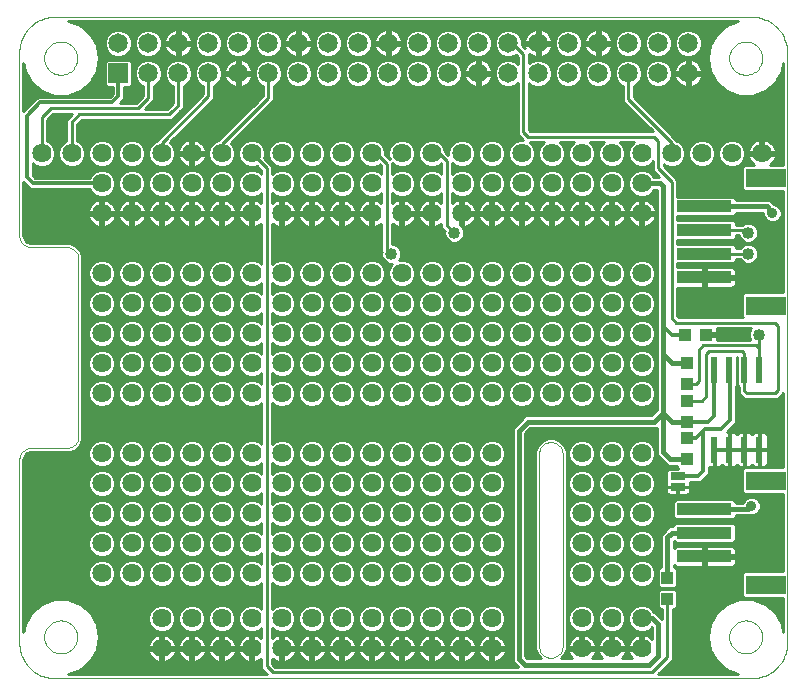
<source format=gtl>
G75*
%MOIN*%
%OFA0B0*%
%FSLAX24Y24*%
%IPPOS*%
%LPD*%
%AMOC8*
5,1,8,0,0,1.08239X$1,22.5*
%
%ADD10C,0.0010*%
%ADD11C,0.0000*%
%ADD12C,0.0650*%
%ADD13R,0.0650X0.0650*%
%ADD14R,0.0240X0.0870*%
%ADD15R,0.0394X0.0433*%
%ADD16R,0.0433X0.0394*%
%ADD17C,0.0640*%
%ADD18R,0.1811X0.0394*%
%ADD19R,0.1339X0.0630*%
%ADD20R,0.0500X0.0250*%
%ADD21C,0.0100*%
%ADD22C,0.0400*%
%ADD23C,0.0120*%
%ADD24C,0.0160*%
%ADD25C,0.0350*%
D10*
X000150Y001331D02*
X000150Y007433D01*
X000152Y007472D01*
X000158Y007510D01*
X000167Y007547D01*
X000180Y007584D01*
X000197Y007619D01*
X000216Y007652D01*
X000239Y007683D01*
X000265Y007712D01*
X000294Y007738D01*
X000325Y007761D01*
X000358Y007780D01*
X000393Y007797D01*
X000430Y007810D01*
X000467Y007819D01*
X000505Y007825D01*
X000544Y007827D01*
X001725Y007827D01*
X001764Y007829D01*
X001802Y007835D01*
X001839Y007844D01*
X001876Y007857D01*
X001911Y007874D01*
X001944Y007893D01*
X001975Y007916D01*
X002004Y007942D01*
X002030Y007971D01*
X002053Y008002D01*
X002072Y008035D01*
X002089Y008070D01*
X002102Y008107D01*
X002111Y008144D01*
X002117Y008182D01*
X002119Y008221D01*
X002119Y014126D01*
X002117Y014165D01*
X002111Y014203D01*
X002102Y014240D01*
X002089Y014277D01*
X002072Y014312D01*
X002053Y014345D01*
X002030Y014376D01*
X002004Y014405D01*
X001975Y014431D01*
X001944Y014454D01*
X001911Y014473D01*
X001876Y014490D01*
X001839Y014503D01*
X001802Y014512D01*
X001764Y014518D01*
X001725Y014520D01*
X000544Y014520D01*
X000505Y014522D01*
X000467Y014528D01*
X000430Y014537D01*
X000393Y014550D01*
X000358Y014567D01*
X000325Y014586D01*
X000294Y014609D01*
X000265Y014635D01*
X000239Y014664D01*
X000216Y014695D01*
X000197Y014728D01*
X000180Y014763D01*
X000167Y014800D01*
X000158Y014837D01*
X000152Y014875D01*
X000150Y014914D01*
X000150Y021016D01*
X000152Y021082D01*
X000157Y021148D01*
X000167Y021214D01*
X000180Y021279D01*
X000196Y021343D01*
X000216Y021406D01*
X000240Y021468D01*
X000267Y021528D01*
X000297Y021587D01*
X000331Y021644D01*
X000368Y021699D01*
X000408Y021752D01*
X000450Y021803D01*
X000496Y021851D01*
X000544Y021897D01*
X000595Y021939D01*
X000648Y021979D01*
X000703Y022016D01*
X000760Y022050D01*
X000819Y022080D01*
X000879Y022107D01*
X000941Y022131D01*
X001004Y022151D01*
X001068Y022167D01*
X001133Y022180D01*
X001199Y022190D01*
X001265Y022195D01*
X001331Y022197D01*
X024559Y022197D01*
X024625Y022195D01*
X024691Y022190D01*
X024757Y022180D01*
X024822Y022167D01*
X024886Y022151D01*
X024949Y022131D01*
X025011Y022107D01*
X025071Y022080D01*
X025130Y022050D01*
X025187Y022016D01*
X025242Y021979D01*
X025295Y021939D01*
X025346Y021897D01*
X025394Y021851D01*
X025440Y021803D01*
X025482Y021752D01*
X025522Y021699D01*
X025559Y021644D01*
X025593Y021587D01*
X025623Y021528D01*
X025650Y021468D01*
X025674Y021406D01*
X025694Y021343D01*
X025710Y021279D01*
X025723Y021214D01*
X025733Y021148D01*
X025738Y021082D01*
X025740Y021016D01*
X025741Y021016D02*
X025741Y001331D01*
X025740Y001331D02*
X025738Y001265D01*
X025733Y001199D01*
X025723Y001133D01*
X025710Y001068D01*
X025694Y001004D01*
X025674Y000941D01*
X025650Y000879D01*
X025623Y000819D01*
X025593Y000760D01*
X025559Y000703D01*
X025522Y000648D01*
X025482Y000595D01*
X025440Y000544D01*
X025394Y000496D01*
X025346Y000450D01*
X025295Y000408D01*
X025242Y000368D01*
X025187Y000331D01*
X025130Y000297D01*
X025071Y000267D01*
X025011Y000240D01*
X024949Y000216D01*
X024886Y000196D01*
X024822Y000180D01*
X024757Y000167D01*
X024691Y000157D01*
X024625Y000152D01*
X024559Y000150D01*
X001331Y000150D01*
X001265Y000152D01*
X001199Y000157D01*
X001133Y000167D01*
X001068Y000180D01*
X001004Y000196D01*
X000941Y000216D01*
X000879Y000240D01*
X000819Y000267D01*
X000760Y000297D01*
X000703Y000331D01*
X000648Y000368D01*
X000595Y000408D01*
X000544Y000450D01*
X000496Y000496D01*
X000450Y000544D01*
X000408Y000595D01*
X000368Y000648D01*
X000331Y000703D01*
X000297Y000760D01*
X000267Y000819D01*
X000240Y000879D01*
X000216Y000941D01*
X000196Y001004D01*
X000180Y001068D01*
X000167Y001133D01*
X000157Y001199D01*
X000152Y001265D01*
X000150Y001331D01*
D11*
X000977Y001528D02*
X000979Y001575D01*
X000985Y001621D01*
X000995Y001667D01*
X001008Y001712D01*
X001026Y001755D01*
X001047Y001797D01*
X001071Y001837D01*
X001099Y001874D01*
X001130Y001909D01*
X001164Y001942D01*
X001200Y001971D01*
X001239Y001997D01*
X001280Y002020D01*
X001323Y002039D01*
X001367Y002055D01*
X001412Y002067D01*
X001458Y002075D01*
X001505Y002079D01*
X001551Y002079D01*
X001598Y002075D01*
X001644Y002067D01*
X001689Y002055D01*
X001733Y002039D01*
X001776Y002020D01*
X001817Y001997D01*
X001856Y001971D01*
X001892Y001942D01*
X001926Y001909D01*
X001957Y001874D01*
X001985Y001837D01*
X002009Y001797D01*
X002030Y001755D01*
X002048Y001712D01*
X002061Y001667D01*
X002071Y001621D01*
X002077Y001575D01*
X002079Y001528D01*
X002077Y001481D01*
X002071Y001435D01*
X002061Y001389D01*
X002048Y001344D01*
X002030Y001301D01*
X002009Y001259D01*
X001985Y001219D01*
X001957Y001182D01*
X001926Y001147D01*
X001892Y001114D01*
X001856Y001085D01*
X001817Y001059D01*
X001776Y001036D01*
X001733Y001017D01*
X001689Y001001D01*
X001644Y000989D01*
X001598Y000981D01*
X001551Y000977D01*
X001505Y000977D01*
X001458Y000981D01*
X001412Y000989D01*
X001367Y001001D01*
X001323Y001017D01*
X001280Y001036D01*
X001239Y001059D01*
X001200Y001085D01*
X001164Y001114D01*
X001130Y001147D01*
X001099Y001182D01*
X001071Y001219D01*
X001047Y001259D01*
X001026Y001301D01*
X001008Y001344D01*
X000995Y001389D01*
X000985Y001435D01*
X000979Y001481D01*
X000977Y001528D01*
X017473Y001225D02*
X017473Y007630D01*
X017475Y007669D01*
X017481Y007707D01*
X017490Y007744D01*
X017503Y007781D01*
X017520Y007816D01*
X017539Y007849D01*
X017562Y007880D01*
X017588Y007909D01*
X017617Y007935D01*
X017648Y007958D01*
X017681Y007977D01*
X017716Y007994D01*
X017753Y008007D01*
X017790Y008016D01*
X017828Y008022D01*
X017867Y008024D01*
X017906Y008022D01*
X017944Y008016D01*
X017981Y008007D01*
X018018Y007994D01*
X018053Y007977D01*
X018086Y007958D01*
X018117Y007935D01*
X018146Y007909D01*
X018172Y007880D01*
X018195Y007849D01*
X018214Y007816D01*
X018231Y007781D01*
X018244Y007744D01*
X018253Y007707D01*
X018259Y007669D01*
X018261Y007630D01*
X018260Y007630D02*
X018260Y001225D01*
X017867Y000831D02*
X017828Y000833D01*
X017790Y000839D01*
X017753Y000848D01*
X017716Y000861D01*
X017681Y000878D01*
X017648Y000897D01*
X017617Y000920D01*
X017588Y000946D01*
X017562Y000975D01*
X017539Y001006D01*
X017520Y001039D01*
X017503Y001074D01*
X017490Y001111D01*
X017481Y001148D01*
X017475Y001186D01*
X017473Y001225D01*
X017867Y000831D02*
X017906Y000833D01*
X017944Y000839D01*
X017981Y000848D01*
X018018Y000861D01*
X018053Y000878D01*
X018086Y000897D01*
X018117Y000920D01*
X018146Y000946D01*
X018172Y000975D01*
X018195Y001006D01*
X018214Y001039D01*
X018231Y001074D01*
X018244Y001111D01*
X018253Y001148D01*
X018259Y001186D01*
X018261Y001225D01*
X023812Y001528D02*
X023814Y001575D01*
X023820Y001621D01*
X023830Y001667D01*
X023843Y001712D01*
X023861Y001755D01*
X023882Y001797D01*
X023906Y001837D01*
X023934Y001874D01*
X023965Y001909D01*
X023999Y001942D01*
X024035Y001971D01*
X024074Y001997D01*
X024115Y002020D01*
X024158Y002039D01*
X024202Y002055D01*
X024247Y002067D01*
X024293Y002075D01*
X024340Y002079D01*
X024386Y002079D01*
X024433Y002075D01*
X024479Y002067D01*
X024524Y002055D01*
X024568Y002039D01*
X024611Y002020D01*
X024652Y001997D01*
X024691Y001971D01*
X024727Y001942D01*
X024761Y001909D01*
X024792Y001874D01*
X024820Y001837D01*
X024844Y001797D01*
X024865Y001755D01*
X024883Y001712D01*
X024896Y001667D01*
X024906Y001621D01*
X024912Y001575D01*
X024914Y001528D01*
X024912Y001481D01*
X024906Y001435D01*
X024896Y001389D01*
X024883Y001344D01*
X024865Y001301D01*
X024844Y001259D01*
X024820Y001219D01*
X024792Y001182D01*
X024761Y001147D01*
X024727Y001114D01*
X024691Y001085D01*
X024652Y001059D01*
X024611Y001036D01*
X024568Y001017D01*
X024524Y001001D01*
X024479Y000989D01*
X024433Y000981D01*
X024386Y000977D01*
X024340Y000977D01*
X024293Y000981D01*
X024247Y000989D01*
X024202Y001001D01*
X024158Y001017D01*
X024115Y001036D01*
X024074Y001059D01*
X024035Y001085D01*
X023999Y001114D01*
X023965Y001147D01*
X023934Y001182D01*
X023906Y001219D01*
X023882Y001259D01*
X023861Y001301D01*
X023843Y001344D01*
X023830Y001389D01*
X023820Y001435D01*
X023814Y001481D01*
X023812Y001528D01*
X023812Y020819D02*
X023814Y020866D01*
X023820Y020912D01*
X023830Y020958D01*
X023843Y021003D01*
X023861Y021046D01*
X023882Y021088D01*
X023906Y021128D01*
X023934Y021165D01*
X023965Y021200D01*
X023999Y021233D01*
X024035Y021262D01*
X024074Y021288D01*
X024115Y021311D01*
X024158Y021330D01*
X024202Y021346D01*
X024247Y021358D01*
X024293Y021366D01*
X024340Y021370D01*
X024386Y021370D01*
X024433Y021366D01*
X024479Y021358D01*
X024524Y021346D01*
X024568Y021330D01*
X024611Y021311D01*
X024652Y021288D01*
X024691Y021262D01*
X024727Y021233D01*
X024761Y021200D01*
X024792Y021165D01*
X024820Y021128D01*
X024844Y021088D01*
X024865Y021046D01*
X024883Y021003D01*
X024896Y020958D01*
X024906Y020912D01*
X024912Y020866D01*
X024914Y020819D01*
X024912Y020772D01*
X024906Y020726D01*
X024896Y020680D01*
X024883Y020635D01*
X024865Y020592D01*
X024844Y020550D01*
X024820Y020510D01*
X024792Y020473D01*
X024761Y020438D01*
X024727Y020405D01*
X024691Y020376D01*
X024652Y020350D01*
X024611Y020327D01*
X024568Y020308D01*
X024524Y020292D01*
X024479Y020280D01*
X024433Y020272D01*
X024386Y020268D01*
X024340Y020268D01*
X024293Y020272D01*
X024247Y020280D01*
X024202Y020292D01*
X024158Y020308D01*
X024115Y020327D01*
X024074Y020350D01*
X024035Y020376D01*
X023999Y020405D01*
X023965Y020438D01*
X023934Y020473D01*
X023906Y020510D01*
X023882Y020550D01*
X023861Y020592D01*
X023843Y020635D01*
X023830Y020680D01*
X023820Y020726D01*
X023814Y020772D01*
X023812Y020819D01*
X000977Y020819D02*
X000979Y020866D01*
X000985Y020912D01*
X000995Y020958D01*
X001008Y021003D01*
X001026Y021046D01*
X001047Y021088D01*
X001071Y021128D01*
X001099Y021165D01*
X001130Y021200D01*
X001164Y021233D01*
X001200Y021262D01*
X001239Y021288D01*
X001280Y021311D01*
X001323Y021330D01*
X001367Y021346D01*
X001412Y021358D01*
X001458Y021366D01*
X001505Y021370D01*
X001551Y021370D01*
X001598Y021366D01*
X001644Y021358D01*
X001689Y021346D01*
X001733Y021330D01*
X001776Y021311D01*
X001817Y021288D01*
X001856Y021262D01*
X001892Y021233D01*
X001926Y021200D01*
X001957Y021165D01*
X001985Y021128D01*
X002009Y021088D01*
X002030Y021046D01*
X002048Y021003D01*
X002061Y020958D01*
X002071Y020912D01*
X002077Y020866D01*
X002079Y020819D01*
X002077Y020772D01*
X002071Y020726D01*
X002061Y020680D01*
X002048Y020635D01*
X002030Y020592D01*
X002009Y020550D01*
X001985Y020510D01*
X001957Y020473D01*
X001926Y020438D01*
X001892Y020405D01*
X001856Y020376D01*
X001817Y020350D01*
X001776Y020327D01*
X001733Y020308D01*
X001689Y020292D01*
X001644Y020280D01*
X001598Y020272D01*
X001551Y020268D01*
X001505Y020268D01*
X001458Y020272D01*
X001412Y020280D01*
X001367Y020292D01*
X001323Y020308D01*
X001280Y020327D01*
X001239Y020350D01*
X001200Y020376D01*
X001164Y020405D01*
X001130Y020438D01*
X001099Y020473D01*
X001071Y020510D01*
X001047Y020550D01*
X001026Y020592D01*
X001008Y020635D01*
X000995Y020680D01*
X000985Y020726D01*
X000979Y020772D01*
X000977Y020819D01*
D12*
X003445Y021319D03*
X004445Y021319D03*
X005445Y021319D03*
X006445Y021319D03*
X007445Y021319D03*
X008445Y021319D03*
X009445Y021319D03*
X010445Y021319D03*
X011445Y021319D03*
X012445Y021319D03*
X013445Y021319D03*
X014445Y021319D03*
X015445Y021319D03*
X016445Y021319D03*
X017445Y021319D03*
X018445Y021319D03*
X019445Y021319D03*
X020445Y021319D03*
X021445Y021319D03*
X022445Y021319D03*
X022445Y020319D03*
X021445Y020319D03*
X020445Y020319D03*
X019445Y020319D03*
X018445Y020319D03*
X017445Y020319D03*
X016445Y020319D03*
X015445Y020319D03*
X014445Y020319D03*
X013445Y020319D03*
X012445Y020319D03*
X011445Y020319D03*
X010445Y020319D03*
X009445Y020319D03*
X008445Y020319D03*
X007445Y020319D03*
X006445Y020319D03*
X005445Y020319D03*
X004445Y020319D03*
D13*
X003445Y020319D03*
D14*
X023319Y010425D03*
X023819Y010425D03*
X024319Y010425D03*
X024819Y010425D03*
X024819Y007775D03*
X024319Y007775D03*
X023819Y007775D03*
X023319Y007775D03*
D15*
X022400Y007446D03*
X022400Y008154D03*
X022400Y008696D03*
X022400Y009404D03*
X022400Y009946D03*
X022400Y010654D03*
X021750Y003504D03*
X021750Y002796D03*
D16*
X022346Y011600D03*
X023054Y011600D03*
D17*
X020900Y011650D03*
X020900Y012650D03*
X019900Y012650D03*
X019900Y011650D03*
X018900Y011650D03*
X017900Y011650D03*
X017900Y012650D03*
X018900Y012650D03*
X018900Y013650D03*
X017900Y013650D03*
X016900Y013650D03*
X015900Y013650D03*
X014900Y013650D03*
X013900Y013650D03*
X012900Y013650D03*
X011900Y013650D03*
X010900Y013650D03*
X009900Y013650D03*
X008900Y013650D03*
X007900Y013650D03*
X006900Y013650D03*
X005900Y013650D03*
X004900Y013650D03*
X003900Y013650D03*
X002900Y013650D03*
X002900Y012650D03*
X002900Y011650D03*
X003900Y011650D03*
X004900Y011650D03*
X004900Y012650D03*
X003900Y012650D03*
X005900Y012650D03*
X005900Y011650D03*
X006900Y011650D03*
X006900Y012650D03*
X007900Y012650D03*
X007900Y011650D03*
X008900Y011650D03*
X008900Y012650D03*
X009900Y012650D03*
X009900Y011650D03*
X010900Y011650D03*
X011900Y011650D03*
X011900Y012650D03*
X010900Y012650D03*
X012900Y012650D03*
X012900Y011650D03*
X013900Y011650D03*
X013900Y012650D03*
X014900Y012650D03*
X014900Y011650D03*
X015900Y011650D03*
X015900Y012650D03*
X016900Y012650D03*
X016900Y011650D03*
X016900Y010650D03*
X016900Y009650D03*
X015900Y009650D03*
X015900Y010650D03*
X014900Y010650D03*
X014900Y009650D03*
X013900Y009650D03*
X013900Y010650D03*
X012900Y010650D03*
X012900Y009650D03*
X011900Y009650D03*
X010900Y009650D03*
X010900Y010650D03*
X011900Y010650D03*
X009900Y010650D03*
X009900Y009650D03*
X008900Y009650D03*
X008900Y010650D03*
X007900Y010650D03*
X007900Y009650D03*
X006900Y009650D03*
X006900Y010650D03*
X005900Y010650D03*
X005900Y009650D03*
X004900Y009650D03*
X003900Y009650D03*
X003900Y010650D03*
X004900Y010650D03*
X002900Y010650D03*
X002900Y009650D03*
X002900Y007650D03*
X003900Y007650D03*
X004900Y007650D03*
X005900Y007650D03*
X006900Y007650D03*
X007900Y007650D03*
X008900Y007650D03*
X009900Y007650D03*
X010900Y007650D03*
X011900Y007650D03*
X012900Y007650D03*
X013900Y007650D03*
X014900Y007650D03*
X015900Y007650D03*
X015900Y006650D03*
X015900Y005650D03*
X014900Y005650D03*
X014900Y006650D03*
X013900Y006650D03*
X013900Y005650D03*
X012900Y005650D03*
X012900Y006650D03*
X011900Y006650D03*
X010900Y006650D03*
X010900Y005650D03*
X011900Y005650D03*
X011900Y004650D03*
X010900Y004650D03*
X010900Y003650D03*
X011900Y003650D03*
X012900Y003650D03*
X012900Y004650D03*
X013900Y004650D03*
X013900Y003650D03*
X014900Y003650D03*
X014900Y004650D03*
X015900Y004650D03*
X015900Y003650D03*
X015900Y002150D03*
X015900Y001150D03*
X014900Y001150D03*
X014900Y002150D03*
X013900Y002150D03*
X013900Y001150D03*
X012900Y001150D03*
X012900Y002150D03*
X011900Y002150D03*
X010900Y002150D03*
X010900Y001150D03*
X011900Y001150D03*
X009900Y001150D03*
X009900Y002150D03*
X008900Y002150D03*
X008900Y001150D03*
X007900Y001150D03*
X007900Y002150D03*
X006900Y002150D03*
X006900Y001150D03*
X005900Y001150D03*
X005900Y002150D03*
X004900Y002150D03*
X004900Y001150D03*
X004900Y003650D03*
X003900Y003650D03*
X003900Y004650D03*
X004900Y004650D03*
X005900Y004650D03*
X005900Y003650D03*
X006900Y003650D03*
X006900Y004650D03*
X007900Y004650D03*
X007900Y003650D03*
X008900Y003650D03*
X008900Y004650D03*
X009900Y004650D03*
X009900Y003650D03*
X009900Y005650D03*
X009900Y006650D03*
X008900Y006650D03*
X008900Y005650D03*
X007900Y005650D03*
X007900Y006650D03*
X006900Y006650D03*
X006900Y005650D03*
X005900Y005650D03*
X005900Y006650D03*
X004900Y006650D03*
X003900Y006650D03*
X003900Y005650D03*
X004900Y005650D03*
X002900Y005650D03*
X002900Y006650D03*
X002900Y004650D03*
X002900Y003650D03*
X002900Y015650D03*
X002900Y016650D03*
X002900Y017650D03*
X001900Y017650D03*
X000900Y017650D03*
X003900Y017650D03*
X004900Y017650D03*
X004900Y016650D03*
X003900Y016650D03*
X003900Y015650D03*
X004900Y015650D03*
X005900Y015650D03*
X005900Y016650D03*
X005900Y017650D03*
X006900Y017650D03*
X006900Y016650D03*
X006900Y015650D03*
X007900Y015650D03*
X007900Y016650D03*
X007900Y017650D03*
X008900Y017650D03*
X008900Y016650D03*
X008900Y015650D03*
X009900Y015650D03*
X009900Y016650D03*
X009900Y017650D03*
X010900Y017650D03*
X011900Y017650D03*
X011900Y016650D03*
X010900Y016650D03*
X010900Y015650D03*
X011900Y015650D03*
X012900Y015650D03*
X012900Y016650D03*
X012900Y017650D03*
X013900Y017650D03*
X013900Y016650D03*
X013900Y015650D03*
X014900Y015650D03*
X014900Y016650D03*
X014900Y017650D03*
X015900Y017650D03*
X015900Y016650D03*
X015900Y015650D03*
X016900Y015650D03*
X016900Y016650D03*
X016900Y017650D03*
X017900Y017650D03*
X018900Y017650D03*
X018900Y016650D03*
X017900Y016650D03*
X017900Y015650D03*
X018900Y015650D03*
X019900Y015650D03*
X019900Y016650D03*
X019900Y017650D03*
X020900Y017650D03*
X020900Y016650D03*
X020900Y015650D03*
X021900Y017650D03*
X022900Y017650D03*
X023900Y017650D03*
X024900Y017650D03*
X020900Y013650D03*
X019900Y013650D03*
X019900Y010650D03*
X019900Y009650D03*
X018900Y009650D03*
X017900Y009650D03*
X017900Y010650D03*
X018900Y010650D03*
X020900Y010650D03*
X020900Y009650D03*
X020900Y007650D03*
X019900Y007650D03*
X018900Y007650D03*
X018900Y006650D03*
X018900Y005650D03*
X019900Y005650D03*
X019900Y006650D03*
X020900Y006650D03*
X020900Y005650D03*
X020900Y004650D03*
X020900Y003650D03*
X019900Y003650D03*
X019900Y004650D03*
X018900Y004650D03*
X018900Y003650D03*
X018900Y002150D03*
X018900Y001150D03*
X019900Y001150D03*
X019900Y002150D03*
X020900Y002150D03*
X020900Y001150D03*
D18*
X022987Y004213D03*
X022987Y005000D03*
X022987Y005787D03*
X022987Y013519D03*
X022987Y014306D03*
X022987Y015094D03*
X022987Y015881D03*
D19*
X025034Y016826D03*
X025034Y012574D03*
X025034Y006732D03*
X025034Y003268D03*
D20*
X022100Y006523D03*
X022100Y006877D03*
D21*
X022116Y007132D02*
X021796Y007132D01*
X021720Y007056D01*
X021720Y006723D01*
X021710Y006706D01*
X021700Y006668D01*
X021700Y006535D01*
X022087Y006535D01*
X022087Y006510D01*
X021700Y006510D01*
X021700Y006378D01*
X021710Y006340D01*
X021730Y006306D01*
X021758Y006278D01*
X021792Y006258D01*
X021830Y006248D01*
X022087Y006248D01*
X022087Y006510D01*
X022113Y006510D01*
X022113Y006535D01*
X022500Y006535D01*
X022500Y006668D01*
X022495Y006687D01*
X022856Y006687D01*
X023029Y006860D01*
X023140Y006971D01*
X023140Y007201D01*
X023141Y007200D01*
X023180Y007190D01*
X023309Y007190D01*
X023309Y007765D01*
X023329Y007765D01*
X023329Y007190D01*
X023459Y007190D01*
X023497Y007200D01*
X023531Y007220D01*
X023559Y007248D01*
X023569Y007265D01*
X023579Y007248D01*
X023607Y007220D01*
X023641Y007200D01*
X023680Y007190D01*
X023809Y007190D01*
X023809Y007765D01*
X023589Y007765D01*
X023329Y007765D01*
X023329Y007785D01*
X023809Y007785D01*
X023809Y008360D01*
X023728Y008360D01*
X023929Y008560D01*
X024040Y008671D01*
X024040Y009907D01*
X024069Y009936D01*
X024069Y010870D01*
X024069Y010870D01*
X024069Y009936D01*
X024139Y009866D01*
X024139Y009656D01*
X024220Y009575D01*
X024325Y009470D01*
X025425Y009470D01*
X025525Y009570D01*
X025606Y009651D01*
X025606Y007177D01*
X024311Y007177D01*
X024235Y007101D01*
X024235Y006363D01*
X024311Y006287D01*
X025606Y006287D01*
X025606Y003713D01*
X024311Y003713D01*
X024235Y003637D01*
X024235Y002899D01*
X024311Y002823D01*
X025606Y002823D01*
X025606Y001684D01*
X025556Y001962D01*
X025336Y002345D01*
X024998Y002628D01*
X024583Y002779D01*
X024142Y002779D01*
X023727Y002628D01*
X023389Y002345D01*
X023169Y001962D01*
X023092Y001528D01*
X023169Y001093D01*
X023389Y000711D01*
X023727Y000428D01*
X024119Y000285D01*
X021440Y000285D01*
X021825Y000670D01*
X021930Y000775D01*
X021930Y002449D01*
X022001Y002449D01*
X022077Y002525D01*
X022077Y003066D01*
X022001Y003142D01*
X021499Y003142D01*
X021423Y003066D01*
X021423Y002525D01*
X021499Y002449D01*
X021570Y002449D01*
X021570Y002127D01*
X021537Y002160D01*
X021337Y002360D01*
X021300Y002360D01*
X021281Y002405D01*
X021155Y002531D01*
X020990Y002600D01*
X020810Y002600D01*
X020645Y002531D01*
X020519Y002405D01*
X020450Y002240D01*
X020450Y002060D01*
X020519Y001895D01*
X020645Y001769D01*
X020810Y001700D01*
X020990Y001700D01*
X021155Y001769D01*
X021240Y001854D01*
X021240Y001475D01*
X021206Y001508D01*
X021146Y001552D01*
X021080Y001586D01*
X021010Y001608D01*
X020950Y001618D01*
X020950Y001200D01*
X020850Y001200D01*
X020850Y001618D01*
X020790Y001608D01*
X020720Y001586D01*
X020654Y001552D01*
X020594Y001508D01*
X020542Y001456D01*
X020498Y001396D01*
X020464Y001330D01*
X020442Y001260D01*
X020432Y001200D01*
X020850Y001200D01*
X020850Y001100D01*
X020432Y001100D01*
X020442Y001040D01*
X020464Y000970D01*
X020498Y000904D01*
X020542Y000844D01*
X020575Y000810D01*
X020225Y000810D01*
X020258Y000844D01*
X020302Y000904D01*
X020336Y000970D01*
X020358Y001040D01*
X020368Y001100D01*
X019950Y001100D01*
X019950Y001200D01*
X019850Y001200D01*
X019850Y001618D01*
X019790Y001608D01*
X019720Y001586D01*
X019654Y001552D01*
X019594Y001508D01*
X019542Y001456D01*
X019498Y001396D01*
X019464Y001330D01*
X019442Y001260D01*
X019432Y001200D01*
X019850Y001200D01*
X019850Y001100D01*
X019432Y001100D01*
X019442Y001040D01*
X019464Y000970D01*
X019498Y000904D01*
X019542Y000844D01*
X019575Y000810D01*
X019225Y000810D01*
X019258Y000844D01*
X019302Y000904D01*
X019336Y000970D01*
X019358Y001040D01*
X019368Y001100D01*
X018950Y001100D01*
X018950Y001200D01*
X018850Y001200D01*
X018850Y001618D01*
X018790Y001608D01*
X018720Y001586D01*
X018654Y001552D01*
X018594Y001508D01*
X018542Y001456D01*
X018498Y001396D01*
X018464Y001330D01*
X018442Y001260D01*
X018432Y001200D01*
X018850Y001200D01*
X018850Y001100D01*
X018432Y001100D01*
X018442Y001040D01*
X018464Y000970D01*
X018498Y000904D01*
X018542Y000844D01*
X018575Y000810D01*
X018192Y000810D01*
X018311Y000928D01*
X018390Y001121D01*
X018390Y007734D01*
X018311Y007927D01*
X018163Y008074D01*
X017971Y008154D01*
X017762Y008154D01*
X017570Y008074D01*
X017570Y008074D01*
X017423Y007927D01*
X017343Y007734D01*
X017343Y001121D01*
X017423Y000928D01*
X017541Y000810D01*
X017087Y000810D01*
X017010Y000887D01*
X017010Y008313D01*
X017187Y008490D01*
X021387Y008490D01*
X021390Y008493D01*
X021390Y007613D01*
X021513Y007490D01*
X021513Y007490D01*
X021644Y007359D01*
X021644Y007359D01*
X021767Y007236D01*
X022073Y007236D01*
X022073Y007175D01*
X022116Y007132D01*
X022105Y007144D02*
X018390Y007144D01*
X018390Y007242D02*
X018709Y007242D01*
X018645Y007269D02*
X018810Y007200D01*
X018990Y007200D01*
X019155Y007269D01*
X019281Y007395D01*
X019350Y007560D01*
X019350Y007740D01*
X019281Y007905D01*
X019155Y008031D01*
X018990Y008100D01*
X018810Y008100D01*
X018645Y008031D01*
X018519Y007905D01*
X018450Y007740D01*
X018450Y007560D01*
X018519Y007395D01*
X018645Y007269D01*
X018573Y007341D02*
X018390Y007341D01*
X018390Y007439D02*
X018500Y007439D01*
X018460Y007538D02*
X018390Y007538D01*
X018390Y007636D02*
X018450Y007636D01*
X018450Y007735D02*
X018390Y007735D01*
X018349Y007833D02*
X018489Y007833D01*
X018545Y007932D02*
X018306Y007932D01*
X018311Y007927D02*
X018311Y007927D01*
X018207Y008030D02*
X018644Y008030D01*
X019156Y008030D02*
X019644Y008030D01*
X019645Y008031D02*
X019519Y007905D01*
X019450Y007740D01*
X019450Y007560D01*
X019519Y007395D01*
X019645Y007269D01*
X019810Y007200D01*
X019990Y007200D01*
X020155Y007269D01*
X020281Y007395D01*
X020350Y007560D01*
X020350Y007740D01*
X020281Y007905D01*
X020155Y008031D01*
X019990Y008100D01*
X019810Y008100D01*
X019645Y008031D01*
X019545Y007932D02*
X019255Y007932D01*
X019311Y007833D02*
X019489Y007833D01*
X019450Y007735D02*
X019350Y007735D01*
X019350Y007636D02*
X019450Y007636D01*
X019460Y007538D02*
X019340Y007538D01*
X019300Y007439D02*
X019500Y007439D01*
X019573Y007341D02*
X019227Y007341D01*
X019091Y007242D02*
X019709Y007242D01*
X019810Y007100D02*
X019645Y007031D01*
X019519Y006905D01*
X019450Y006740D01*
X019450Y006560D01*
X019519Y006395D01*
X019645Y006269D01*
X019810Y006200D01*
X019990Y006200D01*
X020155Y006269D01*
X020281Y006395D01*
X020350Y006560D01*
X020350Y006740D01*
X020281Y006905D01*
X020155Y007031D01*
X019990Y007100D01*
X019810Y007100D01*
X019678Y007045D02*
X019122Y007045D01*
X019155Y007031D02*
X018990Y007100D01*
X018810Y007100D01*
X018645Y007031D01*
X018519Y006905D01*
X018450Y006740D01*
X018450Y006560D01*
X018519Y006395D01*
X018645Y006269D01*
X018810Y006200D01*
X018990Y006200D01*
X019155Y006269D01*
X019281Y006395D01*
X019350Y006560D01*
X019350Y006740D01*
X019281Y006905D01*
X019155Y007031D01*
X019240Y006947D02*
X019560Y006947D01*
X019495Y006848D02*
X019305Y006848D01*
X019346Y006750D02*
X019454Y006750D01*
X019450Y006651D02*
X019350Y006651D01*
X019347Y006553D02*
X019453Y006553D01*
X019494Y006454D02*
X019306Y006454D01*
X019242Y006356D02*
X019558Y006356D01*
X019673Y006257D02*
X019127Y006257D01*
X019086Y006060D02*
X019714Y006060D01*
X019645Y006031D02*
X019810Y006100D01*
X019990Y006100D01*
X020155Y006031D01*
X020281Y005905D01*
X020350Y005740D01*
X020350Y005560D01*
X020281Y005395D01*
X020155Y005269D01*
X019990Y005200D01*
X019810Y005200D01*
X019645Y005269D01*
X019519Y005395D01*
X019450Y005560D01*
X019450Y005740D01*
X019519Y005905D01*
X019645Y006031D01*
X019575Y005962D02*
X019225Y005962D01*
X019281Y005905D02*
X019155Y006031D01*
X018990Y006100D01*
X018810Y006100D01*
X018645Y006031D01*
X018519Y005905D01*
X018450Y005740D01*
X018450Y005560D01*
X018519Y005395D01*
X018645Y005269D01*
X018810Y005200D01*
X018990Y005200D01*
X019155Y005269D01*
X019281Y005395D01*
X019350Y005560D01*
X019350Y005740D01*
X019281Y005905D01*
X019299Y005863D02*
X019501Y005863D01*
X019460Y005765D02*
X019340Y005765D01*
X019350Y005666D02*
X019450Y005666D01*
X019450Y005568D02*
X019350Y005568D01*
X019312Y005469D02*
X019488Y005469D01*
X019543Y005371D02*
X019257Y005371D01*
X019158Y005272D02*
X019642Y005272D01*
X019750Y005075D02*
X019050Y005075D01*
X018990Y005100D02*
X018810Y005100D01*
X018645Y005031D01*
X018519Y004905D01*
X018450Y004740D01*
X018450Y004560D01*
X018519Y004395D01*
X018645Y004269D01*
X018810Y004200D01*
X018990Y004200D01*
X019155Y004269D01*
X019281Y004395D01*
X019350Y004560D01*
X019350Y004740D01*
X019281Y004905D01*
X019155Y005031D01*
X018990Y005100D01*
X018750Y005075D02*
X018390Y005075D01*
X018390Y004977D02*
X018590Y004977D01*
X018507Y004878D02*
X018390Y004878D01*
X018390Y004780D02*
X018467Y004780D01*
X018450Y004681D02*
X018390Y004681D01*
X018390Y004583D02*
X018450Y004583D01*
X018482Y004484D02*
X018390Y004484D01*
X018390Y004386D02*
X018528Y004386D01*
X018627Y004287D02*
X018390Y004287D01*
X018390Y004189D02*
X021540Y004189D01*
X021540Y004287D02*
X021173Y004287D01*
X021155Y004269D02*
X021281Y004395D01*
X021350Y004560D01*
X021350Y004740D01*
X021281Y004905D01*
X021155Y005031D01*
X020990Y005100D01*
X020810Y005100D01*
X020645Y005031D01*
X020519Y004905D01*
X020450Y004740D01*
X020450Y004560D01*
X020519Y004395D01*
X020645Y004269D01*
X020810Y004200D01*
X020990Y004200D01*
X021155Y004269D01*
X021272Y004386D02*
X021540Y004386D01*
X021540Y004484D02*
X021318Y004484D01*
X021350Y004583D02*
X021540Y004583D01*
X021540Y004681D02*
X021350Y004681D01*
X021333Y004780D02*
X021540Y004780D01*
X021540Y004878D02*
X021293Y004878D01*
X021210Y004977D02*
X021580Y004977D01*
X021540Y004937D02*
X021540Y003851D01*
X021499Y003851D01*
X021423Y003775D01*
X021423Y003234D01*
X021499Y003158D01*
X022001Y003158D01*
X022077Y003234D01*
X022077Y003775D01*
X022001Y003851D01*
X021960Y003851D01*
X021960Y003926D01*
X021961Y003924D01*
X021989Y003896D01*
X022024Y003876D01*
X022062Y003866D01*
X022939Y003866D01*
X022939Y004164D01*
X023035Y004164D01*
X023035Y003866D01*
X023912Y003866D01*
X023950Y003876D01*
X023985Y003896D01*
X024013Y003924D01*
X024032Y003958D01*
X024043Y003996D01*
X024043Y004164D01*
X023035Y004164D01*
X023035Y004261D01*
X022939Y004261D01*
X022939Y004559D01*
X022062Y004559D01*
X022024Y004549D01*
X021989Y004529D01*
X021961Y004502D01*
X021960Y004499D01*
X021960Y004741D01*
X022028Y004673D01*
X023946Y004673D01*
X024023Y004749D01*
X024023Y005251D01*
X023946Y005327D01*
X022028Y005327D01*
X021951Y005251D01*
X021951Y005210D01*
X021813Y005210D01*
X021663Y005060D01*
X021540Y004937D01*
X021663Y005060D02*
X021663Y005060D01*
X021678Y005075D02*
X021050Y005075D01*
X020990Y005200D02*
X020810Y005200D01*
X020645Y005269D01*
X020519Y005395D01*
X020450Y005560D01*
X020450Y005740D01*
X020519Y005905D01*
X020645Y006031D01*
X020810Y006100D01*
X020990Y006100D01*
X021155Y006031D01*
X021281Y005905D01*
X021350Y005740D01*
X021350Y005560D01*
X021281Y005395D01*
X021155Y005269D01*
X020990Y005200D01*
X021158Y005272D02*
X021973Y005272D01*
X022028Y005461D02*
X021951Y005537D01*
X021951Y006038D01*
X022028Y006114D01*
X023946Y006114D01*
X024023Y006038D01*
X024023Y005997D01*
X024260Y005997D01*
X024291Y006073D01*
X024377Y006159D01*
X024489Y006205D01*
X024611Y006205D01*
X024723Y006159D01*
X024809Y006073D01*
X024855Y005961D01*
X024855Y005839D01*
X024809Y005727D01*
X024723Y005641D01*
X024611Y005595D01*
X024542Y005595D01*
X024524Y005577D01*
X024023Y005577D01*
X024023Y005537D01*
X023946Y005461D01*
X022028Y005461D01*
X022019Y005469D02*
X021312Y005469D01*
X021350Y005568D02*
X021951Y005568D01*
X021951Y005666D02*
X021350Y005666D01*
X021340Y005765D02*
X021951Y005765D01*
X021951Y005863D02*
X021299Y005863D01*
X021225Y005962D02*
X021951Y005962D01*
X021973Y006060D02*
X021086Y006060D01*
X020990Y006200D02*
X021155Y006269D01*
X021281Y006395D01*
X021350Y006560D01*
X021350Y006740D01*
X021281Y006905D01*
X021155Y007031D01*
X020990Y007100D01*
X020810Y007100D01*
X020645Y007031D01*
X020519Y006905D01*
X020450Y006740D01*
X020450Y006560D01*
X020519Y006395D01*
X020645Y006269D01*
X020810Y006200D01*
X020990Y006200D01*
X021127Y006257D02*
X021796Y006257D01*
X021706Y006356D02*
X021242Y006356D01*
X021306Y006454D02*
X021700Y006454D01*
X021700Y006553D02*
X021347Y006553D01*
X021350Y006651D02*
X021700Y006651D01*
X021720Y006750D02*
X021346Y006750D01*
X021305Y006848D02*
X021720Y006848D01*
X021720Y006947D02*
X021240Y006947D01*
X021122Y007045D02*
X021720Y007045D01*
X021761Y007242D02*
X021091Y007242D01*
X021155Y007269D02*
X021281Y007395D01*
X021350Y007560D01*
X021350Y007740D01*
X021281Y007905D01*
X021155Y008031D01*
X020990Y008100D01*
X020810Y008100D01*
X020645Y008031D01*
X020519Y007905D01*
X020450Y007740D01*
X020450Y007560D01*
X020519Y007395D01*
X020645Y007269D01*
X020810Y007200D01*
X020990Y007200D01*
X021155Y007269D01*
X021227Y007341D02*
X021662Y007341D01*
X021564Y007439D02*
X021300Y007439D01*
X021340Y007538D02*
X021465Y007538D01*
X021390Y007636D02*
X021350Y007636D01*
X021350Y007735D02*
X021390Y007735D01*
X021390Y007833D02*
X021311Y007833D01*
X021255Y007932D02*
X021390Y007932D01*
X021390Y008030D02*
X021156Y008030D01*
X021390Y008129D02*
X018032Y008129D01*
X018163Y008074D02*
X018163Y008074D01*
X017701Y008129D02*
X017010Y008129D01*
X017010Y008227D02*
X021390Y008227D01*
X021390Y008326D02*
X017023Y008326D01*
X017121Y008424D02*
X021390Y008424D01*
X021213Y008910D02*
X017013Y008910D01*
X016890Y008787D01*
X016590Y008487D01*
X016590Y000713D01*
X016713Y000590D01*
X016773Y000530D01*
X008675Y000530D01*
X008580Y000625D01*
X008580Y000805D01*
X008594Y000792D01*
X008654Y000748D01*
X008720Y000714D01*
X008790Y000692D01*
X008850Y000682D01*
X008850Y001100D01*
X008950Y001100D01*
X008950Y001200D01*
X008850Y001200D01*
X008850Y001618D01*
X008790Y001608D01*
X008720Y001586D01*
X008654Y001552D01*
X008594Y001508D01*
X008580Y001495D01*
X008580Y001834D01*
X008645Y001769D01*
X008810Y001700D01*
X008990Y001700D01*
X009155Y001769D01*
X009281Y001895D01*
X009350Y002060D01*
X009350Y002240D01*
X009281Y002405D01*
X009155Y002531D01*
X008990Y002600D01*
X008810Y002600D01*
X008645Y002531D01*
X008580Y002466D01*
X008580Y003334D01*
X008645Y003269D01*
X008810Y003200D01*
X008990Y003200D01*
X009155Y003269D01*
X009281Y003395D01*
X009350Y003560D01*
X009350Y003740D01*
X009281Y003905D01*
X009155Y004031D01*
X008990Y004100D01*
X008810Y004100D01*
X008645Y004031D01*
X008580Y003966D01*
X008580Y004334D01*
X008645Y004269D01*
X008810Y004200D01*
X008990Y004200D01*
X009155Y004269D01*
X009281Y004395D01*
X009350Y004560D01*
X009350Y004740D01*
X009281Y004905D01*
X009155Y005031D01*
X008990Y005100D01*
X008810Y005100D01*
X008645Y005031D01*
X008580Y004966D01*
X008580Y005334D01*
X008645Y005269D01*
X008810Y005200D01*
X008990Y005200D01*
X009155Y005269D01*
X009281Y005395D01*
X009350Y005560D01*
X009350Y005740D01*
X009281Y005905D01*
X009155Y006031D01*
X008990Y006100D01*
X008810Y006100D01*
X008645Y006031D01*
X008580Y005966D01*
X008580Y006334D01*
X008645Y006269D01*
X008810Y006200D01*
X008990Y006200D01*
X009155Y006269D01*
X009281Y006395D01*
X009350Y006560D01*
X009350Y006740D01*
X009281Y006905D01*
X009155Y007031D01*
X008990Y007100D01*
X008810Y007100D01*
X008645Y007031D01*
X008580Y006966D01*
X008580Y007334D01*
X008645Y007269D01*
X008810Y007200D01*
X008990Y007200D01*
X009155Y007269D01*
X009281Y007395D01*
X009350Y007560D01*
X009350Y007740D01*
X009281Y007905D01*
X009155Y008031D01*
X008990Y008100D01*
X008810Y008100D01*
X008645Y008031D01*
X008580Y007966D01*
X008580Y009334D01*
X008645Y009269D01*
X008810Y009200D01*
X008990Y009200D01*
X009155Y009269D01*
X009281Y009395D01*
X009350Y009560D01*
X009350Y009740D01*
X009281Y009905D01*
X009155Y010031D01*
X008990Y010100D01*
X008810Y010100D01*
X008645Y010031D01*
X008580Y009966D01*
X008580Y010334D01*
X008645Y010269D01*
X008810Y010200D01*
X008990Y010200D01*
X009155Y010269D01*
X009281Y010395D01*
X009350Y010560D01*
X009350Y010740D01*
X009281Y010905D01*
X009155Y011031D01*
X008990Y011100D01*
X008810Y011100D01*
X008645Y011031D01*
X008580Y010966D01*
X008580Y011334D01*
X008645Y011269D01*
X008810Y011200D01*
X008990Y011200D01*
X009155Y011269D01*
X009281Y011395D01*
X009350Y011560D01*
X009350Y011740D01*
X009281Y011905D01*
X009155Y012031D01*
X008990Y012100D01*
X008810Y012100D01*
X008645Y012031D01*
X008580Y011966D01*
X008580Y012334D01*
X008645Y012269D01*
X008810Y012200D01*
X008990Y012200D01*
X009155Y012269D01*
X009281Y012395D01*
X009350Y012560D01*
X009350Y012740D01*
X009281Y012905D01*
X009155Y013031D01*
X008990Y013100D01*
X008810Y013100D01*
X008645Y013031D01*
X008580Y012966D01*
X008580Y013334D01*
X008645Y013269D01*
X008810Y013200D01*
X008990Y013200D01*
X009155Y013269D01*
X009281Y013395D01*
X009350Y013560D01*
X009350Y013740D01*
X009281Y013905D01*
X009155Y014031D01*
X008990Y014100D01*
X008810Y014100D01*
X008645Y014031D01*
X008580Y013966D01*
X008580Y015305D01*
X008594Y015292D01*
X008654Y015248D01*
X008720Y015214D01*
X008790Y015192D01*
X008850Y015182D01*
X008850Y015600D01*
X008950Y015600D01*
X008950Y015700D01*
X008850Y015700D01*
X008850Y016118D01*
X008790Y016108D01*
X008720Y016086D01*
X008654Y016052D01*
X008594Y016008D01*
X008580Y015995D01*
X008580Y016334D01*
X008645Y016269D01*
X008810Y016200D01*
X008990Y016200D01*
X009155Y016269D01*
X009281Y016395D01*
X009350Y016560D01*
X009350Y016740D01*
X009281Y016905D01*
X009155Y017031D01*
X008990Y017100D01*
X008810Y017100D01*
X008645Y017031D01*
X008580Y016966D01*
X008580Y017225D01*
X008475Y017330D01*
X008319Y017486D01*
X008481Y017486D01*
X008450Y017560D02*
X008519Y017395D01*
X008645Y017269D01*
X008810Y017200D01*
X008990Y017200D01*
X009155Y017269D01*
X009281Y017395D01*
X009350Y017560D01*
X009350Y017740D01*
X009281Y017905D01*
X009155Y018031D01*
X008990Y018100D01*
X008810Y018100D01*
X008645Y018031D01*
X008519Y017905D01*
X008450Y017740D01*
X008450Y017560D01*
X008450Y017585D02*
X008350Y017585D01*
X008350Y017560D02*
X008350Y017740D01*
X008281Y017905D01*
X008155Y018031D01*
X007990Y018100D01*
X007810Y018100D01*
X007645Y018031D01*
X007519Y017905D01*
X007450Y017740D01*
X007450Y017560D01*
X007519Y017395D01*
X007645Y017269D01*
X007810Y017200D01*
X007990Y017200D01*
X008064Y017231D01*
X008220Y017075D01*
X008220Y016966D01*
X008155Y017031D01*
X007990Y017100D01*
X007810Y017100D01*
X007645Y017031D01*
X007519Y016905D01*
X007450Y016740D01*
X007450Y016560D01*
X007519Y016395D01*
X007645Y016269D01*
X007810Y016200D01*
X007990Y016200D01*
X008155Y016269D01*
X008220Y016334D01*
X008220Y015995D01*
X008206Y016008D01*
X008146Y016052D01*
X008080Y016086D01*
X008010Y016108D01*
X007950Y016118D01*
X007950Y015700D01*
X007850Y015700D01*
X007850Y016118D01*
X007790Y016108D01*
X007720Y016086D01*
X007654Y016052D01*
X007594Y016008D01*
X007542Y015956D01*
X007498Y015896D01*
X007464Y015830D01*
X007442Y015760D01*
X007432Y015700D01*
X007850Y015700D01*
X007850Y015600D01*
X007950Y015600D01*
X007950Y015182D01*
X008010Y015192D01*
X008080Y015214D01*
X008146Y015248D01*
X008206Y015292D01*
X008220Y015305D01*
X008220Y013966D01*
X008155Y014031D01*
X007990Y014100D01*
X007810Y014100D01*
X007645Y014031D01*
X007519Y013905D01*
X007450Y013740D01*
X007450Y013560D01*
X007519Y013395D01*
X007645Y013269D01*
X007810Y013200D01*
X007990Y013200D01*
X008155Y013269D01*
X008220Y013334D01*
X008220Y012966D01*
X008155Y013031D01*
X007990Y013100D01*
X007810Y013100D01*
X007645Y013031D01*
X007519Y012905D01*
X007450Y012740D01*
X007450Y012560D01*
X007519Y012395D01*
X007645Y012269D01*
X007810Y012200D01*
X007990Y012200D01*
X008155Y012269D01*
X008220Y012334D01*
X008220Y011966D01*
X008155Y012031D01*
X007990Y012100D01*
X007810Y012100D01*
X007645Y012031D01*
X007519Y011905D01*
X007450Y011740D01*
X007450Y011560D01*
X007519Y011395D01*
X007645Y011269D01*
X007810Y011200D01*
X007990Y011200D01*
X008155Y011269D01*
X008220Y011334D01*
X008220Y010966D01*
X008155Y011031D01*
X007990Y011100D01*
X007810Y011100D01*
X007645Y011031D01*
X007519Y010905D01*
X007450Y010740D01*
X007450Y010560D01*
X007519Y010395D01*
X007645Y010269D01*
X007810Y010200D01*
X007990Y010200D01*
X008155Y010269D01*
X008220Y010334D01*
X008220Y009966D01*
X008155Y010031D01*
X007990Y010100D01*
X007810Y010100D01*
X007645Y010031D01*
X007519Y009905D01*
X007450Y009740D01*
X007450Y009560D01*
X007519Y009395D01*
X007645Y009269D01*
X007810Y009200D01*
X007990Y009200D01*
X008155Y009269D01*
X008220Y009334D01*
X008220Y007966D01*
X008155Y008031D01*
X007990Y008100D01*
X007810Y008100D01*
X007645Y008031D01*
X007519Y007905D01*
X007450Y007740D01*
X007450Y007560D01*
X007519Y007395D01*
X007645Y007269D01*
X007810Y007200D01*
X007990Y007200D01*
X008155Y007269D01*
X008220Y007334D01*
X008220Y006966D01*
X008155Y007031D01*
X007990Y007100D01*
X007810Y007100D01*
X007645Y007031D01*
X007519Y006905D01*
X007450Y006740D01*
X007450Y006560D01*
X007519Y006395D01*
X007645Y006269D01*
X007810Y006200D01*
X007990Y006200D01*
X008155Y006269D01*
X008220Y006334D01*
X008220Y005966D01*
X008155Y006031D01*
X007990Y006100D01*
X007810Y006100D01*
X007645Y006031D01*
X007519Y005905D01*
X007450Y005740D01*
X007450Y005560D01*
X007519Y005395D01*
X007645Y005269D01*
X007810Y005200D01*
X007990Y005200D01*
X008155Y005269D01*
X008220Y005334D01*
X008220Y004966D01*
X008155Y005031D01*
X007990Y005100D01*
X007810Y005100D01*
X007645Y005031D01*
X007519Y004905D01*
X007450Y004740D01*
X007450Y004560D01*
X007519Y004395D01*
X007645Y004269D01*
X007810Y004200D01*
X007990Y004200D01*
X008155Y004269D01*
X008220Y004334D01*
X008220Y003966D01*
X008155Y004031D01*
X007990Y004100D01*
X007810Y004100D01*
X007645Y004031D01*
X007519Y003905D01*
X007450Y003740D01*
X007450Y003560D01*
X007519Y003395D01*
X007645Y003269D01*
X007810Y003200D01*
X007990Y003200D01*
X008155Y003269D01*
X008220Y003334D01*
X008220Y002466D01*
X008155Y002531D01*
X007990Y002600D01*
X007810Y002600D01*
X007645Y002531D01*
X007519Y002405D01*
X007450Y002240D01*
X007450Y002060D01*
X007519Y001895D01*
X007645Y001769D01*
X007810Y001700D01*
X007990Y001700D01*
X008155Y001769D01*
X008220Y001834D01*
X008220Y001495D01*
X008206Y001508D01*
X008146Y001552D01*
X008080Y001586D01*
X008010Y001608D01*
X007950Y001618D01*
X007950Y001200D01*
X007850Y001200D01*
X007850Y001618D01*
X007790Y001608D01*
X007720Y001586D01*
X007654Y001552D01*
X007594Y001508D01*
X007542Y001456D01*
X007498Y001396D01*
X007464Y001330D01*
X007442Y001260D01*
X007432Y001200D01*
X007850Y001200D01*
X007850Y001100D01*
X007950Y001100D01*
X007950Y000682D01*
X008010Y000692D01*
X008080Y000714D01*
X008146Y000748D01*
X008206Y000792D01*
X008220Y000805D01*
X008220Y000475D01*
X008410Y000285D01*
X001771Y000285D01*
X002163Y000428D01*
X002501Y000711D01*
X002722Y001093D01*
X002798Y001528D01*
X002722Y001962D01*
X002501Y002345D01*
X002163Y002628D01*
X001749Y002779D01*
X001307Y002779D01*
X000893Y002628D01*
X000555Y002345D01*
X000334Y001962D01*
X000285Y001684D01*
X000285Y007433D01*
X000290Y007484D01*
X000329Y007577D01*
X000400Y007649D01*
X000493Y007687D01*
X000544Y007692D01*
X001830Y007692D01*
X002024Y007773D01*
X002173Y007921D01*
X002173Y007921D01*
X002254Y008116D01*
X002254Y014232D01*
X002173Y014426D01*
X002024Y014575D01*
X001830Y014655D01*
X000544Y014655D01*
X000493Y014660D01*
X000400Y014699D01*
X000329Y014770D01*
X000290Y014863D01*
X000285Y014914D01*
X000285Y016696D01*
X000410Y016571D01*
X000521Y016460D01*
X002492Y016460D01*
X002519Y016395D01*
X002645Y016269D01*
X002810Y016200D01*
X002990Y016200D01*
X003155Y016269D01*
X003281Y016395D01*
X003350Y016560D01*
X003350Y016740D01*
X003281Y016905D01*
X003155Y017031D01*
X002990Y017100D01*
X002810Y017100D01*
X002645Y017031D01*
X002519Y016905D01*
X002492Y016840D01*
X000679Y016840D01*
X000590Y016929D01*
X000590Y017324D01*
X000645Y017269D01*
X000810Y017200D01*
X000990Y017200D01*
X001155Y017269D01*
X001281Y017395D01*
X001350Y017560D01*
X001350Y017740D01*
X001281Y017905D01*
X001155Y018031D01*
X001080Y018063D01*
X001080Y018775D01*
X001275Y018970D01*
X001915Y018970D01*
X001720Y018775D01*
X001720Y018063D01*
X001645Y018031D01*
X001519Y017905D01*
X001450Y017740D01*
X001450Y017560D01*
X001519Y017395D01*
X001645Y017269D01*
X001810Y017200D01*
X001990Y017200D01*
X002155Y017269D01*
X002281Y017395D01*
X002350Y017560D01*
X002350Y017740D01*
X002281Y017905D01*
X002155Y018031D01*
X002080Y018063D01*
X002080Y018625D01*
X002225Y018770D01*
X005225Y018770D01*
X005325Y018870D01*
X005520Y019065D01*
X005625Y019171D01*
X005625Y019901D01*
X005703Y019934D01*
X005831Y020062D01*
X005900Y020229D01*
X005900Y020410D01*
X005831Y020577D01*
X005703Y020705D01*
X005536Y020774D01*
X005355Y020774D01*
X005188Y020705D01*
X005060Y020577D01*
X004990Y020410D01*
X004990Y020229D01*
X005060Y020062D01*
X005188Y019934D01*
X005265Y019901D01*
X005265Y019320D01*
X005075Y019130D01*
X004335Y019130D01*
X004525Y019320D01*
X004630Y019425D01*
X004630Y019903D01*
X004703Y019934D01*
X004831Y020062D01*
X004900Y020229D01*
X004900Y020410D01*
X004831Y020577D01*
X004703Y020705D01*
X004536Y020774D01*
X004355Y020774D01*
X004188Y020705D01*
X004060Y020577D01*
X003990Y020410D01*
X003990Y020229D01*
X004060Y020062D01*
X004188Y019934D01*
X004270Y019899D01*
X004270Y019575D01*
X004025Y019330D01*
X003499Y019330D01*
X003635Y019467D01*
X003635Y019864D01*
X003824Y019864D01*
X003900Y019940D01*
X003900Y020698D01*
X003824Y020774D01*
X003066Y020774D01*
X002990Y020698D01*
X002990Y019940D01*
X003066Y019864D01*
X003255Y019864D01*
X003255Y019624D01*
X003171Y019540D01*
X000771Y019540D01*
X000321Y019090D01*
X000285Y019054D01*
X000285Y020663D01*
X000334Y020385D01*
X000555Y020003D01*
X000893Y019719D01*
X001307Y019568D01*
X001749Y019568D01*
X002163Y019719D01*
X002501Y020003D01*
X002722Y020385D01*
X002798Y020819D01*
X002722Y021254D01*
X002501Y021636D01*
X002163Y021920D01*
X001771Y022062D01*
X024119Y022062D01*
X023727Y021920D01*
X023389Y021636D01*
X023169Y021254D01*
X023092Y020819D01*
X023169Y020385D01*
X023389Y020003D01*
X023727Y019719D01*
X024142Y019568D01*
X024583Y019568D01*
X024998Y019719D01*
X025336Y020003D01*
X025556Y020385D01*
X025606Y020663D01*
X025606Y017271D01*
X025178Y017271D01*
X025206Y017292D01*
X025258Y017344D01*
X025302Y017404D01*
X025336Y017470D01*
X025358Y017540D01*
X025368Y017600D01*
X024950Y017600D01*
X024950Y017700D01*
X024850Y017700D01*
X024850Y018118D01*
X024790Y018108D01*
X024720Y018086D01*
X024654Y018052D01*
X024594Y018008D01*
X024542Y017956D01*
X024498Y017896D01*
X024464Y017830D01*
X024442Y017760D01*
X024432Y017700D01*
X024850Y017700D01*
X024850Y017600D01*
X024432Y017600D01*
X024442Y017540D01*
X024464Y017470D01*
X024498Y017404D01*
X024542Y017344D01*
X024594Y017292D01*
X024622Y017271D01*
X024311Y017271D01*
X024235Y017195D01*
X024235Y016457D01*
X024311Y016381D01*
X025606Y016381D01*
X025606Y013019D01*
X024311Y013019D01*
X024235Y012943D01*
X024235Y012205D01*
X024260Y012180D01*
X022125Y012180D01*
X022080Y012225D01*
X022080Y013172D01*
X022939Y013172D01*
X022939Y013470D01*
X023035Y013470D01*
X023035Y013172D01*
X023912Y013172D01*
X023950Y013182D01*
X023985Y013202D01*
X024013Y013230D01*
X024032Y013264D01*
X024043Y013302D01*
X024043Y013470D01*
X023035Y013470D01*
X023035Y013567D01*
X022939Y013567D01*
X022939Y013866D01*
X022080Y013866D01*
X022080Y013979D01*
X023946Y013979D01*
X024023Y014056D01*
X024023Y014120D01*
X024167Y014120D01*
X024170Y014113D01*
X024263Y014020D01*
X024384Y013970D01*
X024516Y013970D01*
X024637Y014020D01*
X024730Y014113D01*
X024780Y014234D01*
X024780Y014366D01*
X024730Y014487D01*
X024637Y014580D01*
X024516Y014630D01*
X024384Y014630D01*
X024263Y014580D01*
X024170Y014487D01*
X024167Y014480D01*
X024023Y014480D01*
X024023Y014557D01*
X023946Y014633D01*
X022080Y014633D01*
X022080Y014767D01*
X023946Y014767D01*
X024023Y014843D01*
X024023Y014914D01*
X024129Y014914D01*
X024170Y014813D01*
X024263Y014720D01*
X024384Y014670D01*
X024516Y014670D01*
X024637Y014720D01*
X024730Y014813D01*
X024780Y014934D01*
X024780Y015066D01*
X024730Y015187D01*
X024637Y015280D01*
X024516Y015330D01*
X024384Y015330D01*
X024263Y015280D01*
X024257Y015274D01*
X024023Y015274D01*
X024023Y015344D01*
X023946Y015421D01*
X022080Y015421D01*
X022080Y015554D01*
X023946Y015554D01*
X024023Y015630D01*
X024023Y015671D01*
X024945Y015671D01*
X024945Y015589D01*
X024991Y015477D01*
X025077Y015391D01*
X025189Y015345D01*
X025311Y015345D01*
X025423Y015391D01*
X025509Y015477D01*
X025555Y015589D01*
X025555Y015711D01*
X025509Y015823D01*
X025423Y015909D01*
X025311Y015955D01*
X025291Y015955D01*
X025291Y015968D01*
X025241Y016018D01*
X025199Y016075D01*
X025181Y016078D01*
X025168Y016091D01*
X025097Y016091D01*
X025027Y016102D01*
X025013Y016091D01*
X024023Y016091D01*
X024023Y016132D01*
X023946Y016208D01*
X022080Y016208D01*
X022080Y016775D01*
X021630Y017225D01*
X021630Y017284D01*
X021645Y017269D01*
X021810Y017200D01*
X021990Y017200D01*
X022155Y017269D01*
X022281Y017395D01*
X022350Y017560D01*
X022350Y017740D01*
X022281Y017905D01*
X022155Y018031D01*
X022080Y018063D01*
X022080Y018075D01*
X020630Y019525D01*
X020630Y019903D01*
X020703Y019934D01*
X020831Y020062D01*
X020900Y020229D01*
X020900Y020410D01*
X020831Y020577D01*
X020703Y020705D01*
X020536Y020774D01*
X020355Y020774D01*
X020188Y020705D01*
X020060Y020577D01*
X019990Y020410D01*
X019990Y020229D01*
X020060Y020062D01*
X020188Y019934D01*
X020270Y019899D01*
X020270Y019375D01*
X020375Y019270D01*
X021265Y018380D01*
X017175Y018380D01*
X017130Y018425D01*
X017130Y019991D01*
X017188Y019934D01*
X017355Y019864D01*
X017536Y019864D01*
X017703Y019934D01*
X017831Y020062D01*
X017900Y020229D01*
X017900Y020410D01*
X017831Y020577D01*
X017703Y020705D01*
X017536Y020774D01*
X017355Y020774D01*
X017188Y020705D01*
X017130Y020647D01*
X017130Y020963D01*
X017136Y020957D01*
X017196Y020913D01*
X017263Y020879D01*
X017334Y020856D01*
X017395Y020846D01*
X017395Y021269D01*
X016972Y021269D01*
X016982Y021208D01*
X016999Y021156D01*
X016900Y021254D01*
X016900Y021410D01*
X016831Y021577D01*
X016703Y021705D01*
X016536Y021774D01*
X016355Y021774D01*
X016188Y021705D01*
X016060Y021577D01*
X015990Y021410D01*
X015990Y021229D01*
X015900Y021229D01*
X015831Y021062D01*
X015703Y020934D01*
X015536Y020864D01*
X015355Y020864D01*
X015188Y020934D01*
X014703Y020934D01*
X014831Y021062D01*
X014900Y021229D01*
X014990Y021229D01*
X015060Y021062D01*
X015188Y020934D01*
X015089Y021032D02*
X014802Y021032D01*
X014860Y021131D02*
X015031Y021131D01*
X014990Y021229D02*
X014990Y021410D01*
X015060Y021577D01*
X015188Y021705D01*
X015355Y021774D01*
X015536Y021774D01*
X015703Y021705D01*
X015831Y021577D01*
X015900Y021410D01*
X015900Y021229D01*
X015990Y021229D02*
X016060Y021062D01*
X016188Y020934D01*
X015703Y020934D01*
X015802Y021032D02*
X016089Y021032D01*
X016031Y021131D02*
X015860Y021131D01*
X015900Y021328D02*
X015990Y021328D01*
X015997Y021426D02*
X015894Y021426D01*
X015853Y021525D02*
X016038Y021525D01*
X016106Y021623D02*
X015785Y021623D01*
X015663Y021722D02*
X016227Y021722D01*
X016663Y021722D02*
X017191Y021722D01*
X017196Y021726D02*
X017136Y021682D01*
X017083Y021629D01*
X017039Y021568D01*
X017005Y021502D01*
X016982Y021431D01*
X016972Y021369D01*
X017395Y021369D01*
X017395Y021269D01*
X017495Y021269D01*
X017495Y020846D01*
X017557Y020856D01*
X017628Y020879D01*
X017694Y020913D01*
X017755Y020957D01*
X017808Y021010D01*
X017852Y021070D01*
X017885Y021137D01*
X017909Y021208D01*
X017918Y021269D01*
X017495Y021269D01*
X017495Y021369D01*
X017395Y021369D01*
X017395Y021792D01*
X017334Y021783D01*
X017263Y021759D01*
X017196Y021726D01*
X017079Y021623D02*
X016785Y021623D01*
X016853Y021525D02*
X017017Y021525D01*
X016981Y021426D02*
X016894Y021426D01*
X016900Y021328D02*
X017395Y021328D01*
X017395Y021426D02*
X017495Y021426D01*
X017495Y021369D02*
X017495Y021792D01*
X017557Y021783D01*
X017628Y021759D01*
X017694Y021726D01*
X017755Y021682D01*
X017808Y021629D01*
X017852Y021568D01*
X017885Y021502D01*
X017909Y021431D01*
X017918Y021369D01*
X017495Y021369D01*
X017495Y021328D02*
X017990Y021328D01*
X017990Y021410D02*
X017990Y021229D01*
X017912Y021229D01*
X017990Y021229D02*
X018060Y021062D01*
X018188Y020934D01*
X017722Y020934D01*
X017824Y021032D02*
X018089Y021032D01*
X018031Y021131D02*
X017882Y021131D01*
X017909Y021426D02*
X017997Y021426D01*
X017990Y021410D02*
X018060Y021577D01*
X018188Y021705D01*
X018355Y021774D01*
X018536Y021774D01*
X018703Y021705D01*
X018831Y021577D01*
X018900Y021410D01*
X018900Y021229D01*
X018979Y021229D01*
X018982Y021208D02*
X019005Y021137D01*
X019039Y021070D01*
X019083Y021010D01*
X019136Y020957D01*
X019196Y020913D01*
X019263Y020879D01*
X019334Y020856D01*
X019395Y020846D01*
X019395Y021269D01*
X019495Y021269D01*
X019495Y020846D01*
X019557Y020856D01*
X019628Y020879D01*
X019694Y020913D01*
X019755Y020957D01*
X019808Y021010D01*
X019852Y021070D01*
X019885Y021137D01*
X019909Y021208D01*
X019918Y021269D01*
X019495Y021269D01*
X019495Y021369D01*
X019918Y021369D01*
X019909Y021431D01*
X019885Y021502D01*
X019852Y021568D01*
X019808Y021629D01*
X019755Y021682D01*
X019694Y021726D01*
X019628Y021759D01*
X019557Y021783D01*
X019495Y021792D01*
X019495Y021369D01*
X019395Y021369D01*
X019395Y021269D01*
X018972Y021269D01*
X018982Y021208D01*
X019008Y021131D02*
X018860Y021131D01*
X018831Y021062D02*
X018900Y021229D01*
X018900Y021328D02*
X019395Y021328D01*
X019395Y021369D02*
X018972Y021369D01*
X018982Y021431D01*
X019005Y021502D01*
X019039Y021568D01*
X019083Y021629D01*
X019136Y021682D01*
X019196Y021726D01*
X019263Y021759D01*
X019334Y021783D01*
X019395Y021792D01*
X019395Y021369D01*
X019395Y021426D02*
X019495Y021426D01*
X019495Y021328D02*
X019990Y021328D01*
X019990Y021410D02*
X019990Y021229D01*
X019912Y021229D01*
X019990Y021229D02*
X020060Y021062D01*
X020188Y020934D01*
X019722Y020934D01*
X019824Y021032D02*
X020089Y021032D01*
X020031Y021131D02*
X019882Y021131D01*
X019909Y021426D02*
X019997Y021426D01*
X019990Y021410D02*
X020060Y021577D01*
X020188Y021705D01*
X020355Y021774D01*
X020536Y021774D01*
X020703Y021705D01*
X020831Y021577D01*
X020900Y021410D01*
X020900Y021229D01*
X020990Y021229D01*
X021060Y021062D01*
X021188Y020934D01*
X020703Y020934D01*
X020831Y021062D01*
X020900Y021229D01*
X020990Y021229D02*
X020990Y021410D01*
X021060Y021577D01*
X021188Y021705D01*
X021355Y021774D01*
X021536Y021774D01*
X021703Y021705D01*
X021831Y021577D01*
X021900Y021410D01*
X021900Y021229D01*
X021990Y021229D01*
X022060Y021062D01*
X022188Y020934D01*
X021703Y020934D01*
X021831Y021062D01*
X021900Y021229D01*
X021990Y021229D02*
X021990Y021410D01*
X022060Y021577D01*
X022188Y021705D01*
X022355Y021774D01*
X022536Y021774D01*
X022703Y021705D01*
X022831Y021577D01*
X022900Y021410D01*
X022900Y021229D01*
X023164Y021229D01*
X023147Y021131D02*
X022860Y021131D01*
X022831Y021062D02*
X022900Y021229D01*
X022900Y021328D02*
X023211Y021328D01*
X023268Y021426D02*
X022894Y021426D01*
X022853Y021525D02*
X023325Y021525D01*
X023382Y021623D02*
X022785Y021623D01*
X022663Y021722D02*
X023491Y021722D01*
X023609Y021820D02*
X002282Y021820D01*
X002399Y021722D02*
X003227Y021722D01*
X003188Y021705D02*
X003060Y021577D01*
X002990Y021410D01*
X002990Y021229D01*
X002726Y021229D01*
X002744Y021131D02*
X003031Y021131D01*
X003060Y021062D02*
X003188Y020934D01*
X002778Y020934D01*
X002761Y021032D02*
X003089Y021032D01*
X003060Y021062D02*
X002990Y021229D01*
X002990Y021328D02*
X002679Y021328D01*
X002622Y021426D02*
X002997Y021426D01*
X003038Y021525D02*
X002565Y021525D01*
X002509Y021623D02*
X003106Y021623D01*
X003188Y021705D02*
X003355Y021774D01*
X003536Y021774D01*
X003703Y021705D01*
X003831Y021577D01*
X003900Y021410D01*
X003900Y021229D01*
X003990Y021229D01*
X004060Y021062D01*
X004188Y020934D01*
X003703Y020934D01*
X003831Y021062D01*
X003900Y021229D01*
X003990Y021229D02*
X003990Y021410D01*
X004060Y021577D01*
X004188Y021705D01*
X004355Y021774D01*
X004536Y021774D01*
X004703Y021705D01*
X004831Y021577D01*
X004900Y021410D01*
X004900Y021229D01*
X004979Y021229D01*
X004982Y021208D02*
X005005Y021137D01*
X005039Y021070D01*
X005083Y021010D01*
X005136Y020957D01*
X005196Y020913D01*
X005263Y020879D01*
X005334Y020856D01*
X005395Y020846D01*
X005395Y021269D01*
X005495Y021269D01*
X005495Y020846D01*
X005557Y020856D01*
X005628Y020879D01*
X005694Y020913D01*
X005755Y020957D01*
X005808Y021010D01*
X005852Y021070D01*
X005885Y021137D01*
X005909Y021208D01*
X005918Y021269D01*
X005495Y021269D01*
X005495Y021369D01*
X005918Y021369D01*
X005909Y021431D01*
X005885Y021502D01*
X005852Y021568D01*
X005808Y021629D01*
X005755Y021682D01*
X005694Y021726D01*
X005628Y021759D01*
X005557Y021783D01*
X005495Y021792D01*
X005495Y021369D01*
X005395Y021369D01*
X005395Y021269D01*
X004972Y021269D01*
X004982Y021208D01*
X005008Y021131D02*
X004860Y021131D01*
X004831Y021062D02*
X004900Y021229D01*
X004900Y021328D02*
X005395Y021328D01*
X005395Y021369D02*
X004972Y021369D01*
X004982Y021431D01*
X005005Y021502D01*
X005039Y021568D01*
X005083Y021629D01*
X005136Y021682D01*
X005196Y021726D01*
X005263Y021759D01*
X005334Y021783D01*
X005395Y021792D01*
X005395Y021369D01*
X005395Y021426D02*
X005495Y021426D01*
X005495Y021328D02*
X005990Y021328D01*
X005990Y021410D02*
X005990Y021229D01*
X005912Y021229D01*
X005990Y021229D02*
X006060Y021062D01*
X006188Y020934D01*
X005722Y020934D01*
X005824Y021032D02*
X006089Y021032D01*
X006031Y021131D02*
X005882Y021131D01*
X005909Y021426D02*
X005997Y021426D01*
X005990Y021410D02*
X006060Y021577D01*
X006188Y021705D01*
X006355Y021774D01*
X006536Y021774D01*
X006703Y021705D01*
X006831Y021577D01*
X006900Y021410D01*
X006900Y021229D01*
X006990Y021229D01*
X007060Y021062D01*
X007188Y020934D01*
X006703Y020934D01*
X006831Y021062D01*
X006900Y021229D01*
X006990Y021229D02*
X006990Y021410D01*
X007060Y021577D01*
X007188Y021705D01*
X007355Y021774D01*
X007536Y021774D01*
X007703Y021705D01*
X007831Y021577D01*
X007900Y021410D01*
X007900Y021229D01*
X007990Y021229D01*
X008060Y021062D01*
X008188Y020934D01*
X007703Y020934D01*
X007831Y021062D01*
X007900Y021229D01*
X007990Y021229D02*
X007990Y021410D01*
X008060Y021577D01*
X008188Y021705D01*
X008355Y021774D01*
X008536Y021774D01*
X008703Y021705D01*
X008831Y021577D01*
X008900Y021410D01*
X008900Y021229D01*
X008979Y021229D01*
X008982Y021208D02*
X009005Y021137D01*
X009039Y021070D01*
X009083Y021010D01*
X009136Y020957D01*
X009196Y020913D01*
X009263Y020879D01*
X009334Y020856D01*
X009395Y020846D01*
X009395Y021269D01*
X009495Y021269D01*
X009495Y020846D01*
X009557Y020856D01*
X009628Y020879D01*
X009694Y020913D01*
X009755Y020957D01*
X009808Y021010D01*
X009852Y021070D01*
X009885Y021137D01*
X009909Y021208D01*
X009918Y021269D01*
X009495Y021269D01*
X009495Y021369D01*
X009918Y021369D01*
X009909Y021431D01*
X009885Y021502D01*
X009852Y021568D01*
X009808Y021629D01*
X009755Y021682D01*
X009694Y021726D01*
X009628Y021759D01*
X009557Y021783D01*
X009495Y021792D01*
X009495Y021369D01*
X009395Y021369D01*
X009395Y021269D01*
X008972Y021269D01*
X008982Y021208D01*
X009008Y021131D02*
X008860Y021131D01*
X008831Y021062D02*
X008900Y021229D01*
X008900Y021328D02*
X009395Y021328D01*
X009395Y021369D02*
X008972Y021369D01*
X008982Y021431D01*
X009005Y021502D01*
X009039Y021568D01*
X009083Y021629D01*
X009136Y021682D01*
X009196Y021726D01*
X009263Y021759D01*
X009334Y021783D01*
X009395Y021792D01*
X009395Y021369D01*
X009395Y021426D02*
X009495Y021426D01*
X009495Y021328D02*
X009990Y021328D01*
X009990Y021410D02*
X009990Y021229D01*
X009912Y021229D01*
X009990Y021229D02*
X010060Y021062D01*
X010188Y020934D01*
X009722Y020934D01*
X009824Y021032D02*
X010089Y021032D01*
X010031Y021131D02*
X009882Y021131D01*
X009909Y021426D02*
X009997Y021426D01*
X009990Y021410D02*
X010060Y021577D01*
X010188Y021705D01*
X010355Y021774D01*
X010536Y021774D01*
X010703Y021705D01*
X010831Y021577D01*
X010900Y021410D01*
X010900Y021229D01*
X010990Y021229D01*
X011060Y021062D01*
X011188Y020934D01*
X010703Y020934D01*
X010831Y021062D01*
X010900Y021229D01*
X010990Y021229D02*
X010990Y021410D01*
X011060Y021577D01*
X011188Y021705D01*
X011355Y021774D01*
X011536Y021774D01*
X011703Y021705D01*
X011831Y021577D01*
X011900Y021410D01*
X011900Y021229D01*
X011979Y021229D01*
X011982Y021208D02*
X012005Y021137D01*
X012039Y021070D01*
X012083Y021010D01*
X012136Y020957D01*
X012196Y020913D01*
X012263Y020879D01*
X012334Y020856D01*
X012395Y020846D01*
X012395Y021269D01*
X012495Y021269D01*
X012495Y020846D01*
X012557Y020856D01*
X012628Y020879D01*
X012694Y020913D01*
X012755Y020957D01*
X012808Y021010D01*
X012852Y021070D01*
X012885Y021137D01*
X012909Y021208D01*
X012918Y021269D01*
X012495Y021269D01*
X012495Y021369D01*
X012918Y021369D01*
X012909Y021431D01*
X012885Y021502D01*
X012852Y021568D01*
X012808Y021629D01*
X012755Y021682D01*
X012694Y021726D01*
X012628Y021759D01*
X012557Y021783D01*
X012495Y021792D01*
X012495Y021369D01*
X012395Y021369D01*
X012395Y021269D01*
X011972Y021269D01*
X011982Y021208D01*
X012008Y021131D02*
X011860Y021131D01*
X011831Y021062D02*
X011900Y021229D01*
X011900Y021328D02*
X012395Y021328D01*
X012395Y021369D02*
X011972Y021369D01*
X011982Y021431D01*
X012005Y021502D01*
X012039Y021568D01*
X012083Y021629D01*
X012136Y021682D01*
X012196Y021726D01*
X012263Y021759D01*
X012334Y021783D01*
X012395Y021792D01*
X012395Y021369D01*
X012395Y021426D02*
X012495Y021426D01*
X012495Y021328D02*
X012990Y021328D01*
X012990Y021410D02*
X012990Y021229D01*
X012912Y021229D01*
X012990Y021229D02*
X013060Y021062D01*
X013188Y020934D01*
X012722Y020934D01*
X012824Y021032D02*
X013089Y021032D01*
X013031Y021131D02*
X012882Y021131D01*
X012909Y021426D02*
X012997Y021426D01*
X012990Y021410D02*
X013060Y021577D01*
X013188Y021705D01*
X013355Y021774D01*
X013536Y021774D01*
X013703Y021705D01*
X013831Y021577D01*
X013900Y021410D01*
X013900Y021229D01*
X013990Y021229D01*
X014060Y021062D01*
X014188Y020934D01*
X013703Y020934D01*
X013831Y021062D01*
X013900Y021229D01*
X013990Y021229D02*
X013990Y021410D01*
X014060Y021577D01*
X014188Y021705D01*
X014355Y021774D01*
X014536Y021774D01*
X014703Y021705D01*
X014831Y021577D01*
X014900Y021410D01*
X014900Y021229D01*
X014900Y021328D02*
X014990Y021328D01*
X014997Y021426D02*
X014894Y021426D01*
X014853Y021525D02*
X015038Y021525D01*
X015106Y021623D02*
X014785Y021623D01*
X014663Y021722D02*
X015227Y021722D01*
X015395Y020792D02*
X015334Y020783D01*
X015263Y020759D01*
X015196Y020726D01*
X015136Y020682D01*
X015083Y020629D01*
X015039Y020568D01*
X015005Y020502D01*
X014982Y020431D01*
X014972Y020369D01*
X015395Y020369D01*
X015395Y020269D01*
X015495Y020269D01*
X015495Y019846D01*
X015557Y019856D01*
X015628Y019879D01*
X015694Y019913D01*
X015755Y019957D01*
X015808Y020010D01*
X015852Y020070D01*
X015885Y020137D01*
X015909Y020208D01*
X015918Y020269D01*
X015495Y020269D01*
X015495Y020369D01*
X015918Y020369D01*
X015909Y020431D01*
X015885Y020502D01*
X015852Y020568D01*
X015808Y020629D01*
X015755Y020682D01*
X015694Y020726D01*
X015628Y020759D01*
X015557Y020783D01*
X015495Y020792D01*
X015495Y020369D01*
X015395Y020369D01*
X015395Y020792D01*
X015395Y020737D02*
X015495Y020737D01*
X015495Y020638D02*
X015395Y020638D01*
X015395Y020540D02*
X015495Y020540D01*
X015495Y020441D02*
X015395Y020441D01*
X015395Y020343D02*
X014900Y020343D01*
X014900Y020410D02*
X014831Y020577D01*
X014703Y020705D01*
X014536Y020774D01*
X014355Y020774D01*
X014188Y020705D01*
X014060Y020577D01*
X013990Y020410D01*
X013990Y020229D01*
X014060Y020062D01*
X014188Y019934D01*
X014355Y019864D01*
X014536Y019864D01*
X014703Y019934D01*
X014831Y020062D01*
X014900Y020229D01*
X014900Y020410D01*
X014887Y020441D02*
X014985Y020441D01*
X015024Y020540D02*
X014847Y020540D01*
X014770Y020638D02*
X015092Y020638D01*
X015218Y020737D02*
X014627Y020737D01*
X014536Y020864D02*
X014355Y020864D01*
X014188Y020934D01*
X014089Y021032D02*
X013802Y021032D01*
X013860Y021131D02*
X014031Y021131D01*
X013990Y021328D02*
X013900Y021328D01*
X013894Y021426D02*
X013997Y021426D01*
X014038Y021525D02*
X013853Y021525D01*
X013785Y021623D02*
X014106Y021623D01*
X014227Y021722D02*
X013663Y021722D01*
X013227Y021722D02*
X012700Y021722D01*
X012812Y021623D02*
X013106Y021623D01*
X013038Y021525D02*
X012874Y021525D01*
X012495Y021525D02*
X012395Y021525D01*
X012395Y021623D02*
X012495Y021623D01*
X012495Y021722D02*
X012395Y021722D01*
X012191Y021722D02*
X011663Y021722D01*
X011785Y021623D02*
X012079Y021623D01*
X012017Y021525D02*
X011853Y021525D01*
X011894Y021426D02*
X011981Y021426D01*
X011831Y021062D02*
X011703Y020934D01*
X011536Y020864D01*
X011355Y020864D01*
X011188Y020934D01*
X011089Y021032D02*
X010802Y021032D01*
X010860Y021131D02*
X011031Y021131D01*
X010990Y021328D02*
X010900Y021328D01*
X010894Y021426D02*
X010997Y021426D01*
X011038Y021525D02*
X010853Y021525D01*
X010785Y021623D02*
X011106Y021623D01*
X011227Y021722D02*
X010663Y021722D01*
X010227Y021722D02*
X009700Y021722D01*
X009812Y021623D02*
X010106Y021623D01*
X010038Y021525D02*
X009874Y021525D01*
X009495Y021525D02*
X009395Y021525D01*
X009395Y021623D02*
X009495Y021623D01*
X009495Y021722D02*
X009395Y021722D01*
X009191Y021722D02*
X008663Y021722D01*
X008785Y021623D02*
X009079Y021623D01*
X009017Y021525D02*
X008853Y021525D01*
X008894Y021426D02*
X008981Y021426D01*
X008831Y021062D02*
X008703Y020934D01*
X008536Y020864D01*
X008355Y020864D01*
X008188Y020934D01*
X008089Y021032D02*
X007802Y021032D01*
X007860Y021131D02*
X008031Y021131D01*
X007990Y021328D02*
X007900Y021328D01*
X007894Y021426D02*
X007997Y021426D01*
X008038Y021525D02*
X007853Y021525D01*
X007785Y021623D02*
X008106Y021623D01*
X008227Y021722D02*
X007663Y021722D01*
X007227Y021722D02*
X006663Y021722D01*
X006785Y021623D02*
X007106Y021623D01*
X007038Y021525D02*
X006853Y021525D01*
X006894Y021426D02*
X006997Y021426D01*
X006990Y021328D02*
X006900Y021328D01*
X006860Y021131D02*
X007031Y021131D01*
X007089Y021032D02*
X006802Y021032D01*
X006703Y020934D02*
X006536Y020864D01*
X006355Y020864D01*
X006188Y020934D01*
X006264Y020737D02*
X005627Y020737D01*
X005770Y020638D02*
X006121Y020638D01*
X006060Y020577D02*
X005990Y020410D01*
X005990Y020229D01*
X006060Y020062D01*
X006188Y019934D01*
X006270Y019899D01*
X006270Y019625D01*
X004720Y018075D01*
X004720Y018063D01*
X004645Y018031D01*
X004519Y017905D01*
X004450Y017740D01*
X004450Y017560D01*
X004519Y017395D01*
X004645Y017269D01*
X004810Y017200D01*
X004990Y017200D01*
X005155Y017269D01*
X005281Y017395D01*
X005350Y017560D01*
X005350Y017740D01*
X005281Y017905D01*
X005170Y018016D01*
X006525Y019370D01*
X006630Y019475D01*
X006630Y019903D01*
X006703Y019934D01*
X006831Y020062D01*
X006900Y020229D01*
X006900Y020410D01*
X006831Y020577D01*
X006703Y020705D01*
X006536Y020774D01*
X006355Y020774D01*
X006188Y020705D01*
X006060Y020577D01*
X006044Y020540D02*
X005847Y020540D01*
X005887Y020441D02*
X006003Y020441D01*
X005990Y020343D02*
X005900Y020343D01*
X005900Y020244D02*
X005990Y020244D01*
X006025Y020146D02*
X005866Y020146D01*
X005817Y020047D02*
X006074Y020047D01*
X006173Y019949D02*
X005718Y019949D01*
X005625Y019850D02*
X006270Y019850D01*
X006270Y019752D02*
X005625Y019752D01*
X005625Y019653D02*
X006270Y019653D01*
X006200Y019555D02*
X005625Y019555D01*
X005625Y019456D02*
X006101Y019456D01*
X006003Y019358D02*
X005625Y019358D01*
X005625Y019259D02*
X005904Y019259D01*
X005806Y019161D02*
X005615Y019161D01*
X005707Y019062D02*
X005517Y019062D01*
X005609Y018964D02*
X005418Y018964D01*
X005510Y018865D02*
X005320Y018865D01*
X005412Y018767D02*
X002221Y018767D01*
X002123Y018668D02*
X005313Y018668D01*
X005215Y018570D02*
X002080Y018570D01*
X002080Y018471D02*
X005116Y018471D01*
X005018Y018373D02*
X002080Y018373D01*
X002080Y018274D02*
X004919Y018274D01*
X004821Y018176D02*
X002080Y018176D01*
X002080Y018077D02*
X002755Y018077D01*
X002810Y018100D02*
X002645Y018031D01*
X002519Y017905D01*
X002450Y017740D01*
X002450Y017560D01*
X002519Y017395D01*
X002645Y017269D01*
X002810Y017200D01*
X002990Y017200D01*
X003155Y017269D01*
X003281Y017395D01*
X003350Y017560D01*
X003350Y017740D01*
X003281Y017905D01*
X003155Y018031D01*
X002990Y018100D01*
X002810Y018100D01*
X003045Y018077D02*
X003755Y018077D01*
X003810Y018100D02*
X003645Y018031D01*
X003519Y017905D01*
X003450Y017740D01*
X003450Y017560D01*
X003519Y017395D01*
X003645Y017269D01*
X003810Y017200D01*
X003990Y017200D01*
X004155Y017269D01*
X004281Y017395D01*
X004350Y017560D01*
X004350Y017740D01*
X004281Y017905D01*
X004155Y018031D01*
X003990Y018100D01*
X003810Y018100D01*
X004045Y018077D02*
X004722Y018077D01*
X004592Y017979D02*
X004208Y017979D01*
X004292Y017880D02*
X004508Y017880D01*
X004467Y017782D02*
X004333Y017782D01*
X004350Y017683D02*
X004450Y017683D01*
X004450Y017585D02*
X004350Y017585D01*
X004319Y017486D02*
X004481Y017486D01*
X004526Y017388D02*
X004274Y017388D01*
X004175Y017289D02*
X004625Y017289D01*
X004791Y017092D02*
X004009Y017092D01*
X003990Y017100D02*
X003810Y017100D01*
X003645Y017031D01*
X003519Y016905D01*
X003450Y016740D01*
X003450Y016560D01*
X003519Y016395D01*
X003645Y016269D01*
X003810Y016200D01*
X003990Y016200D01*
X004155Y016269D01*
X004281Y016395D01*
X004350Y016560D01*
X004350Y016740D01*
X004281Y016905D01*
X004155Y017031D01*
X003990Y017100D01*
X003791Y017092D02*
X003009Y017092D01*
X003193Y016994D02*
X003607Y016994D01*
X003514Y016895D02*
X003286Y016895D01*
X003326Y016797D02*
X003474Y016797D01*
X003450Y016698D02*
X003350Y016698D01*
X003350Y016600D02*
X003450Y016600D01*
X003475Y016501D02*
X003325Y016501D01*
X003285Y016403D02*
X003515Y016403D01*
X003610Y016304D02*
X003190Y016304D01*
X003003Y016206D02*
X003797Y016206D01*
X003790Y016108D02*
X003720Y016086D01*
X003654Y016052D01*
X003594Y016008D01*
X003542Y015956D01*
X003498Y015896D01*
X003464Y015830D01*
X003442Y015760D01*
X003432Y015700D01*
X003850Y015700D01*
X003850Y016118D01*
X003790Y016108D01*
X003786Y016107D02*
X003014Y016107D01*
X003010Y016108D02*
X002950Y016118D01*
X002950Y015700D01*
X002850Y015700D01*
X002850Y016118D01*
X002790Y016108D01*
X002720Y016086D01*
X002654Y016052D01*
X002594Y016008D01*
X002542Y015956D01*
X002498Y015896D01*
X002464Y015830D01*
X002442Y015760D01*
X002432Y015700D01*
X002850Y015700D01*
X002850Y015600D01*
X002432Y015600D01*
X002442Y015540D01*
X002464Y015470D01*
X002498Y015404D01*
X002542Y015344D01*
X002594Y015292D01*
X002654Y015248D01*
X002720Y015214D01*
X002790Y015192D01*
X002850Y015182D01*
X002850Y015600D01*
X002950Y015600D01*
X002950Y015700D01*
X003368Y015700D01*
X003358Y015760D01*
X003336Y015830D01*
X003302Y015896D01*
X003258Y015956D01*
X003206Y016008D01*
X003146Y016052D01*
X003080Y016086D01*
X003010Y016108D01*
X002950Y016107D02*
X002850Y016107D01*
X002786Y016107D02*
X000285Y016107D01*
X000285Y016009D02*
X002594Y016009D01*
X002508Y015910D02*
X000285Y015910D01*
X000285Y015812D02*
X002458Y015812D01*
X002434Y015713D02*
X000285Y015713D01*
X000285Y015615D02*
X002850Y015615D01*
X002850Y015713D02*
X002950Y015713D01*
X002950Y015615D02*
X003850Y015615D01*
X003850Y015600D02*
X003432Y015600D01*
X003442Y015540D01*
X003464Y015470D01*
X003498Y015404D01*
X003542Y015344D01*
X003594Y015292D01*
X003654Y015248D01*
X003720Y015214D01*
X003790Y015192D01*
X003850Y015182D01*
X003850Y015600D01*
X003850Y015700D01*
X003950Y015700D01*
X003950Y016118D01*
X004010Y016108D01*
X004080Y016086D01*
X004146Y016052D01*
X004206Y016008D01*
X004258Y015956D01*
X004302Y015896D01*
X004336Y015830D01*
X004358Y015760D01*
X004368Y015700D01*
X003950Y015700D01*
X003950Y015600D01*
X004368Y015600D01*
X004358Y015540D01*
X004336Y015470D01*
X004302Y015404D01*
X004258Y015344D01*
X004206Y015292D01*
X004146Y015248D01*
X004080Y015214D01*
X004010Y015192D01*
X003950Y015182D01*
X003950Y015600D01*
X003850Y015600D01*
X003850Y015516D02*
X003950Y015516D01*
X003950Y015418D02*
X003850Y015418D01*
X003850Y015319D02*
X003950Y015319D01*
X003950Y015221D02*
X003850Y015221D01*
X003708Y015221D02*
X003092Y015221D01*
X003080Y015214D02*
X003146Y015248D01*
X003206Y015292D01*
X003258Y015344D01*
X003302Y015404D01*
X003336Y015470D01*
X003358Y015540D01*
X003368Y015600D01*
X002950Y015600D01*
X002950Y015182D01*
X003010Y015192D01*
X003080Y015214D01*
X002950Y015221D02*
X002850Y015221D01*
X002850Y015319D02*
X002950Y015319D01*
X002950Y015418D02*
X002850Y015418D01*
X002850Y015516D02*
X002950Y015516D01*
X002950Y015812D02*
X002850Y015812D01*
X002850Y015910D02*
X002950Y015910D01*
X002950Y016009D02*
X002850Y016009D01*
X002797Y016206D02*
X000285Y016206D01*
X000285Y016304D02*
X002610Y016304D01*
X002515Y016403D02*
X000285Y016403D01*
X000285Y016501D02*
X000480Y016501D01*
X000382Y016600D02*
X000285Y016600D01*
X000624Y016895D02*
X002514Y016895D01*
X002607Y016994D02*
X000590Y016994D01*
X000590Y017092D02*
X002791Y017092D01*
X002625Y017289D02*
X002175Y017289D01*
X002274Y017388D02*
X002526Y017388D01*
X002481Y017486D02*
X002319Y017486D01*
X002350Y017585D02*
X002450Y017585D01*
X002450Y017683D02*
X002350Y017683D01*
X002333Y017782D02*
X002467Y017782D01*
X002508Y017880D02*
X002292Y017880D01*
X002208Y017979D02*
X002592Y017979D01*
X003208Y017979D02*
X003592Y017979D01*
X003508Y017880D02*
X003292Y017880D01*
X003333Y017782D02*
X003467Y017782D01*
X003450Y017683D02*
X003350Y017683D01*
X003350Y017585D02*
X003450Y017585D01*
X003481Y017486D02*
X003319Y017486D01*
X003274Y017388D02*
X003526Y017388D01*
X003625Y017289D02*
X003175Y017289D01*
X004193Y016994D02*
X004607Y016994D01*
X004645Y017031D02*
X004519Y016905D01*
X004450Y016740D01*
X004450Y016560D01*
X004519Y016395D01*
X004645Y016269D01*
X004810Y016200D01*
X004990Y016200D01*
X005155Y016269D01*
X005281Y016395D01*
X005350Y016560D01*
X005350Y016740D01*
X005281Y016905D01*
X005155Y017031D01*
X004990Y017100D01*
X004810Y017100D01*
X004645Y017031D01*
X004514Y016895D02*
X004286Y016895D01*
X004326Y016797D02*
X004474Y016797D01*
X004450Y016698D02*
X004350Y016698D01*
X004350Y016600D02*
X004450Y016600D01*
X004475Y016501D02*
X004325Y016501D01*
X004285Y016403D02*
X004515Y016403D01*
X004610Y016304D02*
X004190Y016304D01*
X004003Y016206D02*
X004797Y016206D01*
X004790Y016108D02*
X004720Y016086D01*
X004654Y016052D01*
X004594Y016008D01*
X004542Y015956D01*
X004498Y015896D01*
X004464Y015830D01*
X004442Y015760D01*
X004432Y015700D01*
X004850Y015700D01*
X004850Y016118D01*
X004790Y016108D01*
X004786Y016107D02*
X004014Y016107D01*
X003950Y016107D02*
X003850Y016107D01*
X003850Y016009D02*
X003950Y016009D01*
X003950Y015910D02*
X003850Y015910D01*
X003850Y015812D02*
X003950Y015812D01*
X003950Y015713D02*
X003850Y015713D01*
X003950Y015615D02*
X004850Y015615D01*
X004850Y015600D02*
X004432Y015600D01*
X004442Y015540D01*
X004464Y015470D01*
X004498Y015404D01*
X004542Y015344D01*
X004594Y015292D01*
X004654Y015248D01*
X004720Y015214D01*
X004790Y015192D01*
X004850Y015182D01*
X004850Y015600D01*
X004850Y015700D01*
X004950Y015700D01*
X004950Y016118D01*
X005010Y016108D01*
X005080Y016086D01*
X005146Y016052D01*
X005206Y016008D01*
X005258Y015956D01*
X005302Y015896D01*
X005336Y015830D01*
X005358Y015760D01*
X005368Y015700D01*
X004950Y015700D01*
X004950Y015600D01*
X005368Y015600D01*
X005358Y015540D01*
X005336Y015470D01*
X005302Y015404D01*
X005258Y015344D01*
X005206Y015292D01*
X005146Y015248D01*
X005080Y015214D01*
X005010Y015192D01*
X004950Y015182D01*
X004950Y015600D01*
X004850Y015600D01*
X004850Y015516D02*
X004950Y015516D01*
X004950Y015418D02*
X004850Y015418D01*
X004850Y015319D02*
X004950Y015319D01*
X004950Y015221D02*
X004850Y015221D01*
X004708Y015221D02*
X004092Y015221D01*
X004234Y015319D02*
X004566Y015319D01*
X004491Y015418D02*
X004309Y015418D01*
X004351Y015516D02*
X004449Y015516D01*
X004434Y015713D02*
X004366Y015713D01*
X004342Y015812D02*
X004458Y015812D01*
X004508Y015910D02*
X004292Y015910D01*
X004206Y016009D02*
X004594Y016009D01*
X004850Y016009D02*
X004950Y016009D01*
X004950Y016107D02*
X004850Y016107D01*
X005014Y016107D02*
X005786Y016107D01*
X005790Y016108D02*
X005720Y016086D01*
X005654Y016052D01*
X005594Y016008D01*
X005542Y015956D01*
X005498Y015896D01*
X005464Y015830D01*
X005442Y015760D01*
X005432Y015700D01*
X005850Y015700D01*
X005850Y016118D01*
X005790Y016108D01*
X005850Y016107D02*
X005950Y016107D01*
X005950Y016118D02*
X005950Y015700D01*
X005850Y015700D01*
X005850Y015600D01*
X005432Y015600D01*
X005442Y015540D01*
X005464Y015470D01*
X005498Y015404D01*
X005542Y015344D01*
X005594Y015292D01*
X005654Y015248D01*
X005720Y015214D01*
X005790Y015192D01*
X005850Y015182D01*
X005850Y015600D01*
X005950Y015600D01*
X005950Y015700D01*
X006368Y015700D01*
X006358Y015760D01*
X006336Y015830D01*
X006302Y015896D01*
X006258Y015956D01*
X006206Y016008D01*
X006146Y016052D01*
X006080Y016086D01*
X006010Y016108D01*
X005950Y016118D01*
X006014Y016107D02*
X006786Y016107D01*
X006790Y016108D02*
X006720Y016086D01*
X006654Y016052D01*
X006594Y016008D01*
X006542Y015956D01*
X006498Y015896D01*
X006464Y015830D01*
X006442Y015760D01*
X006432Y015700D01*
X006850Y015700D01*
X006850Y016118D01*
X006790Y016108D01*
X006850Y016107D02*
X006950Y016107D01*
X006950Y016118D02*
X006950Y015700D01*
X006850Y015700D01*
X006850Y015600D01*
X006432Y015600D01*
X006442Y015540D01*
X006464Y015470D01*
X006498Y015404D01*
X006542Y015344D01*
X006594Y015292D01*
X006654Y015248D01*
X006720Y015214D01*
X006790Y015192D01*
X006850Y015182D01*
X006850Y015600D01*
X006950Y015600D01*
X006950Y015700D01*
X007368Y015700D01*
X007358Y015760D01*
X007336Y015830D01*
X007302Y015896D01*
X007258Y015956D01*
X007206Y016008D01*
X007146Y016052D01*
X007080Y016086D01*
X007010Y016108D01*
X006950Y016118D01*
X007014Y016107D02*
X007786Y016107D01*
X007850Y016107D02*
X007950Y016107D01*
X008014Y016107D02*
X008220Y016107D01*
X008206Y016009D02*
X008220Y016009D01*
X008220Y016206D02*
X008003Y016206D01*
X007950Y016009D02*
X007850Y016009D01*
X007850Y015910D02*
X007950Y015910D01*
X007950Y015812D02*
X007850Y015812D01*
X007850Y015713D02*
X007950Y015713D01*
X007850Y015615D02*
X006950Y015615D01*
X006950Y015600D02*
X007368Y015600D01*
X007358Y015540D01*
X007336Y015470D01*
X007302Y015404D01*
X007258Y015344D01*
X007206Y015292D01*
X007146Y015248D01*
X007080Y015214D01*
X007010Y015192D01*
X006950Y015182D01*
X006950Y015600D01*
X006950Y015516D02*
X006850Y015516D01*
X006850Y015418D02*
X006950Y015418D01*
X006950Y015319D02*
X006850Y015319D01*
X006850Y015221D02*
X006950Y015221D01*
X007092Y015221D02*
X007708Y015221D01*
X007720Y015214D02*
X007790Y015192D01*
X007850Y015182D01*
X007850Y015600D01*
X007432Y015600D01*
X007442Y015540D01*
X007464Y015470D01*
X007498Y015404D01*
X007542Y015344D01*
X007594Y015292D01*
X007654Y015248D01*
X007720Y015214D01*
X007850Y015221D02*
X007950Y015221D01*
X007950Y015319D02*
X007850Y015319D01*
X007850Y015418D02*
X007950Y015418D01*
X007950Y015516D02*
X007850Y015516D01*
X007566Y015319D02*
X007234Y015319D01*
X007309Y015418D02*
X007491Y015418D01*
X007449Y015516D02*
X007351Y015516D01*
X007366Y015713D02*
X007434Y015713D01*
X007458Y015812D02*
X007342Y015812D01*
X007292Y015910D02*
X007508Y015910D01*
X007594Y016009D02*
X007206Y016009D01*
X006950Y016009D02*
X006850Y016009D01*
X006850Y015910D02*
X006950Y015910D01*
X006950Y015812D02*
X006850Y015812D01*
X006850Y015713D02*
X006950Y015713D01*
X006850Y015615D02*
X005950Y015615D01*
X005950Y015600D02*
X006368Y015600D01*
X006358Y015540D01*
X006336Y015470D01*
X006302Y015404D01*
X006258Y015344D01*
X006206Y015292D01*
X006146Y015248D01*
X006080Y015214D01*
X006010Y015192D01*
X005950Y015182D01*
X005950Y015600D01*
X005950Y015516D02*
X005850Y015516D01*
X005850Y015418D02*
X005950Y015418D01*
X005950Y015319D02*
X005850Y015319D01*
X005850Y015221D02*
X005950Y015221D01*
X006092Y015221D02*
X006708Y015221D01*
X006566Y015319D02*
X006234Y015319D01*
X006309Y015418D02*
X006491Y015418D01*
X006449Y015516D02*
X006351Y015516D01*
X006366Y015713D02*
X006434Y015713D01*
X006458Y015812D02*
X006342Y015812D01*
X006292Y015910D02*
X006508Y015910D01*
X006594Y016009D02*
X006206Y016009D01*
X005950Y016009D02*
X005850Y016009D01*
X005850Y015910D02*
X005950Y015910D01*
X005950Y015812D02*
X005850Y015812D01*
X005850Y015713D02*
X005950Y015713D01*
X005850Y015615D02*
X004950Y015615D01*
X004950Y015713D02*
X004850Y015713D01*
X004850Y015812D02*
X004950Y015812D01*
X004950Y015910D02*
X004850Y015910D01*
X005003Y016206D02*
X005797Y016206D01*
X005810Y016200D02*
X005990Y016200D01*
X006155Y016269D01*
X006281Y016395D01*
X006350Y016560D01*
X006350Y016740D01*
X006281Y016905D01*
X006155Y017031D01*
X005990Y017100D01*
X005810Y017100D01*
X005645Y017031D01*
X005519Y016905D01*
X005450Y016740D01*
X005450Y016560D01*
X005519Y016395D01*
X005645Y016269D01*
X005810Y016200D01*
X006003Y016206D02*
X006797Y016206D01*
X006810Y016200D02*
X006990Y016200D01*
X007155Y016269D01*
X007281Y016395D01*
X007350Y016560D01*
X007350Y016740D01*
X007281Y016905D01*
X007155Y017031D01*
X006990Y017100D01*
X006810Y017100D01*
X006645Y017031D01*
X006519Y016905D01*
X006450Y016740D01*
X006450Y016560D01*
X006519Y016395D01*
X006645Y016269D01*
X006810Y016200D01*
X007003Y016206D02*
X007797Y016206D01*
X007610Y016304D02*
X007190Y016304D01*
X007285Y016403D02*
X007515Y016403D01*
X007475Y016501D02*
X007325Y016501D01*
X007350Y016600D02*
X007450Y016600D01*
X007450Y016698D02*
X007350Y016698D01*
X007326Y016797D02*
X007474Y016797D01*
X007514Y016895D02*
X007286Y016895D01*
X007193Y016994D02*
X007607Y016994D01*
X007791Y017092D02*
X007009Y017092D01*
X006990Y017200D02*
X007155Y017269D01*
X007281Y017395D01*
X007350Y017560D01*
X007350Y017740D01*
X007281Y017905D01*
X007195Y017991D01*
X008325Y019120D01*
X008475Y019270D01*
X008625Y019421D01*
X008625Y019901D01*
X008703Y019934D01*
X008831Y020062D01*
X008900Y020229D01*
X008900Y020410D01*
X008831Y020577D01*
X008703Y020705D01*
X008536Y020774D01*
X008355Y020774D01*
X008188Y020705D01*
X008060Y020577D01*
X007990Y020410D01*
X007990Y020229D01*
X008060Y020062D01*
X008188Y019934D01*
X008265Y019901D01*
X008265Y019570D01*
X008220Y019525D01*
X008070Y019375D01*
X006785Y018089D01*
X006645Y018031D01*
X006519Y017905D01*
X006450Y017740D01*
X006450Y017560D01*
X006519Y017395D01*
X006645Y017269D01*
X006810Y017200D01*
X006990Y017200D01*
X007175Y017289D02*
X007625Y017289D01*
X007526Y017388D02*
X007274Y017388D01*
X007319Y017486D02*
X007481Y017486D01*
X007450Y017585D02*
X007350Y017585D01*
X007350Y017683D02*
X007450Y017683D01*
X007467Y017782D02*
X007333Y017782D01*
X007292Y017880D02*
X007508Y017880D01*
X007592Y017979D02*
X007208Y017979D01*
X007282Y018077D02*
X007755Y018077D01*
X007479Y018274D02*
X016771Y018274D01*
X016765Y018280D02*
X016920Y018125D01*
X016945Y018100D01*
X016810Y018100D01*
X016645Y018031D01*
X016519Y017905D01*
X016450Y017740D01*
X016450Y017560D01*
X016519Y017395D01*
X016645Y017269D01*
X016810Y017200D01*
X016990Y017200D01*
X017155Y017269D01*
X017281Y017395D01*
X017350Y017560D01*
X017350Y017740D01*
X017281Y017905D01*
X017166Y018020D01*
X017634Y018020D01*
X017519Y017905D01*
X017450Y017740D01*
X017450Y017560D01*
X017519Y017395D01*
X017645Y017269D01*
X017810Y017200D01*
X017990Y017200D01*
X018155Y017269D01*
X018281Y017395D01*
X018350Y017560D01*
X018350Y017740D01*
X018281Y017905D01*
X018166Y018020D01*
X018634Y018020D01*
X018519Y017905D01*
X018450Y017740D01*
X018450Y017560D01*
X018519Y017395D01*
X018645Y017269D01*
X018810Y017200D01*
X018990Y017200D01*
X019155Y017269D01*
X019281Y017395D01*
X019350Y017560D01*
X019350Y017740D01*
X019281Y017905D01*
X019166Y018020D01*
X019634Y018020D01*
X019519Y017905D01*
X019450Y017740D01*
X019450Y017560D01*
X019519Y017395D01*
X019645Y017269D01*
X019810Y017200D01*
X019990Y017200D01*
X020155Y017269D01*
X020281Y017395D01*
X020350Y017560D01*
X020350Y017740D01*
X020281Y017905D01*
X020166Y018020D01*
X020634Y018020D01*
X020519Y017905D01*
X020450Y017740D01*
X020450Y017560D01*
X020519Y017395D01*
X020645Y017269D01*
X020810Y017200D01*
X020990Y017200D01*
X021155Y017269D01*
X021270Y017384D01*
X021270Y017075D01*
X021485Y016860D01*
X021300Y016860D01*
X021281Y016905D01*
X021155Y017031D01*
X020990Y017100D01*
X020810Y017100D01*
X020645Y017031D01*
X020519Y016905D01*
X020450Y016740D01*
X020450Y016560D01*
X020519Y016395D01*
X020645Y016269D01*
X020810Y016200D01*
X020990Y016200D01*
X021155Y016269D01*
X021281Y016395D01*
X021300Y016440D01*
X021390Y016440D01*
X021390Y009087D01*
X021213Y008910D01*
X021220Y008917D02*
X008580Y008917D01*
X008580Y009015D02*
X021318Y009015D01*
X021390Y009114D02*
X008580Y009114D01*
X008580Y009212D02*
X008781Y009212D01*
X008603Y009311D02*
X008580Y009311D01*
X009019Y009212D02*
X009781Y009212D01*
X009810Y009200D02*
X009990Y009200D01*
X010155Y009269D01*
X010281Y009395D01*
X010350Y009560D01*
X010350Y009740D01*
X010281Y009905D01*
X010155Y010031D01*
X009990Y010100D01*
X009810Y010100D01*
X009645Y010031D01*
X009519Y009905D01*
X009450Y009740D01*
X009450Y009560D01*
X009519Y009395D01*
X009645Y009269D01*
X009810Y009200D01*
X010019Y009212D02*
X010781Y009212D01*
X010810Y009200D02*
X010990Y009200D01*
X011155Y009269D01*
X011281Y009395D01*
X011350Y009560D01*
X011350Y009740D01*
X011281Y009905D01*
X011155Y010031D01*
X010990Y010100D01*
X010810Y010100D01*
X010645Y010031D01*
X010519Y009905D01*
X010450Y009740D01*
X010450Y009560D01*
X010519Y009395D01*
X010645Y009269D01*
X010810Y009200D01*
X011019Y009212D02*
X011781Y009212D01*
X011810Y009200D02*
X011990Y009200D01*
X012155Y009269D01*
X012281Y009395D01*
X012350Y009560D01*
X012350Y009740D01*
X012281Y009905D01*
X012155Y010031D01*
X011990Y010100D01*
X011810Y010100D01*
X011645Y010031D01*
X011519Y009905D01*
X011450Y009740D01*
X011450Y009560D01*
X011519Y009395D01*
X011645Y009269D01*
X011810Y009200D01*
X012019Y009212D02*
X012781Y009212D01*
X012810Y009200D02*
X012990Y009200D01*
X013155Y009269D01*
X013281Y009395D01*
X013350Y009560D01*
X013350Y009740D01*
X013281Y009905D01*
X013155Y010031D01*
X012990Y010100D01*
X012810Y010100D01*
X012645Y010031D01*
X012519Y009905D01*
X012450Y009740D01*
X012450Y009560D01*
X012519Y009395D01*
X012645Y009269D01*
X012810Y009200D01*
X013019Y009212D02*
X013781Y009212D01*
X013810Y009200D02*
X013990Y009200D01*
X014155Y009269D01*
X014281Y009395D01*
X014350Y009560D01*
X014350Y009740D01*
X014281Y009905D01*
X014155Y010031D01*
X013990Y010100D01*
X013810Y010100D01*
X013645Y010031D01*
X013519Y009905D01*
X013450Y009740D01*
X013450Y009560D01*
X013519Y009395D01*
X013645Y009269D01*
X013810Y009200D01*
X014019Y009212D02*
X014781Y009212D01*
X014810Y009200D02*
X014990Y009200D01*
X015155Y009269D01*
X015281Y009395D01*
X015350Y009560D01*
X015350Y009740D01*
X015281Y009905D01*
X015155Y010031D01*
X014990Y010100D01*
X014810Y010100D01*
X014645Y010031D01*
X014519Y009905D01*
X014450Y009740D01*
X014450Y009560D01*
X014519Y009395D01*
X014645Y009269D01*
X014810Y009200D01*
X015019Y009212D02*
X015781Y009212D01*
X015810Y009200D02*
X015645Y009269D01*
X015519Y009395D01*
X015450Y009560D01*
X015450Y009740D01*
X015519Y009905D01*
X015645Y010031D01*
X015810Y010100D01*
X015990Y010100D01*
X016155Y010031D01*
X016281Y009905D01*
X016350Y009740D01*
X016350Y009560D01*
X016281Y009395D01*
X016155Y009269D01*
X015990Y009200D01*
X015810Y009200D01*
X016019Y009212D02*
X016781Y009212D01*
X016810Y009200D02*
X016990Y009200D01*
X017155Y009269D01*
X017281Y009395D01*
X017350Y009560D01*
X017350Y009740D01*
X017281Y009905D01*
X017155Y010031D01*
X016990Y010100D01*
X016810Y010100D01*
X016645Y010031D01*
X016519Y009905D01*
X016450Y009740D01*
X016450Y009560D01*
X016519Y009395D01*
X016645Y009269D01*
X016810Y009200D01*
X017019Y009212D02*
X017781Y009212D01*
X017810Y009200D02*
X017990Y009200D01*
X018155Y009269D01*
X018281Y009395D01*
X018350Y009560D01*
X018350Y009740D01*
X018281Y009905D01*
X018155Y010031D01*
X017990Y010100D01*
X017810Y010100D01*
X017645Y010031D01*
X017519Y009905D01*
X017450Y009740D01*
X017450Y009560D01*
X017519Y009395D01*
X017645Y009269D01*
X017810Y009200D01*
X018019Y009212D02*
X018781Y009212D01*
X018810Y009200D02*
X018990Y009200D01*
X019155Y009269D01*
X019281Y009395D01*
X019350Y009560D01*
X019350Y009740D01*
X019281Y009905D01*
X019155Y010031D01*
X018990Y010100D01*
X018810Y010100D01*
X018645Y010031D01*
X018519Y009905D01*
X018450Y009740D01*
X018450Y009560D01*
X018519Y009395D01*
X018645Y009269D01*
X018810Y009200D01*
X019019Y009212D02*
X019781Y009212D01*
X019810Y009200D02*
X019990Y009200D01*
X020155Y009269D01*
X020281Y009395D01*
X020350Y009560D01*
X020350Y009740D01*
X020281Y009905D01*
X020155Y010031D01*
X019990Y010100D01*
X019810Y010100D01*
X019645Y010031D01*
X019519Y009905D01*
X019450Y009740D01*
X019450Y009560D01*
X019519Y009395D01*
X019645Y009269D01*
X019810Y009200D01*
X020019Y009212D02*
X020781Y009212D01*
X020810Y009200D02*
X020990Y009200D01*
X021155Y009269D01*
X021281Y009395D01*
X021350Y009560D01*
X021350Y009740D01*
X021281Y009905D01*
X021155Y010031D01*
X020990Y010100D01*
X020810Y010100D01*
X020645Y010031D01*
X020519Y009905D01*
X020450Y009740D01*
X020450Y009560D01*
X020519Y009395D01*
X020645Y009269D01*
X020810Y009200D01*
X021019Y009212D02*
X021390Y009212D01*
X021390Y009311D02*
X021197Y009311D01*
X021287Y009409D02*
X021390Y009409D01*
X021390Y009508D02*
X021328Y009508D01*
X021350Y009606D02*
X021390Y009606D01*
X021390Y009705D02*
X021350Y009705D01*
X021324Y009803D02*
X021390Y009803D01*
X021390Y009902D02*
X021283Y009902D01*
X021186Y010000D02*
X021390Y010000D01*
X021390Y010099D02*
X020993Y010099D01*
X020990Y010200D02*
X021155Y010269D01*
X021281Y010395D01*
X021350Y010560D01*
X021350Y010740D01*
X021281Y010905D01*
X021155Y011031D01*
X020990Y011100D01*
X020810Y011100D01*
X020645Y011031D01*
X020519Y010905D01*
X020450Y010740D01*
X020450Y010560D01*
X020519Y010395D01*
X020645Y010269D01*
X020810Y010200D01*
X020990Y010200D01*
X020807Y010099D02*
X019993Y010099D01*
X019990Y010200D02*
X020155Y010269D01*
X020281Y010395D01*
X020350Y010560D01*
X020350Y010740D01*
X020281Y010905D01*
X020155Y011031D01*
X019990Y011100D01*
X019810Y011100D01*
X019645Y011031D01*
X019519Y010905D01*
X019450Y010740D01*
X019450Y010560D01*
X019519Y010395D01*
X019645Y010269D01*
X019810Y010200D01*
X019990Y010200D01*
X019807Y010099D02*
X018993Y010099D01*
X018990Y010200D02*
X019155Y010269D01*
X019281Y010395D01*
X019350Y010560D01*
X019350Y010740D01*
X019281Y010905D01*
X019155Y011031D01*
X018990Y011100D01*
X018810Y011100D01*
X018645Y011031D01*
X018519Y010905D01*
X018450Y010740D01*
X018450Y010560D01*
X018519Y010395D01*
X018645Y010269D01*
X018810Y010200D01*
X018990Y010200D01*
X018807Y010099D02*
X017993Y010099D01*
X017990Y010200D02*
X018155Y010269D01*
X018281Y010395D01*
X018350Y010560D01*
X018350Y010740D01*
X018281Y010905D01*
X018155Y011031D01*
X017990Y011100D01*
X017810Y011100D01*
X017645Y011031D01*
X017519Y010905D01*
X017450Y010740D01*
X017450Y010560D01*
X017519Y010395D01*
X017645Y010269D01*
X017810Y010200D01*
X017990Y010200D01*
X017807Y010099D02*
X016993Y010099D01*
X016990Y010200D02*
X017155Y010269D01*
X017281Y010395D01*
X017350Y010560D01*
X017350Y010740D01*
X017281Y010905D01*
X017155Y011031D01*
X016990Y011100D01*
X016810Y011100D01*
X016645Y011031D01*
X016519Y010905D01*
X016450Y010740D01*
X016450Y010560D01*
X016519Y010395D01*
X016645Y010269D01*
X016810Y010200D01*
X016990Y010200D01*
X016807Y010099D02*
X015993Y010099D01*
X015990Y010200D02*
X016155Y010269D01*
X016281Y010395D01*
X016350Y010560D01*
X016350Y010740D01*
X016281Y010905D01*
X016155Y011031D01*
X015990Y011100D01*
X015810Y011100D01*
X015645Y011031D01*
X015519Y010905D01*
X015450Y010740D01*
X015450Y010560D01*
X015519Y010395D01*
X015645Y010269D01*
X015810Y010200D01*
X015990Y010200D01*
X015807Y010099D02*
X014993Y010099D01*
X014990Y010200D02*
X015155Y010269D01*
X015281Y010395D01*
X015350Y010560D01*
X015350Y010740D01*
X015281Y010905D01*
X015155Y011031D01*
X014990Y011100D01*
X014810Y011100D01*
X014645Y011031D01*
X014519Y010905D01*
X014450Y010740D01*
X014450Y010560D01*
X014519Y010395D01*
X014645Y010269D01*
X014810Y010200D01*
X014990Y010200D01*
X014807Y010099D02*
X013993Y010099D01*
X013990Y010200D02*
X014155Y010269D01*
X014281Y010395D01*
X014350Y010560D01*
X014350Y010740D01*
X014281Y010905D01*
X014155Y011031D01*
X013990Y011100D01*
X013810Y011100D01*
X013645Y011031D01*
X013519Y010905D01*
X013450Y010740D01*
X013450Y010560D01*
X013519Y010395D01*
X013645Y010269D01*
X013810Y010200D01*
X013990Y010200D01*
X013807Y010099D02*
X012993Y010099D01*
X012990Y010200D02*
X013155Y010269D01*
X013281Y010395D01*
X013350Y010560D01*
X013350Y010740D01*
X013281Y010905D01*
X013155Y011031D01*
X012990Y011100D01*
X012810Y011100D01*
X012645Y011031D01*
X012519Y010905D01*
X012450Y010740D01*
X012450Y010560D01*
X012519Y010395D01*
X012645Y010269D01*
X012810Y010200D01*
X012990Y010200D01*
X012807Y010099D02*
X011993Y010099D01*
X011990Y010200D02*
X012155Y010269D01*
X012281Y010395D01*
X012350Y010560D01*
X012350Y010740D01*
X012281Y010905D01*
X012155Y011031D01*
X011990Y011100D01*
X011810Y011100D01*
X011645Y011031D01*
X011519Y010905D01*
X011450Y010740D01*
X011450Y010560D01*
X011519Y010395D01*
X011645Y010269D01*
X011810Y010200D01*
X011990Y010200D01*
X011807Y010099D02*
X010993Y010099D01*
X010990Y010200D02*
X011155Y010269D01*
X011281Y010395D01*
X011350Y010560D01*
X011350Y010740D01*
X011281Y010905D01*
X011155Y011031D01*
X010990Y011100D01*
X010810Y011100D01*
X010645Y011031D01*
X010519Y010905D01*
X010450Y010740D01*
X010450Y010560D01*
X010519Y010395D01*
X010645Y010269D01*
X010810Y010200D01*
X010990Y010200D01*
X010807Y010099D02*
X009993Y010099D01*
X009990Y010200D02*
X010155Y010269D01*
X010281Y010395D01*
X010350Y010560D01*
X010350Y010740D01*
X010281Y010905D01*
X010155Y011031D01*
X009990Y011100D01*
X009810Y011100D01*
X009645Y011031D01*
X009519Y010905D01*
X009450Y010740D01*
X009450Y010560D01*
X009519Y010395D01*
X009645Y010269D01*
X009810Y010200D01*
X009990Y010200D01*
X009807Y010099D02*
X008993Y010099D01*
X008807Y010099D02*
X008580Y010099D01*
X008580Y010197D02*
X021390Y010197D01*
X021390Y010296D02*
X021182Y010296D01*
X021280Y010394D02*
X021390Y010394D01*
X021390Y010493D02*
X021322Y010493D01*
X021350Y010591D02*
X021390Y010591D01*
X021390Y010690D02*
X021350Y010690D01*
X021330Y010788D02*
X021390Y010788D01*
X021390Y010887D02*
X021289Y010887D01*
X021201Y010985D02*
X021390Y010985D01*
X021390Y011084D02*
X021029Y011084D01*
X020990Y011200D02*
X020810Y011200D01*
X020645Y011269D01*
X020519Y011395D01*
X020450Y011560D01*
X020450Y011740D01*
X020519Y011905D01*
X020645Y012031D01*
X020810Y012100D01*
X020990Y012100D01*
X021155Y012031D01*
X021281Y011905D01*
X021350Y011740D01*
X021350Y011560D01*
X021281Y011395D01*
X021155Y011269D01*
X020990Y011200D01*
X021167Y011281D02*
X021390Y011281D01*
X021390Y011379D02*
X021265Y011379D01*
X021316Y011478D02*
X021390Y011478D01*
X021390Y011576D02*
X021350Y011576D01*
X021350Y011675D02*
X021390Y011675D01*
X021390Y011773D02*
X021336Y011773D01*
X021295Y011872D02*
X021390Y011872D01*
X021390Y011970D02*
X021216Y011970D01*
X021065Y012069D02*
X021390Y012069D01*
X021390Y012167D02*
X008580Y012167D01*
X008580Y012069D02*
X008735Y012069D01*
X008584Y011970D02*
X008580Y011970D01*
X008580Y012266D02*
X008652Y012266D01*
X008220Y012266D02*
X008148Y012266D01*
X008220Y012167D02*
X002254Y012167D01*
X002254Y012069D02*
X002735Y012069D01*
X002810Y012100D02*
X002645Y012031D01*
X002519Y011905D01*
X002450Y011740D01*
X002450Y011560D01*
X002519Y011395D01*
X002645Y011269D01*
X002810Y011200D01*
X002990Y011200D01*
X003155Y011269D01*
X003281Y011395D01*
X003350Y011560D01*
X003350Y011740D01*
X003281Y011905D01*
X003155Y012031D01*
X002990Y012100D01*
X002810Y012100D01*
X002810Y012200D02*
X002990Y012200D01*
X003155Y012269D01*
X003281Y012395D01*
X003350Y012560D01*
X003350Y012740D01*
X003281Y012905D01*
X003155Y013031D01*
X002990Y013100D01*
X002810Y013100D01*
X002645Y013031D01*
X002519Y012905D01*
X002450Y012740D01*
X002450Y012560D01*
X002519Y012395D01*
X002645Y012269D01*
X002810Y012200D01*
X002652Y012266D02*
X002254Y012266D01*
X002254Y012364D02*
X002550Y012364D01*
X002491Y012463D02*
X002254Y012463D01*
X002254Y012561D02*
X002450Y012561D01*
X002450Y012660D02*
X002254Y012660D01*
X002254Y012758D02*
X002458Y012758D01*
X002498Y012857D02*
X002254Y012857D01*
X002254Y012955D02*
X002569Y012955D01*
X002698Y013054D02*
X002254Y013054D01*
X002254Y013152D02*
X008220Y013152D01*
X008220Y013054D02*
X008102Y013054D01*
X008112Y013251D02*
X008220Y013251D01*
X008580Y013251D02*
X008688Y013251D01*
X008580Y013152D02*
X021390Y013152D01*
X021390Y013054D02*
X021102Y013054D01*
X021155Y013031D02*
X020990Y013100D01*
X020810Y013100D01*
X020645Y013031D01*
X020519Y012905D01*
X020450Y012740D01*
X020450Y012560D01*
X020519Y012395D01*
X020645Y012269D01*
X020810Y012200D01*
X020990Y012200D01*
X021155Y012269D01*
X021281Y012395D01*
X021350Y012560D01*
X021350Y012740D01*
X021281Y012905D01*
X021155Y013031D01*
X021231Y012955D02*
X021390Y012955D01*
X021390Y012857D02*
X021302Y012857D01*
X021342Y012758D02*
X021390Y012758D01*
X021390Y012660D02*
X021350Y012660D01*
X021350Y012561D02*
X021390Y012561D01*
X021390Y012463D02*
X021309Y012463D01*
X021250Y012364D02*
X021390Y012364D01*
X021390Y012266D02*
X021148Y012266D01*
X020735Y012069D02*
X020065Y012069D01*
X019990Y012100D02*
X019810Y012100D01*
X019645Y012031D01*
X019519Y011905D01*
X019450Y011740D01*
X019450Y011560D01*
X019519Y011395D01*
X019645Y011269D01*
X019810Y011200D01*
X019990Y011200D01*
X020155Y011269D01*
X020281Y011395D01*
X020350Y011560D01*
X020350Y011740D01*
X020281Y011905D01*
X020155Y012031D01*
X019990Y012100D01*
X019990Y012200D02*
X020155Y012269D01*
X020281Y012395D01*
X020350Y012560D01*
X020350Y012740D01*
X020281Y012905D01*
X020155Y013031D01*
X019990Y013100D01*
X019810Y013100D01*
X019645Y013031D01*
X019519Y012905D01*
X019450Y012740D01*
X019450Y012560D01*
X019519Y012395D01*
X019645Y012269D01*
X019810Y012200D01*
X019990Y012200D01*
X020148Y012266D02*
X020652Y012266D01*
X020550Y012364D02*
X020250Y012364D01*
X020309Y012463D02*
X020491Y012463D01*
X020450Y012561D02*
X020350Y012561D01*
X020350Y012660D02*
X020450Y012660D01*
X020458Y012758D02*
X020342Y012758D01*
X020302Y012857D02*
X020498Y012857D01*
X020569Y012955D02*
X020231Y012955D01*
X020102Y013054D02*
X020698Y013054D01*
X020810Y013200D02*
X020645Y013269D01*
X020519Y013395D01*
X020450Y013560D01*
X020450Y013740D01*
X020519Y013905D01*
X020645Y014031D01*
X020810Y014100D01*
X020990Y014100D01*
X021155Y014031D01*
X021281Y013905D01*
X021350Y013740D01*
X021350Y013560D01*
X021281Y013395D01*
X021155Y013269D01*
X020990Y013200D01*
X020810Y013200D01*
X020688Y013251D02*
X020112Y013251D01*
X020155Y013269D02*
X020281Y013395D01*
X020350Y013560D01*
X020350Y013740D01*
X020281Y013905D01*
X020155Y014031D01*
X019990Y014100D01*
X019810Y014100D01*
X019645Y014031D01*
X019519Y013905D01*
X019450Y013740D01*
X019450Y013560D01*
X019519Y013395D01*
X019645Y013269D01*
X019810Y013200D01*
X019990Y013200D01*
X020155Y013269D01*
X020235Y013349D02*
X020565Y013349D01*
X020497Y013448D02*
X020303Y013448D01*
X020344Y013546D02*
X020456Y013546D01*
X020450Y013645D02*
X020350Y013645D01*
X020349Y013743D02*
X020451Y013743D01*
X020492Y013842D02*
X020308Y013842D01*
X020246Y013940D02*
X020554Y013940D01*
X020662Y014039D02*
X020138Y014039D01*
X019662Y014039D02*
X019138Y014039D01*
X019155Y014031D02*
X018990Y014100D01*
X018810Y014100D01*
X018645Y014031D01*
X018519Y013905D01*
X018450Y013740D01*
X018450Y013560D01*
X018519Y013395D01*
X018645Y013269D01*
X018810Y013200D01*
X018990Y013200D01*
X019155Y013269D01*
X019281Y013395D01*
X019350Y013560D01*
X019350Y013740D01*
X019281Y013905D01*
X019155Y014031D01*
X019246Y013940D02*
X019554Y013940D01*
X019492Y013842D02*
X019308Y013842D01*
X019349Y013743D02*
X019451Y013743D01*
X019450Y013645D02*
X019350Y013645D01*
X019344Y013546D02*
X019456Y013546D01*
X019497Y013448D02*
X019303Y013448D01*
X019235Y013349D02*
X019565Y013349D01*
X019688Y013251D02*
X019112Y013251D01*
X018990Y013100D02*
X018810Y013100D01*
X018645Y013031D01*
X018519Y012905D01*
X018450Y012740D01*
X018450Y012560D01*
X018519Y012395D01*
X018645Y012269D01*
X018810Y012200D01*
X018990Y012200D01*
X019155Y012269D01*
X019281Y012395D01*
X019350Y012560D01*
X019350Y012740D01*
X019281Y012905D01*
X019155Y013031D01*
X018990Y013100D01*
X019102Y013054D02*
X019698Y013054D01*
X019569Y012955D02*
X019231Y012955D01*
X019302Y012857D02*
X019498Y012857D01*
X019458Y012758D02*
X019342Y012758D01*
X019350Y012660D02*
X019450Y012660D01*
X019450Y012561D02*
X019350Y012561D01*
X019309Y012463D02*
X019491Y012463D01*
X019550Y012364D02*
X019250Y012364D01*
X019148Y012266D02*
X019652Y012266D01*
X019735Y012069D02*
X019065Y012069D01*
X018990Y012100D02*
X018810Y012100D01*
X018645Y012031D01*
X018519Y011905D01*
X018450Y011740D01*
X018450Y011560D01*
X018519Y011395D01*
X018645Y011269D01*
X018810Y011200D01*
X018990Y011200D01*
X019155Y011269D01*
X019281Y011395D01*
X019350Y011560D01*
X019350Y011740D01*
X019281Y011905D01*
X019155Y012031D01*
X018990Y012100D01*
X018735Y012069D02*
X018065Y012069D01*
X017990Y012100D02*
X017810Y012100D01*
X017645Y012031D01*
X017519Y011905D01*
X017450Y011740D01*
X017450Y011560D01*
X017519Y011395D01*
X017645Y011269D01*
X017810Y011200D01*
X017990Y011200D01*
X018155Y011269D01*
X018281Y011395D01*
X018350Y011560D01*
X018350Y011740D01*
X018281Y011905D01*
X018155Y012031D01*
X017990Y012100D01*
X017990Y012200D02*
X018155Y012269D01*
X018281Y012395D01*
X018350Y012560D01*
X018350Y012740D01*
X018281Y012905D01*
X018155Y013031D01*
X017990Y013100D01*
X017810Y013100D01*
X017645Y013031D01*
X017519Y012905D01*
X017450Y012740D01*
X017450Y012560D01*
X017519Y012395D01*
X017645Y012269D01*
X017810Y012200D01*
X017990Y012200D01*
X018148Y012266D02*
X018652Y012266D01*
X018550Y012364D02*
X018250Y012364D01*
X018309Y012463D02*
X018491Y012463D01*
X018450Y012561D02*
X018350Y012561D01*
X018350Y012660D02*
X018450Y012660D01*
X018458Y012758D02*
X018342Y012758D01*
X018302Y012857D02*
X018498Y012857D01*
X018569Y012955D02*
X018231Y012955D01*
X018102Y013054D02*
X018698Y013054D01*
X018688Y013251D02*
X018112Y013251D01*
X018155Y013269D02*
X017990Y013200D01*
X017810Y013200D01*
X017645Y013269D01*
X017519Y013395D01*
X017450Y013560D01*
X017450Y013740D01*
X017519Y013905D01*
X017645Y014031D01*
X017810Y014100D01*
X017990Y014100D01*
X018155Y014031D01*
X018281Y013905D01*
X018350Y013740D01*
X018350Y013560D01*
X018281Y013395D01*
X018155Y013269D01*
X018235Y013349D02*
X018565Y013349D01*
X018497Y013448D02*
X018303Y013448D01*
X018344Y013546D02*
X018456Y013546D01*
X018450Y013645D02*
X018350Y013645D01*
X018349Y013743D02*
X018451Y013743D01*
X018492Y013842D02*
X018308Y013842D01*
X018246Y013940D02*
X018554Y013940D01*
X018662Y014039D02*
X018138Y014039D01*
X017662Y014039D02*
X017138Y014039D01*
X017155Y014031D02*
X016990Y014100D01*
X016810Y014100D01*
X016645Y014031D01*
X016519Y013905D01*
X016450Y013740D01*
X016450Y013560D01*
X016519Y013395D01*
X016645Y013269D01*
X016810Y013200D01*
X016990Y013200D01*
X017155Y013269D01*
X017281Y013395D01*
X017350Y013560D01*
X017350Y013740D01*
X017281Y013905D01*
X017155Y014031D01*
X017246Y013940D02*
X017554Y013940D01*
X017492Y013842D02*
X017308Y013842D01*
X017349Y013743D02*
X017451Y013743D01*
X017450Y013645D02*
X017350Y013645D01*
X017344Y013546D02*
X017456Y013546D01*
X017497Y013448D02*
X017303Y013448D01*
X017235Y013349D02*
X017565Y013349D01*
X017688Y013251D02*
X017112Y013251D01*
X016990Y013100D02*
X016810Y013100D01*
X016645Y013031D01*
X016519Y012905D01*
X016450Y012740D01*
X016450Y012560D01*
X016519Y012395D01*
X016645Y012269D01*
X016810Y012200D01*
X016990Y012200D01*
X017155Y012269D01*
X017281Y012395D01*
X017350Y012560D01*
X017350Y012740D01*
X017281Y012905D01*
X017155Y013031D01*
X016990Y013100D01*
X017102Y013054D02*
X017698Y013054D01*
X017569Y012955D02*
X017231Y012955D01*
X017302Y012857D02*
X017498Y012857D01*
X017458Y012758D02*
X017342Y012758D01*
X017350Y012660D02*
X017450Y012660D01*
X017450Y012561D02*
X017350Y012561D01*
X017309Y012463D02*
X017491Y012463D01*
X017550Y012364D02*
X017250Y012364D01*
X017148Y012266D02*
X017652Y012266D01*
X017735Y012069D02*
X017065Y012069D01*
X016990Y012100D02*
X016810Y012100D01*
X016645Y012031D01*
X016519Y011905D01*
X016450Y011740D01*
X016450Y011560D01*
X016519Y011395D01*
X016645Y011269D01*
X016810Y011200D01*
X016990Y011200D01*
X017155Y011269D01*
X017281Y011395D01*
X017350Y011560D01*
X017350Y011740D01*
X017281Y011905D01*
X017155Y012031D01*
X016990Y012100D01*
X016735Y012069D02*
X016065Y012069D01*
X015990Y012100D02*
X016155Y012031D01*
X016281Y011905D01*
X016350Y011740D01*
X016350Y011560D01*
X016281Y011395D01*
X016155Y011269D01*
X015990Y011200D01*
X015810Y011200D01*
X015645Y011269D01*
X015519Y011395D01*
X015450Y011560D01*
X015450Y011740D01*
X015519Y011905D01*
X015645Y012031D01*
X015810Y012100D01*
X015990Y012100D01*
X015990Y012200D02*
X016155Y012269D01*
X016281Y012395D01*
X016350Y012560D01*
X016350Y012740D01*
X016281Y012905D01*
X016155Y013031D01*
X015990Y013100D01*
X015810Y013100D01*
X015645Y013031D01*
X015519Y012905D01*
X015450Y012740D01*
X015450Y012560D01*
X015519Y012395D01*
X015645Y012269D01*
X015810Y012200D01*
X015990Y012200D01*
X016148Y012266D02*
X016652Y012266D01*
X016550Y012364D02*
X016250Y012364D01*
X016309Y012463D02*
X016491Y012463D01*
X016450Y012561D02*
X016350Y012561D01*
X016350Y012660D02*
X016450Y012660D01*
X016458Y012758D02*
X016342Y012758D01*
X016302Y012857D02*
X016498Y012857D01*
X016569Y012955D02*
X016231Y012955D01*
X016102Y013054D02*
X016698Y013054D01*
X016688Y013251D02*
X016112Y013251D01*
X016155Y013269D02*
X016281Y013395D01*
X016350Y013560D01*
X016350Y013740D01*
X016281Y013905D01*
X016155Y014031D01*
X015990Y014100D01*
X015810Y014100D01*
X015645Y014031D01*
X015519Y013905D01*
X015450Y013740D01*
X015450Y013560D01*
X015519Y013395D01*
X015645Y013269D01*
X015810Y013200D01*
X015990Y013200D01*
X016155Y013269D01*
X016235Y013349D02*
X016565Y013349D01*
X016497Y013448D02*
X016303Y013448D01*
X016344Y013546D02*
X016456Y013546D01*
X016450Y013645D02*
X016350Y013645D01*
X016349Y013743D02*
X016451Y013743D01*
X016492Y013842D02*
X016308Y013842D01*
X016246Y013940D02*
X016554Y013940D01*
X016662Y014039D02*
X016138Y014039D01*
X015662Y014039D02*
X015138Y014039D01*
X015155Y014031D02*
X014990Y014100D01*
X014810Y014100D01*
X014645Y014031D01*
X014519Y013905D01*
X014450Y013740D01*
X014450Y013560D01*
X014519Y013395D01*
X014645Y013269D01*
X014810Y013200D01*
X014990Y013200D01*
X015155Y013269D01*
X015281Y013395D01*
X015350Y013560D01*
X015350Y013740D01*
X015281Y013905D01*
X015155Y014031D01*
X015246Y013940D02*
X015554Y013940D01*
X015492Y013842D02*
X015308Y013842D01*
X015349Y013743D02*
X015451Y013743D01*
X015450Y013645D02*
X015350Y013645D01*
X015344Y013546D02*
X015456Y013546D01*
X015497Y013448D02*
X015303Y013448D01*
X015235Y013349D02*
X015565Y013349D01*
X015688Y013251D02*
X015112Y013251D01*
X014990Y013100D02*
X014810Y013100D01*
X014645Y013031D01*
X014519Y012905D01*
X014450Y012740D01*
X014450Y012560D01*
X014519Y012395D01*
X014645Y012269D01*
X014810Y012200D01*
X014990Y012200D01*
X015155Y012269D01*
X015281Y012395D01*
X015350Y012560D01*
X015350Y012740D01*
X015281Y012905D01*
X015155Y013031D01*
X014990Y013100D01*
X015102Y013054D02*
X015698Y013054D01*
X015569Y012955D02*
X015231Y012955D01*
X015302Y012857D02*
X015498Y012857D01*
X015458Y012758D02*
X015342Y012758D01*
X015350Y012660D02*
X015450Y012660D01*
X015450Y012561D02*
X015350Y012561D01*
X015309Y012463D02*
X015491Y012463D01*
X015550Y012364D02*
X015250Y012364D01*
X015148Y012266D02*
X015652Y012266D01*
X015735Y012069D02*
X015065Y012069D01*
X014990Y012100D02*
X015155Y012031D01*
X015281Y011905D01*
X015350Y011740D01*
X015350Y011560D01*
X015281Y011395D01*
X015155Y011269D01*
X014990Y011200D01*
X014810Y011200D01*
X014645Y011269D01*
X014519Y011395D01*
X014450Y011560D01*
X014450Y011740D01*
X014519Y011905D01*
X014645Y012031D01*
X014810Y012100D01*
X014990Y012100D01*
X014735Y012069D02*
X014065Y012069D01*
X013990Y012100D02*
X013810Y012100D01*
X013645Y012031D01*
X013519Y011905D01*
X013450Y011740D01*
X013450Y011560D01*
X013519Y011395D01*
X013645Y011269D01*
X013810Y011200D01*
X013990Y011200D01*
X014155Y011269D01*
X014281Y011395D01*
X014350Y011560D01*
X014350Y011740D01*
X014281Y011905D01*
X014155Y012031D01*
X013990Y012100D01*
X013990Y012200D02*
X014155Y012269D01*
X014281Y012395D01*
X014350Y012560D01*
X014350Y012740D01*
X014281Y012905D01*
X014155Y013031D01*
X013990Y013100D01*
X013810Y013100D01*
X013645Y013031D01*
X013519Y012905D01*
X013450Y012740D01*
X013450Y012560D01*
X013519Y012395D01*
X013645Y012269D01*
X013810Y012200D01*
X013990Y012200D01*
X014148Y012266D02*
X014652Y012266D01*
X014550Y012364D02*
X014250Y012364D01*
X014309Y012463D02*
X014491Y012463D01*
X014450Y012561D02*
X014350Y012561D01*
X014350Y012660D02*
X014450Y012660D01*
X014458Y012758D02*
X014342Y012758D01*
X014302Y012857D02*
X014498Y012857D01*
X014569Y012955D02*
X014231Y012955D01*
X014102Y013054D02*
X014698Y013054D01*
X014688Y013251D02*
X014112Y013251D01*
X014155Y013269D02*
X014281Y013395D01*
X014350Y013560D01*
X014350Y013740D01*
X014281Y013905D01*
X014155Y014031D01*
X013990Y014100D01*
X013810Y014100D01*
X013645Y014031D01*
X013519Y013905D01*
X013450Y013740D01*
X013450Y013560D01*
X013519Y013395D01*
X013645Y013269D01*
X013810Y013200D01*
X013990Y013200D01*
X014155Y013269D01*
X014235Y013349D02*
X014565Y013349D01*
X014497Y013448D02*
X014303Y013448D01*
X014344Y013546D02*
X014456Y013546D01*
X014450Y013645D02*
X014350Y013645D01*
X014349Y013743D02*
X014451Y013743D01*
X014492Y013842D02*
X014308Y013842D01*
X014246Y013940D02*
X014554Y013940D01*
X014662Y014039D02*
X014138Y014039D01*
X013662Y014039D02*
X013138Y014039D01*
X013155Y014031D02*
X012990Y014100D01*
X012817Y014100D01*
X012830Y014113D01*
X012880Y014234D01*
X012880Y014366D01*
X012830Y014487D01*
X012737Y014580D01*
X012616Y014630D01*
X012580Y014630D01*
X012580Y015305D01*
X012594Y015292D01*
X012654Y015248D01*
X012720Y015214D01*
X012790Y015192D01*
X012850Y015182D01*
X012850Y015600D01*
X012950Y015600D01*
X012950Y015700D01*
X012850Y015700D01*
X012850Y016118D01*
X012790Y016108D01*
X012720Y016086D01*
X012654Y016052D01*
X012594Y016008D01*
X012580Y015995D01*
X012580Y016334D01*
X012645Y016269D01*
X012810Y016200D01*
X012990Y016200D01*
X013155Y016269D01*
X013281Y016395D01*
X013350Y016560D01*
X013350Y016740D01*
X013281Y016905D01*
X013155Y017031D01*
X012990Y017100D01*
X012810Y017100D01*
X012645Y017031D01*
X012580Y016966D01*
X012580Y017334D01*
X012645Y017269D01*
X012810Y017200D01*
X012990Y017200D01*
X013155Y017269D01*
X013281Y017395D01*
X013350Y017560D01*
X013350Y017740D01*
X013281Y017905D01*
X013155Y018031D01*
X012990Y018100D01*
X012810Y018100D01*
X012645Y018031D01*
X012519Y017905D01*
X012450Y017740D01*
X012450Y017560D01*
X012490Y017465D01*
X012350Y017605D01*
X012350Y017740D01*
X012281Y017905D01*
X012155Y018031D01*
X011990Y018100D01*
X011810Y018100D01*
X011645Y018031D01*
X011519Y017905D01*
X011450Y017740D01*
X011450Y017560D01*
X011519Y017395D01*
X011645Y017269D01*
X011810Y017200D01*
X011990Y017200D01*
X012155Y017269D01*
X012166Y017280D01*
X012220Y017225D01*
X012220Y016966D01*
X012155Y017031D01*
X011990Y017100D01*
X011810Y017100D01*
X011645Y017031D01*
X011519Y016905D01*
X011450Y016740D01*
X011450Y016560D01*
X011519Y016395D01*
X011645Y016269D01*
X011810Y016200D01*
X011990Y016200D01*
X012155Y016269D01*
X012220Y016334D01*
X012220Y015995D01*
X012206Y016008D01*
X012146Y016052D01*
X012080Y016086D01*
X012010Y016108D01*
X011950Y016118D01*
X011950Y015700D01*
X011850Y015700D01*
X011850Y016118D01*
X011790Y016108D01*
X011720Y016086D01*
X011654Y016052D01*
X011594Y016008D01*
X011542Y015956D01*
X011498Y015896D01*
X011464Y015830D01*
X011442Y015760D01*
X011432Y015700D01*
X011850Y015700D01*
X011850Y015600D01*
X011950Y015600D01*
X011950Y015182D01*
X012010Y015192D01*
X012080Y015214D01*
X012146Y015248D01*
X012206Y015292D01*
X012220Y015305D01*
X012220Y014375D01*
X012223Y014373D01*
X012220Y014366D01*
X012220Y014234D01*
X012270Y014113D01*
X012363Y014020D01*
X012484Y013970D01*
X012584Y013970D01*
X012519Y013905D01*
X012450Y013740D01*
X012450Y013560D01*
X012519Y013395D01*
X012645Y013269D01*
X012810Y013200D01*
X012990Y013200D01*
X013155Y013269D01*
X013281Y013395D01*
X013350Y013560D01*
X013350Y013740D01*
X013281Y013905D01*
X013155Y014031D01*
X013246Y013940D02*
X013554Y013940D01*
X013492Y013842D02*
X013308Y013842D01*
X013349Y013743D02*
X013451Y013743D01*
X013450Y013645D02*
X013350Y013645D01*
X013344Y013546D02*
X013456Y013546D01*
X013497Y013448D02*
X013303Y013448D01*
X013235Y013349D02*
X013565Y013349D01*
X013688Y013251D02*
X013112Y013251D01*
X012990Y013100D02*
X012810Y013100D01*
X012645Y013031D01*
X012519Y012905D01*
X012450Y012740D01*
X012450Y012560D01*
X012519Y012395D01*
X012645Y012269D01*
X012810Y012200D01*
X012990Y012200D01*
X013155Y012269D01*
X013281Y012395D01*
X013350Y012560D01*
X013350Y012740D01*
X013281Y012905D01*
X013155Y013031D01*
X012990Y013100D01*
X013102Y013054D02*
X013698Y013054D01*
X013569Y012955D02*
X013231Y012955D01*
X013302Y012857D02*
X013498Y012857D01*
X013458Y012758D02*
X013342Y012758D01*
X013350Y012660D02*
X013450Y012660D01*
X013450Y012561D02*
X013350Y012561D01*
X013309Y012463D02*
X013491Y012463D01*
X013550Y012364D02*
X013250Y012364D01*
X013148Y012266D02*
X013652Y012266D01*
X013735Y012069D02*
X013065Y012069D01*
X012990Y012100D02*
X012810Y012100D01*
X012645Y012031D01*
X012519Y011905D01*
X012450Y011740D01*
X012450Y011560D01*
X012519Y011395D01*
X012645Y011269D01*
X012810Y011200D01*
X012990Y011200D01*
X013155Y011269D01*
X013281Y011395D01*
X013350Y011560D01*
X013350Y011740D01*
X013281Y011905D01*
X013155Y012031D01*
X012990Y012100D01*
X012735Y012069D02*
X012065Y012069D01*
X011990Y012100D02*
X011810Y012100D01*
X011645Y012031D01*
X011519Y011905D01*
X011450Y011740D01*
X011450Y011560D01*
X011519Y011395D01*
X011645Y011269D01*
X011810Y011200D01*
X011990Y011200D01*
X012155Y011269D01*
X012281Y011395D01*
X012350Y011560D01*
X012350Y011740D01*
X012281Y011905D01*
X012155Y012031D01*
X011990Y012100D01*
X011990Y012200D02*
X012155Y012269D01*
X012281Y012395D01*
X012350Y012560D01*
X012350Y012740D01*
X012281Y012905D01*
X012155Y013031D01*
X011990Y013100D01*
X011810Y013100D01*
X011645Y013031D01*
X011519Y012905D01*
X011450Y012740D01*
X011450Y012560D01*
X011519Y012395D01*
X011645Y012269D01*
X011810Y012200D01*
X011990Y012200D01*
X012148Y012266D02*
X012652Y012266D01*
X012550Y012364D02*
X012250Y012364D01*
X012309Y012463D02*
X012491Y012463D01*
X012450Y012561D02*
X012350Y012561D01*
X012350Y012660D02*
X012450Y012660D01*
X012458Y012758D02*
X012342Y012758D01*
X012302Y012857D02*
X012498Y012857D01*
X012569Y012955D02*
X012231Y012955D01*
X012102Y013054D02*
X012698Y013054D01*
X012688Y013251D02*
X012112Y013251D01*
X012155Y013269D02*
X012281Y013395D01*
X012350Y013560D01*
X012350Y013740D01*
X012281Y013905D01*
X012155Y014031D01*
X011990Y014100D01*
X011810Y014100D01*
X011645Y014031D01*
X011519Y013905D01*
X011450Y013740D01*
X011450Y013560D01*
X011519Y013395D01*
X011645Y013269D01*
X011810Y013200D01*
X011990Y013200D01*
X012155Y013269D01*
X012235Y013349D02*
X012565Y013349D01*
X012497Y013448D02*
X012303Y013448D01*
X012344Y013546D02*
X012456Y013546D01*
X012450Y013645D02*
X012350Y013645D01*
X012349Y013743D02*
X012451Y013743D01*
X012492Y013842D02*
X012308Y013842D01*
X012246Y013940D02*
X012554Y013940D01*
X012345Y014039D02*
X012138Y014039D01*
X012260Y014137D02*
X008580Y014137D01*
X008580Y014039D02*
X008662Y014039D01*
X008580Y014236D02*
X012220Y014236D01*
X012220Y014334D02*
X008580Y014334D01*
X008580Y014433D02*
X012220Y014433D01*
X012220Y014531D02*
X008580Y014531D01*
X008580Y014630D02*
X012220Y014630D01*
X012220Y014728D02*
X008580Y014728D01*
X008580Y014827D02*
X012220Y014827D01*
X012220Y014925D02*
X008580Y014925D01*
X008580Y015024D02*
X012220Y015024D01*
X012220Y015122D02*
X008580Y015122D01*
X008580Y015221D02*
X008708Y015221D01*
X008850Y015221D02*
X008950Y015221D01*
X008950Y015182D02*
X009010Y015192D01*
X009080Y015214D01*
X009146Y015248D01*
X009206Y015292D01*
X009258Y015344D01*
X009302Y015404D01*
X009336Y015470D01*
X009358Y015540D01*
X009368Y015600D01*
X008950Y015600D01*
X008950Y015182D01*
X008950Y015319D02*
X008850Y015319D01*
X008850Y015418D02*
X008950Y015418D01*
X008950Y015516D02*
X008850Y015516D01*
X008950Y015615D02*
X009850Y015615D01*
X009850Y015600D02*
X009432Y015600D01*
X009442Y015540D01*
X009464Y015470D01*
X009498Y015404D01*
X009542Y015344D01*
X009594Y015292D01*
X009654Y015248D01*
X009720Y015214D01*
X009790Y015192D01*
X009850Y015182D01*
X009850Y015600D01*
X009850Y015700D01*
X009850Y016118D01*
X009790Y016108D01*
X009720Y016086D01*
X009654Y016052D01*
X009594Y016008D01*
X009542Y015956D01*
X009498Y015896D01*
X009464Y015830D01*
X009442Y015760D01*
X009432Y015700D01*
X009850Y015700D01*
X009950Y015700D01*
X009950Y016118D01*
X010010Y016108D01*
X010080Y016086D01*
X010146Y016052D01*
X010206Y016008D01*
X010258Y015956D01*
X010302Y015896D01*
X010336Y015830D01*
X010358Y015760D01*
X010368Y015700D01*
X009950Y015700D01*
X009950Y015600D01*
X010368Y015600D01*
X010358Y015540D01*
X010336Y015470D01*
X010302Y015404D01*
X010258Y015344D01*
X010206Y015292D01*
X010146Y015248D01*
X010080Y015214D01*
X010010Y015192D01*
X009950Y015182D01*
X009950Y015600D01*
X009850Y015600D01*
X009850Y015516D02*
X009950Y015516D01*
X009950Y015418D02*
X009850Y015418D01*
X009850Y015319D02*
X009950Y015319D01*
X009950Y015221D02*
X009850Y015221D01*
X009708Y015221D02*
X009092Y015221D01*
X009234Y015319D02*
X009566Y015319D01*
X009491Y015418D02*
X009309Y015418D01*
X009351Y015516D02*
X009449Y015516D01*
X009434Y015713D02*
X009366Y015713D01*
X009368Y015700D02*
X009358Y015760D01*
X009336Y015830D01*
X009302Y015896D01*
X009258Y015956D01*
X009206Y016008D01*
X009146Y016052D01*
X009080Y016086D01*
X009010Y016108D01*
X008950Y016118D01*
X008950Y015700D01*
X009368Y015700D01*
X009342Y015812D02*
X009458Y015812D01*
X009508Y015910D02*
X009292Y015910D01*
X009206Y016009D02*
X009594Y016009D01*
X009786Y016107D02*
X009014Y016107D01*
X008950Y016107D02*
X008850Y016107D01*
X008786Y016107D02*
X008580Y016107D01*
X008580Y016009D02*
X008594Y016009D01*
X008580Y016206D02*
X008797Y016206D01*
X008850Y016009D02*
X008950Y016009D01*
X008950Y015910D02*
X008850Y015910D01*
X008850Y015812D02*
X008950Y015812D01*
X008950Y015713D02*
X008850Y015713D01*
X009003Y016206D02*
X009797Y016206D01*
X009810Y016200D02*
X009990Y016200D01*
X010155Y016269D01*
X010281Y016395D01*
X010350Y016560D01*
X010350Y016740D01*
X010281Y016905D01*
X010155Y017031D01*
X009990Y017100D01*
X009810Y017100D01*
X009645Y017031D01*
X009519Y016905D01*
X009450Y016740D01*
X009450Y016560D01*
X009519Y016395D01*
X009645Y016269D01*
X009810Y016200D01*
X009850Y016107D02*
X009950Y016107D01*
X010014Y016107D02*
X010786Y016107D01*
X010790Y016108D02*
X010720Y016086D01*
X010654Y016052D01*
X010594Y016008D01*
X010542Y015956D01*
X010498Y015896D01*
X010464Y015830D01*
X010442Y015760D01*
X010432Y015700D01*
X010850Y015700D01*
X010850Y016118D01*
X010790Y016108D01*
X010850Y016107D02*
X010950Y016107D01*
X010950Y016118D02*
X010950Y015700D01*
X010850Y015700D01*
X010850Y015600D01*
X010432Y015600D01*
X010442Y015540D01*
X010464Y015470D01*
X010498Y015404D01*
X010542Y015344D01*
X010594Y015292D01*
X010654Y015248D01*
X010720Y015214D01*
X010790Y015192D01*
X010850Y015182D01*
X010850Y015600D01*
X010950Y015600D01*
X010950Y015700D01*
X011368Y015700D01*
X011358Y015760D01*
X011336Y015830D01*
X011302Y015896D01*
X011258Y015956D01*
X011206Y016008D01*
X011146Y016052D01*
X011080Y016086D01*
X011010Y016108D01*
X010950Y016118D01*
X011014Y016107D02*
X011786Y016107D01*
X011850Y016107D02*
X011950Y016107D01*
X012014Y016107D02*
X012220Y016107D01*
X012206Y016009D02*
X012220Y016009D01*
X012220Y016206D02*
X012003Y016206D01*
X011950Y016009D02*
X011850Y016009D01*
X011850Y015910D02*
X011950Y015910D01*
X011950Y015812D02*
X011850Y015812D01*
X011850Y015713D02*
X011950Y015713D01*
X011850Y015615D02*
X010950Y015615D01*
X010950Y015600D02*
X011368Y015600D01*
X011358Y015540D01*
X011336Y015470D01*
X011302Y015404D01*
X011258Y015344D01*
X011206Y015292D01*
X011146Y015248D01*
X011080Y015214D01*
X011010Y015192D01*
X010950Y015182D01*
X010950Y015600D01*
X010950Y015516D02*
X010850Y015516D01*
X010850Y015418D02*
X010950Y015418D01*
X010950Y015319D02*
X010850Y015319D01*
X010850Y015221D02*
X010950Y015221D01*
X011092Y015221D02*
X011708Y015221D01*
X011720Y015214D02*
X011790Y015192D01*
X011850Y015182D01*
X011850Y015600D01*
X011432Y015600D01*
X011442Y015540D01*
X011464Y015470D01*
X011498Y015404D01*
X011542Y015344D01*
X011594Y015292D01*
X011654Y015248D01*
X011720Y015214D01*
X011850Y015221D02*
X011950Y015221D01*
X011950Y015319D02*
X011850Y015319D01*
X011850Y015418D02*
X011950Y015418D01*
X011950Y015516D02*
X011850Y015516D01*
X011566Y015319D02*
X011234Y015319D01*
X011309Y015418D02*
X011491Y015418D01*
X011449Y015516D02*
X011351Y015516D01*
X011366Y015713D02*
X011434Y015713D01*
X011458Y015812D02*
X011342Y015812D01*
X011292Y015910D02*
X011508Y015910D01*
X011594Y016009D02*
X011206Y016009D01*
X010950Y016009D02*
X010850Y016009D01*
X010850Y015910D02*
X010950Y015910D01*
X010950Y015812D02*
X010850Y015812D01*
X010850Y015713D02*
X010950Y015713D01*
X010850Y015615D02*
X009950Y015615D01*
X009950Y015713D02*
X009850Y015713D01*
X009850Y015812D02*
X009950Y015812D01*
X009950Y015910D02*
X009850Y015910D01*
X009850Y016009D02*
X009950Y016009D01*
X010003Y016206D02*
X010797Y016206D01*
X010810Y016200D02*
X010990Y016200D01*
X011155Y016269D01*
X011281Y016395D01*
X011350Y016560D01*
X011350Y016740D01*
X011281Y016905D01*
X011155Y017031D01*
X010990Y017100D01*
X010810Y017100D01*
X010645Y017031D01*
X010519Y016905D01*
X010450Y016740D01*
X010450Y016560D01*
X010519Y016395D01*
X010645Y016269D01*
X010810Y016200D01*
X011003Y016206D02*
X011797Y016206D01*
X011610Y016304D02*
X011190Y016304D01*
X011285Y016403D02*
X011515Y016403D01*
X011475Y016501D02*
X011325Y016501D01*
X011350Y016600D02*
X011450Y016600D01*
X011450Y016698D02*
X011350Y016698D01*
X011326Y016797D02*
X011474Y016797D01*
X011514Y016895D02*
X011286Y016895D01*
X011193Y016994D02*
X011607Y016994D01*
X011791Y017092D02*
X011009Y017092D01*
X010990Y017200D02*
X011155Y017269D01*
X011281Y017395D01*
X011350Y017560D01*
X011350Y017740D01*
X011281Y017905D01*
X011155Y018031D01*
X010990Y018100D01*
X010810Y018100D01*
X010645Y018031D01*
X010519Y017905D01*
X010450Y017740D01*
X010450Y017560D01*
X010519Y017395D01*
X010645Y017269D01*
X010810Y017200D01*
X010990Y017200D01*
X011175Y017289D02*
X011625Y017289D01*
X011526Y017388D02*
X011274Y017388D01*
X011319Y017486D02*
X011481Y017486D01*
X011450Y017585D02*
X011350Y017585D01*
X011350Y017683D02*
X011450Y017683D01*
X011467Y017782D02*
X011333Y017782D01*
X011292Y017880D02*
X011508Y017880D01*
X011592Y017979D02*
X011208Y017979D01*
X011045Y018077D02*
X011755Y018077D01*
X012045Y018077D02*
X012755Y018077D01*
X012592Y017979D02*
X012208Y017979D01*
X012292Y017880D02*
X012508Y017880D01*
X012467Y017782D02*
X012333Y017782D01*
X012350Y017683D02*
X012450Y017683D01*
X012450Y017585D02*
X012370Y017585D01*
X012469Y017486D02*
X012481Y017486D01*
X012400Y017300D02*
X012050Y017650D01*
X011900Y017650D01*
X012220Y017191D02*
X008580Y017191D01*
X008580Y017092D02*
X008791Y017092D01*
X008607Y016994D02*
X008580Y016994D01*
X008400Y017150D02*
X008400Y000550D01*
X008600Y000350D01*
X021250Y000350D01*
X021750Y000850D01*
X021750Y002796D01*
X022077Y002810D02*
X025606Y002810D01*
X025606Y002711D02*
X024770Y002711D01*
X025017Y002613D02*
X025606Y002613D01*
X025606Y002514D02*
X025134Y002514D01*
X025251Y002416D02*
X025606Y002416D01*
X025606Y002317D02*
X025352Y002317D01*
X025409Y002219D02*
X025606Y002219D01*
X025606Y002120D02*
X025466Y002120D01*
X025522Y002022D02*
X025606Y002022D01*
X025606Y001923D02*
X025563Y001923D01*
X025581Y001825D02*
X025606Y001825D01*
X025598Y001726D02*
X025606Y001726D01*
X024235Y002908D02*
X022077Y002908D01*
X022077Y003007D02*
X024235Y003007D01*
X024235Y003105D02*
X022038Y003105D01*
X022046Y003204D02*
X024235Y003204D01*
X024235Y003302D02*
X022077Y003302D01*
X022077Y003401D02*
X024235Y003401D01*
X024235Y003499D02*
X022077Y003499D01*
X022077Y003598D02*
X024235Y003598D01*
X024294Y003696D02*
X022077Y003696D01*
X022057Y003795D02*
X025606Y003795D01*
X025606Y003893D02*
X023980Y003893D01*
X024041Y003992D02*
X025606Y003992D01*
X025606Y004090D02*
X024043Y004090D01*
X024043Y004261D02*
X024043Y004429D01*
X024032Y004467D01*
X024013Y004502D01*
X023985Y004529D01*
X023950Y004549D01*
X023912Y004559D01*
X023035Y004559D01*
X023035Y004261D01*
X024043Y004261D01*
X024043Y004287D02*
X025606Y004287D01*
X025606Y004189D02*
X023035Y004189D01*
X023035Y004287D02*
X022939Y004287D01*
X022939Y004386D02*
X023035Y004386D01*
X023035Y004484D02*
X022939Y004484D01*
X022939Y004090D02*
X023035Y004090D01*
X023035Y003992D02*
X022939Y003992D01*
X022939Y003893D02*
X023035Y003893D01*
X022020Y004681D02*
X021960Y004681D01*
X021960Y004583D02*
X025606Y004583D01*
X025606Y004681D02*
X023954Y004681D01*
X024023Y004780D02*
X025606Y004780D01*
X025606Y004878D02*
X024023Y004878D01*
X024023Y004977D02*
X025606Y004977D01*
X025606Y005075D02*
X024023Y005075D01*
X024023Y005174D02*
X025606Y005174D01*
X025606Y005272D02*
X024001Y005272D01*
X023955Y005469D02*
X025606Y005469D01*
X025606Y005371D02*
X021257Y005371D01*
X021777Y005174D02*
X018390Y005174D01*
X018390Y005272D02*
X018642Y005272D01*
X018543Y005371D02*
X018390Y005371D01*
X018390Y005469D02*
X018488Y005469D01*
X018450Y005568D02*
X018390Y005568D01*
X018390Y005666D02*
X018450Y005666D01*
X018460Y005765D02*
X018390Y005765D01*
X018390Y005863D02*
X018501Y005863D01*
X018575Y005962D02*
X018390Y005962D01*
X018390Y006060D02*
X018714Y006060D01*
X018673Y006257D02*
X018390Y006257D01*
X018390Y006159D02*
X024377Y006159D01*
X024286Y006060D02*
X024001Y006060D01*
X024243Y006356D02*
X022494Y006356D01*
X022490Y006340D02*
X022500Y006378D01*
X022500Y006510D01*
X022113Y006510D01*
X022113Y006248D01*
X022370Y006248D01*
X022408Y006258D01*
X022442Y006278D01*
X022470Y006306D01*
X022490Y006340D01*
X022500Y006454D02*
X024235Y006454D01*
X024235Y006553D02*
X022500Y006553D01*
X022500Y006651D02*
X024235Y006651D01*
X024235Y006750D02*
X022918Y006750D01*
X023017Y006848D02*
X024235Y006848D01*
X024235Y006947D02*
X023115Y006947D01*
X023140Y007045D02*
X024235Y007045D01*
X024277Y007144D02*
X023140Y007144D01*
X023309Y007242D02*
X023329Y007242D01*
X023329Y007341D02*
X023309Y007341D01*
X023309Y007439D02*
X023329Y007439D01*
X023329Y007538D02*
X023309Y007538D01*
X023309Y007636D02*
X023329Y007636D01*
X023329Y007735D02*
X023309Y007735D01*
X023809Y007735D02*
X023829Y007735D01*
X023829Y007765D02*
X023829Y007190D01*
X023959Y007190D01*
X023997Y007200D01*
X024031Y007220D01*
X024059Y007248D01*
X024069Y007265D01*
X024079Y007248D01*
X024107Y007220D01*
X024141Y007200D01*
X024180Y007190D01*
X024309Y007190D01*
X024309Y007765D01*
X024049Y007765D01*
X023829Y007765D01*
X023809Y007765D01*
X023809Y007785D01*
X023829Y007785D01*
X023829Y008360D01*
X023959Y008360D01*
X023997Y008350D01*
X024031Y008330D01*
X024059Y008302D01*
X024069Y008285D01*
X024079Y008302D01*
X024107Y008330D01*
X024141Y008350D01*
X024180Y008360D01*
X024309Y008360D01*
X024309Y007785D01*
X024329Y007785D01*
X024329Y008360D01*
X024459Y008360D01*
X024497Y008350D01*
X024531Y008330D01*
X024559Y008302D01*
X024569Y008285D01*
X024579Y008302D01*
X024607Y008330D01*
X024641Y008350D01*
X024680Y008360D01*
X024809Y008360D01*
X024809Y007785D01*
X024829Y007785D01*
X024829Y008360D01*
X024959Y008360D01*
X024997Y008350D01*
X025031Y008330D01*
X025059Y008302D01*
X025079Y008268D01*
X025089Y008229D01*
X025089Y007785D01*
X024829Y007785D01*
X024829Y007765D01*
X024829Y007190D01*
X024959Y007190D01*
X024997Y007200D01*
X025031Y007220D01*
X025059Y007248D01*
X025079Y007282D01*
X025089Y007320D01*
X025089Y007765D01*
X024829Y007765D01*
X024809Y007765D01*
X024549Y007765D01*
X024329Y007765D01*
X024329Y007190D01*
X024459Y007190D01*
X024497Y007200D01*
X024531Y007220D01*
X024559Y007248D01*
X024569Y007265D01*
X024579Y007248D01*
X024607Y007220D01*
X024641Y007200D01*
X024680Y007190D01*
X024809Y007190D01*
X024809Y007765D01*
X024809Y007785D01*
X024329Y007785D01*
X024329Y007765D01*
X024309Y007765D01*
X024309Y007785D01*
X023829Y007785D01*
X023829Y007765D01*
X023829Y007833D02*
X023809Y007833D01*
X023809Y007932D02*
X023829Y007932D01*
X023829Y008030D02*
X023809Y008030D01*
X023809Y008129D02*
X023829Y008129D01*
X023829Y008227D02*
X023809Y008227D01*
X023809Y008326D02*
X023829Y008326D01*
X023793Y008424D02*
X025606Y008424D01*
X025606Y008326D02*
X025036Y008326D01*
X025089Y008227D02*
X025606Y008227D01*
X025606Y008129D02*
X025089Y008129D01*
X025089Y008030D02*
X025606Y008030D01*
X025606Y007932D02*
X025089Y007932D01*
X025089Y007833D02*
X025606Y007833D01*
X025606Y007735D02*
X025089Y007735D01*
X025089Y007636D02*
X025606Y007636D01*
X025606Y007538D02*
X025089Y007538D01*
X025089Y007439D02*
X025606Y007439D01*
X025606Y007341D02*
X025089Y007341D01*
X025054Y007242D02*
X025606Y007242D01*
X024829Y007242D02*
X024809Y007242D01*
X024809Y007341D02*
X024829Y007341D01*
X024829Y007439D02*
X024809Y007439D01*
X024809Y007538D02*
X024829Y007538D01*
X024829Y007636D02*
X024809Y007636D01*
X024809Y007735D02*
X024829Y007735D01*
X024829Y007833D02*
X024809Y007833D01*
X024809Y007932D02*
X024829Y007932D01*
X024829Y008030D02*
X024809Y008030D01*
X024809Y008129D02*
X024829Y008129D01*
X024829Y008227D02*
X024809Y008227D01*
X024809Y008326D02*
X024829Y008326D01*
X024603Y008326D02*
X024536Y008326D01*
X024329Y008326D02*
X024309Y008326D01*
X024309Y008227D02*
X024329Y008227D01*
X024329Y008129D02*
X024309Y008129D01*
X024309Y008030D02*
X024329Y008030D01*
X024329Y007932D02*
X024309Y007932D01*
X024309Y007833D02*
X024329Y007833D01*
X024329Y007735D02*
X024309Y007735D01*
X024309Y007636D02*
X024329Y007636D01*
X024329Y007538D02*
X024309Y007538D01*
X024309Y007439D02*
X024329Y007439D01*
X024329Y007341D02*
X024309Y007341D01*
X024309Y007242D02*
X024329Y007242D01*
X024554Y007242D02*
X024585Y007242D01*
X024085Y007242D02*
X024054Y007242D01*
X023829Y007242D02*
X023809Y007242D01*
X023809Y007341D02*
X023829Y007341D01*
X023829Y007439D02*
X023809Y007439D01*
X023809Y007538D02*
X023829Y007538D01*
X023829Y007636D02*
X023809Y007636D01*
X023585Y007242D02*
X023554Y007242D01*
X024036Y008326D02*
X024103Y008326D01*
X023891Y008523D02*
X025606Y008523D01*
X025606Y008621D02*
X023990Y008621D01*
X024040Y008720D02*
X025606Y008720D01*
X025606Y008818D02*
X024040Y008818D01*
X024040Y008917D02*
X025606Y008917D01*
X025606Y009015D02*
X024040Y009015D01*
X024040Y009114D02*
X025606Y009114D01*
X025606Y009212D02*
X024040Y009212D01*
X024040Y009311D02*
X025606Y009311D01*
X025606Y009409D02*
X024040Y009409D01*
X024040Y009508D02*
X024288Y009508D01*
X024189Y009606D02*
X024040Y009606D01*
X024040Y009705D02*
X024139Y009705D01*
X024139Y009803D02*
X024040Y009803D01*
X024040Y009902D02*
X024104Y009902D01*
X024069Y010000D02*
X024069Y010000D01*
X024069Y010099D02*
X024069Y010099D01*
X024069Y010197D02*
X024069Y010197D01*
X024069Y010296D02*
X024069Y010296D01*
X024069Y010394D02*
X024069Y010394D01*
X024069Y010493D02*
X024069Y010493D01*
X024069Y010591D02*
X024069Y010591D01*
X024069Y010690D02*
X024069Y010690D01*
X024069Y010788D02*
X024069Y010788D01*
X024319Y010981D02*
X024319Y010425D01*
X024319Y009731D01*
X024400Y009650D01*
X025350Y009650D01*
X025450Y009750D01*
X025450Y011900D01*
X025350Y012000D01*
X022050Y012000D01*
X021900Y012150D01*
X021900Y016700D01*
X021450Y017150D01*
X021450Y018050D01*
X021300Y018200D01*
X017100Y018200D01*
X016945Y018355D01*
X016950Y018359D01*
X016950Y020950D01*
X016581Y021319D01*
X016445Y021319D01*
X016707Y020938D02*
X016770Y020875D01*
X016770Y020638D01*
X016703Y020705D01*
X016536Y020774D01*
X016355Y020774D01*
X016188Y020705D01*
X016060Y020577D01*
X015990Y020410D01*
X015990Y020229D01*
X016060Y020062D01*
X016188Y019934D01*
X016355Y019864D01*
X016536Y019864D01*
X016703Y019934D01*
X016770Y020001D01*
X016770Y018434D01*
X016765Y018429D01*
X016765Y018280D01*
X016765Y018373D02*
X007577Y018373D01*
X007676Y018471D02*
X016770Y018471D01*
X016770Y018570D02*
X007774Y018570D01*
X007873Y018668D02*
X016770Y018668D01*
X016770Y018767D02*
X007971Y018767D01*
X008070Y018865D02*
X016770Y018865D01*
X016770Y018964D02*
X008168Y018964D01*
X008267Y019062D02*
X016770Y019062D01*
X016770Y019161D02*
X008365Y019161D01*
X008464Y019259D02*
X016770Y019259D01*
X016770Y019358D02*
X008562Y019358D01*
X008625Y019456D02*
X016770Y019456D01*
X016770Y019555D02*
X008625Y019555D01*
X008625Y019653D02*
X016770Y019653D01*
X016770Y019752D02*
X008625Y019752D01*
X008625Y019850D02*
X015372Y019850D01*
X015395Y019850D02*
X015495Y019850D01*
X015519Y019850D02*
X016770Y019850D01*
X016770Y019949D02*
X016718Y019949D01*
X017130Y019949D02*
X017173Y019949D01*
X017130Y019850D02*
X020270Y019850D01*
X020270Y019752D02*
X017130Y019752D01*
X017130Y019653D02*
X020270Y019653D01*
X020270Y019555D02*
X017130Y019555D01*
X017130Y019456D02*
X020270Y019456D01*
X020288Y019358D02*
X017130Y019358D01*
X017130Y019259D02*
X020386Y019259D01*
X020485Y019161D02*
X017130Y019161D01*
X017130Y019062D02*
X020583Y019062D01*
X020682Y018964D02*
X017130Y018964D01*
X017130Y018865D02*
X020780Y018865D01*
X020879Y018767D02*
X017130Y018767D01*
X017130Y018668D02*
X020977Y018668D01*
X021076Y018570D02*
X017130Y018570D01*
X017130Y018471D02*
X021174Y018471D01*
X021388Y018767D02*
X025606Y018767D01*
X025606Y018865D02*
X021290Y018865D01*
X021191Y018964D02*
X025606Y018964D01*
X025606Y019062D02*
X021093Y019062D01*
X020994Y019161D02*
X025606Y019161D01*
X025606Y019259D02*
X020896Y019259D01*
X020797Y019358D02*
X025606Y019358D01*
X025606Y019456D02*
X020699Y019456D01*
X020630Y019555D02*
X025606Y019555D01*
X025606Y019653D02*
X024817Y019653D01*
X025037Y019752D02*
X025606Y019752D01*
X025606Y019850D02*
X025154Y019850D01*
X025271Y019949D02*
X025606Y019949D01*
X025606Y020047D02*
X025361Y020047D01*
X025418Y020146D02*
X025606Y020146D01*
X025606Y020244D02*
X025475Y020244D01*
X025532Y020343D02*
X025606Y020343D01*
X025606Y020441D02*
X025566Y020441D01*
X025584Y020540D02*
X025606Y020540D01*
X025601Y020638D02*
X025606Y020638D01*
X023909Y019653D02*
X020630Y019653D01*
X020630Y019752D02*
X023689Y019752D01*
X023571Y019850D02*
X022519Y019850D01*
X022495Y019850D02*
X022395Y019850D01*
X022395Y019846D02*
X022395Y020269D01*
X022495Y020269D01*
X022495Y019846D01*
X022557Y019856D01*
X022628Y019879D01*
X022694Y019913D01*
X022755Y019957D01*
X022808Y020010D01*
X022852Y020070D01*
X022885Y020137D01*
X022909Y020208D01*
X022918Y020269D01*
X022495Y020269D01*
X022495Y020369D01*
X022918Y020369D01*
X022909Y020431D01*
X022885Y020502D01*
X022852Y020568D01*
X022808Y020629D01*
X022755Y020682D01*
X022694Y020726D01*
X022628Y020759D01*
X022557Y020783D01*
X022495Y020792D01*
X022495Y020369D01*
X022395Y020369D01*
X022395Y020269D01*
X021972Y020269D01*
X021982Y020208D01*
X022005Y020137D01*
X022039Y020070D01*
X022083Y020010D01*
X022136Y019957D01*
X022196Y019913D01*
X022263Y019879D01*
X022334Y019856D01*
X022395Y019846D01*
X022372Y019850D02*
X020630Y019850D01*
X020718Y019949D02*
X021173Y019949D01*
X021188Y019934D02*
X021355Y019864D01*
X021536Y019864D01*
X021703Y019934D01*
X021831Y020062D01*
X021900Y020229D01*
X021900Y020410D01*
X021831Y020577D01*
X021703Y020705D01*
X021536Y020774D01*
X021355Y020774D01*
X021188Y020705D01*
X021060Y020577D01*
X020990Y020410D01*
X020990Y020229D01*
X021060Y020062D01*
X021188Y019934D01*
X021074Y020047D02*
X020817Y020047D01*
X020866Y020146D02*
X021025Y020146D01*
X020990Y020244D02*
X020900Y020244D01*
X020900Y020343D02*
X020990Y020343D01*
X021003Y020441D02*
X020887Y020441D01*
X020847Y020540D02*
X021044Y020540D01*
X021121Y020638D02*
X020770Y020638D01*
X020627Y020737D02*
X021264Y020737D01*
X021355Y020864D02*
X021188Y020934D01*
X021089Y021032D02*
X020802Y021032D01*
X020860Y021131D02*
X021031Y021131D01*
X020990Y021328D02*
X020900Y021328D01*
X020894Y021426D02*
X020997Y021426D01*
X021038Y021525D02*
X020853Y021525D01*
X020785Y021623D02*
X021106Y021623D01*
X021227Y021722D02*
X020663Y021722D01*
X020227Y021722D02*
X019700Y021722D01*
X019812Y021623D02*
X020106Y021623D01*
X020038Y021525D02*
X019874Y021525D01*
X019495Y021525D02*
X019395Y021525D01*
X019395Y021623D02*
X019495Y021623D01*
X019495Y021722D02*
X019395Y021722D01*
X019191Y021722D02*
X018663Y021722D01*
X018785Y021623D02*
X019079Y021623D01*
X019017Y021525D02*
X018853Y021525D01*
X018894Y021426D02*
X018981Y021426D01*
X018831Y021062D02*
X018703Y020934D01*
X018536Y020864D01*
X018355Y020864D01*
X018188Y020934D01*
X018264Y020737D02*
X017627Y020737D01*
X017770Y020638D02*
X018121Y020638D01*
X018060Y020577D02*
X017990Y020410D01*
X017990Y020229D01*
X018060Y020062D01*
X018188Y019934D01*
X018355Y019864D01*
X018536Y019864D01*
X018703Y019934D01*
X018831Y020062D01*
X018900Y020229D01*
X018900Y020410D01*
X018831Y020577D01*
X018703Y020705D01*
X018536Y020774D01*
X018355Y020774D01*
X018188Y020705D01*
X018060Y020577D01*
X018044Y020540D02*
X017847Y020540D01*
X017887Y020441D02*
X018003Y020441D01*
X017990Y020343D02*
X017900Y020343D01*
X017900Y020244D02*
X017990Y020244D01*
X018025Y020146D02*
X017866Y020146D01*
X017817Y020047D02*
X018074Y020047D01*
X018173Y019949D02*
X017718Y019949D01*
X017264Y020737D02*
X017130Y020737D01*
X017130Y020835D02*
X023095Y020835D01*
X023107Y020737D02*
X022673Y020737D01*
X022798Y020638D02*
X023124Y020638D01*
X023141Y020540D02*
X022866Y020540D01*
X022905Y020441D02*
X023159Y020441D01*
X023193Y020343D02*
X022495Y020343D01*
X022495Y020441D02*
X022395Y020441D01*
X022395Y020369D02*
X022395Y020792D01*
X022334Y020783D01*
X022263Y020759D01*
X022196Y020726D01*
X022136Y020682D01*
X022083Y020629D01*
X022039Y020568D01*
X022005Y020502D01*
X021982Y020431D01*
X021972Y020369D01*
X022395Y020369D01*
X022395Y020343D02*
X021900Y020343D01*
X021887Y020441D02*
X021985Y020441D01*
X022024Y020540D02*
X021847Y020540D01*
X021770Y020638D02*
X022092Y020638D01*
X022218Y020737D02*
X021627Y020737D01*
X021536Y020864D02*
X021355Y020864D01*
X021536Y020864D02*
X021703Y020934D01*
X021802Y021032D02*
X022089Y021032D01*
X022031Y021131D02*
X021860Y021131D01*
X021900Y021328D02*
X021990Y021328D01*
X021997Y021426D02*
X021894Y021426D01*
X021853Y021525D02*
X022038Y021525D01*
X022106Y021623D02*
X021785Y021623D01*
X021663Y021722D02*
X022227Y021722D01*
X022831Y021062D02*
X022703Y020934D01*
X022536Y020864D01*
X022355Y020864D01*
X022188Y020934D01*
X022395Y020737D02*
X022495Y020737D01*
X022495Y020638D02*
X022395Y020638D01*
X022395Y020540D02*
X022495Y020540D01*
X022495Y020244D02*
X022395Y020244D01*
X022395Y020146D02*
X022495Y020146D01*
X022495Y020047D02*
X022395Y020047D01*
X022395Y019949D02*
X022495Y019949D01*
X022743Y019949D02*
X023454Y019949D01*
X023364Y020047D02*
X022835Y020047D01*
X022888Y020146D02*
X023307Y020146D01*
X023250Y020244D02*
X022914Y020244D01*
X023112Y020934D02*
X022703Y020934D01*
X022802Y021032D02*
X023130Y021032D01*
X023726Y021919D02*
X002164Y021919D01*
X001895Y022017D02*
X023995Y022017D01*
X021976Y020244D02*
X021900Y020244D01*
X021866Y020146D02*
X022002Y020146D01*
X022056Y020047D02*
X021817Y020047D01*
X021718Y019949D02*
X022147Y019949D01*
X021487Y018668D02*
X025606Y018668D01*
X025606Y018570D02*
X021585Y018570D01*
X021684Y018471D02*
X025606Y018471D01*
X025606Y018373D02*
X021782Y018373D01*
X021881Y018274D02*
X025606Y018274D01*
X025606Y018176D02*
X021979Y018176D01*
X022078Y018077D02*
X022755Y018077D01*
X022810Y018100D02*
X022645Y018031D01*
X022519Y017905D01*
X022450Y017740D01*
X022450Y017560D01*
X022519Y017395D01*
X022645Y017269D01*
X022810Y017200D01*
X022990Y017200D01*
X023155Y017269D01*
X023281Y017395D01*
X023350Y017560D01*
X023350Y017740D01*
X023281Y017905D01*
X023155Y018031D01*
X022990Y018100D01*
X022810Y018100D01*
X023045Y018077D02*
X023755Y018077D01*
X023810Y018100D02*
X023645Y018031D01*
X023519Y017905D01*
X023450Y017740D01*
X023450Y017560D01*
X023519Y017395D01*
X023645Y017269D01*
X023810Y017200D01*
X023990Y017200D01*
X024155Y017269D01*
X024281Y017395D01*
X024350Y017560D01*
X024350Y017740D01*
X024281Y017905D01*
X024155Y018031D01*
X023990Y018100D01*
X023810Y018100D01*
X024045Y018077D02*
X024703Y018077D01*
X024850Y018077D02*
X024950Y018077D01*
X024950Y018118D02*
X024950Y017700D01*
X025368Y017700D01*
X025358Y017760D01*
X025336Y017830D01*
X025302Y017896D01*
X025258Y017956D01*
X025206Y018008D01*
X025146Y018052D01*
X025080Y018086D01*
X025010Y018108D01*
X024950Y018118D01*
X024950Y017979D02*
X024850Y017979D01*
X024850Y017880D02*
X024950Y017880D01*
X024950Y017782D02*
X024850Y017782D01*
X024850Y017683D02*
X024350Y017683D01*
X024350Y017585D02*
X024435Y017585D01*
X024459Y017486D02*
X024319Y017486D01*
X024274Y017388D02*
X024510Y017388D01*
X024597Y017289D02*
X024175Y017289D01*
X024235Y017191D02*
X021664Y017191D01*
X021763Y017092D02*
X024235Y017092D01*
X024235Y016994D02*
X021861Y016994D01*
X021960Y016895D02*
X024235Y016895D01*
X024235Y016797D02*
X022058Y016797D01*
X022080Y016698D02*
X024235Y016698D01*
X024235Y016600D02*
X022080Y016600D01*
X022080Y016501D02*
X024235Y016501D01*
X024290Y016403D02*
X022080Y016403D01*
X022080Y016304D02*
X025606Y016304D01*
X025606Y016206D02*
X023949Y016206D01*
X024023Y016107D02*
X025606Y016107D01*
X025606Y016009D02*
X025251Y016009D01*
X025419Y015910D02*
X025606Y015910D01*
X025606Y015812D02*
X025513Y015812D01*
X025554Y015713D02*
X025606Y015713D01*
X025606Y015615D02*
X025555Y015615D01*
X025525Y015516D02*
X025606Y015516D01*
X025606Y015418D02*
X025449Y015418D01*
X025606Y015319D02*
X024542Y015319D01*
X024696Y015221D02*
X025606Y015221D01*
X025606Y015122D02*
X024757Y015122D01*
X024780Y015024D02*
X025606Y015024D01*
X025606Y014925D02*
X024776Y014925D01*
X024735Y014827D02*
X025606Y014827D01*
X025606Y014728D02*
X024645Y014728D01*
X024517Y014630D02*
X025606Y014630D01*
X025606Y014531D02*
X024686Y014531D01*
X024752Y014433D02*
X025606Y014433D01*
X025606Y014334D02*
X024780Y014334D01*
X024780Y014236D02*
X025606Y014236D01*
X025606Y014137D02*
X024740Y014137D01*
X024655Y014039D02*
X025606Y014039D01*
X025606Y013940D02*
X022080Y013940D01*
X021390Y013940D02*
X021246Y013940D01*
X021308Y013842D02*
X021390Y013842D01*
X021390Y013743D02*
X021349Y013743D01*
X021350Y013645D02*
X021390Y013645D01*
X021390Y013546D02*
X021344Y013546D01*
X021303Y013448D02*
X021390Y013448D01*
X021390Y013349D02*
X021235Y013349D01*
X021112Y013251D02*
X021390Y013251D01*
X022080Y013152D02*
X025606Y013152D01*
X025606Y013054D02*
X022080Y013054D01*
X022080Y012955D02*
X024247Y012955D01*
X024235Y012857D02*
X022080Y012857D01*
X022080Y012758D02*
X024235Y012758D01*
X024235Y012660D02*
X022080Y012660D01*
X022080Y012561D02*
X024235Y012561D01*
X024235Y012463D02*
X022080Y012463D01*
X022080Y012364D02*
X024235Y012364D01*
X024235Y012266D02*
X022080Y012266D01*
X023103Y011648D02*
X023103Y011552D01*
X023421Y011552D01*
X023421Y011430D01*
X024513Y011430D01*
X024470Y011534D01*
X024470Y011666D01*
X024520Y011787D01*
X024553Y011820D01*
X023420Y011820D01*
X023421Y011817D01*
X023421Y011648D01*
X023103Y011648D01*
X023103Y011576D02*
X024470Y011576D01*
X024474Y011675D02*
X023421Y011675D01*
X023421Y011773D02*
X024514Y011773D01*
X024494Y011478D02*
X023421Y011478D01*
X023150Y011050D02*
X024250Y011050D01*
X024319Y010981D01*
X024700Y011250D02*
X024800Y011150D01*
X024800Y011600D01*
X024700Y011250D02*
X022950Y011250D01*
X022800Y011100D01*
X022800Y010050D01*
X022696Y009946D01*
X022400Y009946D01*
X022400Y009404D02*
X022904Y009404D01*
X023050Y009550D01*
X023050Y010950D01*
X023150Y011050D01*
X024800Y011150D02*
X024800Y010435D01*
X024819Y010425D01*
X025561Y009606D02*
X025606Y009606D01*
X025606Y009508D02*
X025462Y009508D01*
X022400Y008696D02*
X022396Y008700D01*
X020644Y008030D02*
X020156Y008030D01*
X020255Y007932D02*
X020545Y007932D01*
X020489Y007833D02*
X020311Y007833D01*
X020350Y007735D02*
X020450Y007735D01*
X020450Y007636D02*
X020350Y007636D01*
X020340Y007538D02*
X020460Y007538D01*
X020500Y007439D02*
X020300Y007439D01*
X020227Y007341D02*
X020573Y007341D01*
X020709Y007242D02*
X020091Y007242D01*
X020122Y007045D02*
X020678Y007045D01*
X020560Y006947D02*
X020240Y006947D01*
X020305Y006848D02*
X020495Y006848D01*
X020454Y006750D02*
X020346Y006750D01*
X020350Y006651D02*
X020450Y006651D01*
X020453Y006553D02*
X020347Y006553D01*
X020306Y006454D02*
X020494Y006454D01*
X020558Y006356D02*
X020242Y006356D01*
X020127Y006257D02*
X020673Y006257D01*
X020714Y006060D02*
X020086Y006060D01*
X020225Y005962D02*
X020575Y005962D01*
X020501Y005863D02*
X020299Y005863D01*
X020340Y005765D02*
X020460Y005765D01*
X020450Y005666D02*
X020350Y005666D01*
X020350Y005568D02*
X020450Y005568D01*
X020488Y005469D02*
X020312Y005469D01*
X020257Y005371D02*
X020543Y005371D01*
X020642Y005272D02*
X020158Y005272D01*
X020050Y005075D02*
X020750Y005075D01*
X020590Y004977D02*
X020210Y004977D01*
X020155Y005031D02*
X020281Y004905D01*
X020350Y004740D01*
X020350Y004560D01*
X020281Y004395D01*
X020155Y004269D01*
X019990Y004200D01*
X019810Y004200D01*
X019645Y004269D01*
X019519Y004395D01*
X019450Y004560D01*
X019450Y004740D01*
X019519Y004905D01*
X019645Y005031D01*
X019810Y005100D01*
X019990Y005100D01*
X020155Y005031D01*
X020293Y004878D02*
X020507Y004878D01*
X020467Y004780D02*
X020333Y004780D01*
X020350Y004681D02*
X020450Y004681D01*
X020450Y004583D02*
X020350Y004583D01*
X020318Y004484D02*
X020482Y004484D01*
X020528Y004386D02*
X020272Y004386D01*
X020173Y004287D02*
X020627Y004287D01*
X020786Y004090D02*
X020014Y004090D01*
X019990Y004100D02*
X019810Y004100D01*
X019645Y004031D01*
X019519Y003905D01*
X019450Y003740D01*
X019450Y003560D01*
X019519Y003395D01*
X019645Y003269D01*
X019810Y003200D01*
X019990Y003200D01*
X020155Y003269D01*
X020281Y003395D01*
X020350Y003560D01*
X020350Y003740D01*
X020281Y003905D01*
X020155Y004031D01*
X019990Y004100D01*
X019786Y004090D02*
X019014Y004090D01*
X018990Y004100D02*
X018810Y004100D01*
X018645Y004031D01*
X018519Y003905D01*
X018450Y003740D01*
X018450Y003560D01*
X018519Y003395D01*
X018645Y003269D01*
X018810Y003200D01*
X018990Y003200D01*
X019155Y003269D01*
X019281Y003395D01*
X019350Y003560D01*
X019350Y003740D01*
X019281Y003905D01*
X019155Y004031D01*
X018990Y004100D01*
X018786Y004090D02*
X018390Y004090D01*
X018390Y003992D02*
X018605Y003992D01*
X018514Y003893D02*
X018390Y003893D01*
X018390Y003795D02*
X018473Y003795D01*
X018450Y003696D02*
X018390Y003696D01*
X018390Y003598D02*
X018450Y003598D01*
X018475Y003499D02*
X018390Y003499D01*
X018390Y003401D02*
X018516Y003401D01*
X018612Y003302D02*
X018390Y003302D01*
X018390Y003204D02*
X018802Y003204D01*
X018998Y003204D02*
X019802Y003204D01*
X019998Y003204D02*
X020802Y003204D01*
X020810Y003200D02*
X020990Y003200D01*
X021155Y003269D01*
X021281Y003395D01*
X021350Y003560D01*
X021350Y003740D01*
X021281Y003905D01*
X021155Y004031D01*
X020990Y004100D01*
X020810Y004100D01*
X020645Y004031D01*
X020519Y003905D01*
X020450Y003740D01*
X020450Y003560D01*
X020519Y003395D01*
X020645Y003269D01*
X020810Y003200D01*
X020998Y003204D02*
X021454Y003204D01*
X021462Y003105D02*
X018390Y003105D01*
X018390Y003007D02*
X021423Y003007D01*
X021423Y002908D02*
X018390Y002908D01*
X018390Y002810D02*
X021423Y002810D01*
X021423Y002711D02*
X018390Y002711D01*
X018390Y002613D02*
X021423Y002613D01*
X021434Y002514D02*
X021172Y002514D01*
X021271Y002416D02*
X021570Y002416D01*
X021570Y002317D02*
X021380Y002317D01*
X021478Y002219D02*
X021570Y002219D01*
X021930Y002219D02*
X023317Y002219D01*
X023373Y002317D02*
X021930Y002317D01*
X021930Y002416D02*
X023474Y002416D01*
X023591Y002514D02*
X022066Y002514D01*
X022077Y002613D02*
X023709Y002613D01*
X023955Y002711D02*
X022077Y002711D01*
X021930Y002120D02*
X023260Y002120D01*
X023203Y002022D02*
X021930Y002022D01*
X021930Y001923D02*
X023162Y001923D01*
X023144Y001825D02*
X021930Y001825D01*
X021930Y001726D02*
X023127Y001726D01*
X023110Y001628D02*
X021930Y001628D01*
X021930Y001529D02*
X023092Y001529D01*
X023109Y001431D02*
X021930Y001431D01*
X021930Y001332D02*
X023127Y001332D01*
X023144Y001234D02*
X021930Y001234D01*
X021930Y001135D02*
X023161Y001135D01*
X023202Y001037D02*
X021930Y001037D01*
X021930Y000938D02*
X023258Y000938D01*
X023315Y000840D02*
X021930Y000840D01*
X021896Y000741D02*
X023372Y000741D01*
X023471Y000643D02*
X021797Y000643D01*
X021699Y000544D02*
X023589Y000544D01*
X023706Y000446D02*
X021600Y000446D01*
X021502Y000347D02*
X023949Y000347D01*
X021240Y001529D02*
X021178Y001529D01*
X021240Y001628D02*
X018390Y001628D01*
X018390Y001726D02*
X018748Y001726D01*
X018810Y001700D02*
X018990Y001700D01*
X019155Y001769D01*
X019281Y001895D01*
X019350Y002060D01*
X019350Y002240D01*
X019281Y002405D01*
X019155Y002531D01*
X018990Y002600D01*
X018810Y002600D01*
X018645Y002531D01*
X018519Y002405D01*
X018450Y002240D01*
X018450Y002060D01*
X018519Y001895D01*
X018645Y001769D01*
X018810Y001700D01*
X018950Y001618D02*
X018950Y001200D01*
X019368Y001200D01*
X019358Y001260D01*
X019336Y001330D01*
X019302Y001396D01*
X019258Y001456D01*
X019206Y001508D01*
X019146Y001552D01*
X019080Y001586D01*
X019010Y001608D01*
X018950Y001618D01*
X018950Y001529D02*
X018850Y001529D01*
X018850Y001431D02*
X018950Y001431D01*
X018950Y001332D02*
X018850Y001332D01*
X018850Y001234D02*
X018950Y001234D01*
X018950Y001135D02*
X019850Y001135D01*
X019850Y001234D02*
X019950Y001234D01*
X019950Y001200D02*
X019950Y001618D01*
X020010Y001608D01*
X020080Y001586D01*
X020146Y001552D01*
X020206Y001508D01*
X020258Y001456D01*
X020302Y001396D01*
X020336Y001330D01*
X020358Y001260D01*
X020368Y001200D01*
X019950Y001200D01*
X019950Y001135D02*
X020850Y001135D01*
X020850Y001234D02*
X020950Y001234D01*
X020950Y001332D02*
X020850Y001332D01*
X020850Y001431D02*
X020950Y001431D01*
X020950Y001529D02*
X020850Y001529D01*
X020748Y001726D02*
X020052Y001726D01*
X019990Y001700D02*
X020155Y001769D01*
X020281Y001895D01*
X020350Y002060D01*
X020350Y002240D01*
X020281Y002405D01*
X020155Y002531D01*
X019990Y002600D01*
X019810Y002600D01*
X019645Y002531D01*
X019519Y002405D01*
X019450Y002240D01*
X019450Y002060D01*
X019519Y001895D01*
X019645Y001769D01*
X019810Y001700D01*
X019990Y001700D01*
X019950Y001529D02*
X019850Y001529D01*
X019850Y001431D02*
X019950Y001431D01*
X019950Y001332D02*
X019850Y001332D01*
X019622Y001529D02*
X019178Y001529D01*
X019277Y001431D02*
X019523Y001431D01*
X019465Y001332D02*
X019335Y001332D01*
X019363Y001234D02*
X019437Y001234D01*
X019443Y001037D02*
X019357Y001037D01*
X019319Y000938D02*
X019481Y000938D01*
X019546Y000840D02*
X019254Y000840D01*
X018850Y001135D02*
X018390Y001135D01*
X018390Y001234D02*
X018437Y001234D01*
X018465Y001332D02*
X018390Y001332D01*
X018390Y001431D02*
X018523Y001431D01*
X018622Y001529D02*
X018390Y001529D01*
X018390Y001825D02*
X018589Y001825D01*
X018507Y001923D02*
X018390Y001923D01*
X018390Y002022D02*
X018466Y002022D01*
X018450Y002120D02*
X018390Y002120D01*
X018390Y002219D02*
X018450Y002219D01*
X018482Y002317D02*
X018390Y002317D01*
X018390Y002416D02*
X018529Y002416D01*
X018628Y002514D02*
X018390Y002514D01*
X019172Y002514D02*
X019628Y002514D01*
X019529Y002416D02*
X019271Y002416D01*
X019318Y002317D02*
X019482Y002317D01*
X019450Y002219D02*
X019350Y002219D01*
X019350Y002120D02*
X019450Y002120D01*
X019466Y002022D02*
X019334Y002022D01*
X019293Y001923D02*
X019507Y001923D01*
X019589Y001825D02*
X019211Y001825D01*
X019052Y001726D02*
X019748Y001726D01*
X020178Y001529D02*
X020622Y001529D01*
X020523Y001431D02*
X020277Y001431D01*
X020335Y001332D02*
X020465Y001332D01*
X020437Y001234D02*
X020363Y001234D01*
X020357Y001037D02*
X020443Y001037D01*
X020481Y000938D02*
X020319Y000938D01*
X020254Y000840D02*
X020546Y000840D01*
X021052Y001726D02*
X021240Y001726D01*
X021240Y001825D02*
X021211Y001825D01*
X020589Y001825D02*
X020211Y001825D01*
X020293Y001923D02*
X020507Y001923D01*
X020466Y002022D02*
X020334Y002022D01*
X020350Y002120D02*
X020450Y002120D01*
X020450Y002219D02*
X020350Y002219D01*
X020318Y002317D02*
X020482Y002317D01*
X020529Y002416D02*
X020271Y002416D01*
X020172Y002514D02*
X020628Y002514D01*
X020612Y003302D02*
X020188Y003302D01*
X020284Y003401D02*
X020516Y003401D01*
X020475Y003499D02*
X020325Y003499D01*
X020350Y003598D02*
X020450Y003598D01*
X020450Y003696D02*
X020350Y003696D01*
X020327Y003795D02*
X020473Y003795D01*
X020514Y003893D02*
X020286Y003893D01*
X020195Y003992D02*
X020605Y003992D01*
X021014Y004090D02*
X021540Y004090D01*
X021540Y003992D02*
X021195Y003992D01*
X021286Y003893D02*
X021540Y003893D01*
X021443Y003795D02*
X021327Y003795D01*
X021350Y003696D02*
X021423Y003696D01*
X021423Y003598D02*
X021350Y003598D01*
X021325Y003499D02*
X021423Y003499D01*
X021423Y003401D02*
X021284Y003401D01*
X021188Y003302D02*
X021423Y003302D01*
X021960Y003893D02*
X021994Y003893D01*
X024043Y004386D02*
X025606Y004386D01*
X025606Y004484D02*
X024023Y004484D01*
X024023Y005568D02*
X025606Y005568D01*
X025606Y005666D02*
X024747Y005666D01*
X024824Y005765D02*
X025606Y005765D01*
X025606Y005863D02*
X024855Y005863D01*
X024855Y005962D02*
X025606Y005962D01*
X025606Y006060D02*
X024814Y006060D01*
X024723Y006159D02*
X025606Y006159D01*
X025606Y006257D02*
X022404Y006257D01*
X022113Y006257D02*
X022087Y006257D01*
X022087Y006356D02*
X022113Y006356D01*
X022113Y006454D02*
X022087Y006454D01*
X019590Y004977D02*
X019210Y004977D01*
X019293Y004878D02*
X019507Y004878D01*
X019467Y004780D02*
X019333Y004780D01*
X019350Y004681D02*
X019450Y004681D01*
X019450Y004583D02*
X019350Y004583D01*
X019318Y004484D02*
X019482Y004484D01*
X019528Y004386D02*
X019272Y004386D01*
X019173Y004287D02*
X019627Y004287D01*
X019605Y003992D02*
X019195Y003992D01*
X019286Y003893D02*
X019514Y003893D01*
X019473Y003795D02*
X019327Y003795D01*
X019350Y003696D02*
X019450Y003696D01*
X019450Y003598D02*
X019350Y003598D01*
X019325Y003499D02*
X019475Y003499D01*
X019516Y003401D02*
X019284Y003401D01*
X019188Y003302D02*
X019612Y003302D01*
X017343Y003302D02*
X017010Y003302D01*
X017010Y003204D02*
X017343Y003204D01*
X017343Y003105D02*
X017010Y003105D01*
X017010Y003007D02*
X017343Y003007D01*
X017343Y002908D02*
X017010Y002908D01*
X017010Y002810D02*
X017343Y002810D01*
X017343Y002711D02*
X017010Y002711D01*
X017010Y002613D02*
X017343Y002613D01*
X017343Y002514D02*
X017010Y002514D01*
X017010Y002416D02*
X017343Y002416D01*
X017343Y002317D02*
X017010Y002317D01*
X017010Y002219D02*
X017343Y002219D01*
X017343Y002120D02*
X017010Y002120D01*
X017010Y002022D02*
X017343Y002022D01*
X017343Y001923D02*
X017010Y001923D01*
X017010Y001825D02*
X017343Y001825D01*
X017343Y001726D02*
X017010Y001726D01*
X017010Y001628D02*
X017343Y001628D01*
X017343Y001529D02*
X017010Y001529D01*
X017010Y001431D02*
X017343Y001431D01*
X017343Y001332D02*
X017010Y001332D01*
X017010Y001234D02*
X017343Y001234D01*
X017343Y001135D02*
X017010Y001135D01*
X017010Y001037D02*
X017378Y001037D01*
X017418Y000938D02*
X017010Y000938D01*
X017057Y000840D02*
X017511Y000840D01*
X017423Y000928D02*
X017423Y000928D01*
X016759Y000544D02*
X008661Y000544D01*
X008580Y000643D02*
X016661Y000643D01*
X016590Y000741D02*
X016133Y000741D01*
X016146Y000748D02*
X016206Y000792D01*
X016258Y000844D01*
X016302Y000904D01*
X016336Y000970D01*
X016358Y001040D01*
X016368Y001100D01*
X015950Y001100D01*
X015950Y001200D01*
X015850Y001200D01*
X015850Y001618D01*
X015790Y001608D01*
X015720Y001586D01*
X015654Y001552D01*
X015594Y001508D01*
X015542Y001456D01*
X015498Y001396D01*
X015464Y001330D01*
X015442Y001260D01*
X015432Y001200D01*
X015850Y001200D01*
X015850Y001100D01*
X015432Y001100D01*
X015442Y001040D01*
X015464Y000970D01*
X015498Y000904D01*
X015542Y000844D01*
X015594Y000792D01*
X015654Y000748D01*
X015720Y000714D01*
X015790Y000692D01*
X015850Y000682D01*
X015850Y001100D01*
X015950Y001100D01*
X015950Y000682D01*
X016010Y000692D01*
X016080Y000714D01*
X016146Y000748D01*
X016254Y000840D02*
X016590Y000840D01*
X016590Y000938D02*
X016319Y000938D01*
X016357Y001037D02*
X016590Y001037D01*
X016590Y001135D02*
X015950Y001135D01*
X015950Y001200D02*
X016368Y001200D01*
X016358Y001260D01*
X016336Y001330D01*
X016302Y001396D01*
X016258Y001456D01*
X016206Y001508D01*
X016146Y001552D01*
X016080Y001586D01*
X016010Y001608D01*
X015950Y001618D01*
X015950Y001200D01*
X015950Y001234D02*
X015850Y001234D01*
X015850Y001332D02*
X015950Y001332D01*
X015950Y001431D02*
X015850Y001431D01*
X015850Y001529D02*
X015950Y001529D01*
X015990Y001700D02*
X016155Y001769D01*
X016281Y001895D01*
X016350Y002060D01*
X016350Y002240D01*
X016281Y002405D01*
X016155Y002531D01*
X015990Y002600D01*
X015810Y002600D01*
X015645Y002531D01*
X015519Y002405D01*
X015450Y002240D01*
X015450Y002060D01*
X015519Y001895D01*
X015645Y001769D01*
X015810Y001700D01*
X015990Y001700D01*
X016052Y001726D02*
X016590Y001726D01*
X016590Y001628D02*
X008580Y001628D01*
X008580Y001726D02*
X008748Y001726D01*
X008589Y001825D02*
X008580Y001825D01*
X008950Y001618D02*
X008950Y001200D01*
X009368Y001200D01*
X009358Y001260D01*
X009336Y001330D01*
X009302Y001396D01*
X009258Y001456D01*
X009206Y001508D01*
X009146Y001552D01*
X009080Y001586D01*
X009010Y001608D01*
X008950Y001618D01*
X008950Y001529D02*
X008850Y001529D01*
X008850Y001431D02*
X008950Y001431D01*
X008950Y001332D02*
X008850Y001332D01*
X008850Y001234D02*
X008950Y001234D01*
X008950Y001135D02*
X009850Y001135D01*
X009850Y001100D02*
X009850Y001200D01*
X009850Y001618D01*
X009790Y001608D01*
X009720Y001586D01*
X009654Y001552D01*
X009594Y001508D01*
X009542Y001456D01*
X009498Y001396D01*
X009464Y001330D01*
X009442Y001260D01*
X009432Y001200D01*
X009850Y001200D01*
X009950Y001200D01*
X009950Y001618D01*
X010010Y001608D01*
X010080Y001586D01*
X010146Y001552D01*
X010206Y001508D01*
X010258Y001456D01*
X010302Y001396D01*
X010336Y001330D01*
X010358Y001260D01*
X010368Y001200D01*
X009950Y001200D01*
X009950Y001100D01*
X010368Y001100D01*
X010358Y001040D01*
X010336Y000970D01*
X010302Y000904D01*
X010258Y000844D01*
X010206Y000792D01*
X010146Y000748D01*
X010080Y000714D01*
X010010Y000692D01*
X009950Y000682D01*
X009950Y001100D01*
X009850Y001100D01*
X009432Y001100D01*
X009442Y001040D01*
X009464Y000970D01*
X009498Y000904D01*
X009542Y000844D01*
X009594Y000792D01*
X009654Y000748D01*
X009720Y000714D01*
X009790Y000692D01*
X009850Y000682D01*
X009850Y001100D01*
X009850Y001037D02*
X009950Y001037D01*
X009950Y001135D02*
X010850Y001135D01*
X010850Y001100D02*
X010850Y001200D01*
X010850Y001618D01*
X010790Y001608D01*
X010720Y001586D01*
X010654Y001552D01*
X010594Y001508D01*
X010542Y001456D01*
X010498Y001396D01*
X010464Y001330D01*
X010442Y001260D01*
X010432Y001200D01*
X010850Y001200D01*
X010950Y001200D01*
X010950Y001618D01*
X011010Y001608D01*
X011080Y001586D01*
X011146Y001552D01*
X011206Y001508D01*
X011258Y001456D01*
X011302Y001396D01*
X011336Y001330D01*
X011358Y001260D01*
X011368Y001200D01*
X010950Y001200D01*
X010950Y001100D01*
X011368Y001100D01*
X011358Y001040D01*
X011336Y000970D01*
X011302Y000904D01*
X011258Y000844D01*
X011206Y000792D01*
X011146Y000748D01*
X011080Y000714D01*
X011010Y000692D01*
X010950Y000682D01*
X010950Y001100D01*
X010850Y001100D01*
X010432Y001100D01*
X010442Y001040D01*
X010464Y000970D01*
X010498Y000904D01*
X010542Y000844D01*
X010594Y000792D01*
X010654Y000748D01*
X010720Y000714D01*
X010790Y000692D01*
X010850Y000682D01*
X010850Y001100D01*
X010850Y001037D02*
X010950Y001037D01*
X010950Y001135D02*
X011850Y001135D01*
X011850Y001100D02*
X011850Y001200D01*
X011850Y001618D01*
X011790Y001608D01*
X011720Y001586D01*
X011654Y001552D01*
X011594Y001508D01*
X011542Y001456D01*
X011498Y001396D01*
X011464Y001330D01*
X011442Y001260D01*
X011432Y001200D01*
X011850Y001200D01*
X011950Y001200D01*
X011950Y001618D01*
X012010Y001608D01*
X012080Y001586D01*
X012146Y001552D01*
X012206Y001508D01*
X012258Y001456D01*
X012302Y001396D01*
X012336Y001330D01*
X012358Y001260D01*
X012368Y001200D01*
X011950Y001200D01*
X011950Y001100D01*
X012368Y001100D01*
X012358Y001040D01*
X012336Y000970D01*
X012302Y000904D01*
X012258Y000844D01*
X012206Y000792D01*
X012146Y000748D01*
X012080Y000714D01*
X012010Y000692D01*
X011950Y000682D01*
X011950Y001100D01*
X011850Y001100D01*
X011432Y001100D01*
X011442Y001040D01*
X011464Y000970D01*
X011498Y000904D01*
X011542Y000844D01*
X011594Y000792D01*
X011654Y000748D01*
X011720Y000714D01*
X011790Y000692D01*
X011850Y000682D01*
X011850Y001100D01*
X011850Y001037D02*
X011950Y001037D01*
X011950Y001135D02*
X012850Y001135D01*
X012850Y001100D02*
X012850Y001200D01*
X012850Y001618D01*
X012790Y001608D01*
X012720Y001586D01*
X012654Y001552D01*
X012594Y001508D01*
X012542Y001456D01*
X012498Y001396D01*
X012464Y001330D01*
X012442Y001260D01*
X012432Y001200D01*
X012850Y001200D01*
X012950Y001200D01*
X012950Y001618D01*
X013010Y001608D01*
X013080Y001586D01*
X013146Y001552D01*
X013206Y001508D01*
X013258Y001456D01*
X013302Y001396D01*
X013336Y001330D01*
X013358Y001260D01*
X013368Y001200D01*
X012950Y001200D01*
X012950Y001100D01*
X013368Y001100D01*
X013358Y001040D01*
X013336Y000970D01*
X013302Y000904D01*
X013258Y000844D01*
X013206Y000792D01*
X013146Y000748D01*
X013080Y000714D01*
X013010Y000692D01*
X012950Y000682D01*
X012950Y001100D01*
X012850Y001100D01*
X012432Y001100D01*
X012442Y001040D01*
X012464Y000970D01*
X012498Y000904D01*
X012542Y000844D01*
X012594Y000792D01*
X012654Y000748D01*
X012720Y000714D01*
X012790Y000692D01*
X012850Y000682D01*
X012850Y001100D01*
X012850Y001037D02*
X012950Y001037D01*
X012950Y001135D02*
X013850Y001135D01*
X013850Y001100D02*
X013850Y001200D01*
X013850Y001618D01*
X013790Y001608D01*
X013720Y001586D01*
X013654Y001552D01*
X013594Y001508D01*
X013542Y001456D01*
X013498Y001396D01*
X013464Y001330D01*
X013442Y001260D01*
X013432Y001200D01*
X013850Y001200D01*
X013950Y001200D01*
X013950Y001618D01*
X014010Y001608D01*
X014080Y001586D01*
X014146Y001552D01*
X014206Y001508D01*
X014258Y001456D01*
X014302Y001396D01*
X014336Y001330D01*
X014358Y001260D01*
X014368Y001200D01*
X013950Y001200D01*
X013950Y001100D01*
X014368Y001100D01*
X014358Y001040D01*
X014336Y000970D01*
X014302Y000904D01*
X014258Y000844D01*
X014206Y000792D01*
X014146Y000748D01*
X014080Y000714D01*
X014010Y000692D01*
X013950Y000682D01*
X013950Y001100D01*
X013850Y001100D01*
X013432Y001100D01*
X013442Y001040D01*
X013464Y000970D01*
X013498Y000904D01*
X013542Y000844D01*
X013594Y000792D01*
X013654Y000748D01*
X013720Y000714D01*
X013790Y000692D01*
X013850Y000682D01*
X013850Y001100D01*
X013850Y001037D02*
X013950Y001037D01*
X013950Y001135D02*
X014850Y001135D01*
X014850Y001100D02*
X014850Y001200D01*
X014850Y001618D01*
X014790Y001608D01*
X014720Y001586D01*
X014654Y001552D01*
X014594Y001508D01*
X014542Y001456D01*
X014498Y001396D01*
X014464Y001330D01*
X014442Y001260D01*
X014432Y001200D01*
X014850Y001200D01*
X014950Y001200D01*
X014950Y001618D01*
X015010Y001608D01*
X015080Y001586D01*
X015146Y001552D01*
X015206Y001508D01*
X015258Y001456D01*
X015302Y001396D01*
X015336Y001330D01*
X015358Y001260D01*
X015368Y001200D01*
X014950Y001200D01*
X014950Y001100D01*
X015368Y001100D01*
X015358Y001040D01*
X015336Y000970D01*
X015302Y000904D01*
X015258Y000844D01*
X015206Y000792D01*
X015146Y000748D01*
X015080Y000714D01*
X015010Y000692D01*
X014950Y000682D01*
X014950Y001100D01*
X014850Y001100D01*
X014432Y001100D01*
X014442Y001040D01*
X014464Y000970D01*
X014498Y000904D01*
X014542Y000844D01*
X014594Y000792D01*
X014654Y000748D01*
X014720Y000714D01*
X014790Y000692D01*
X014850Y000682D01*
X014850Y001100D01*
X014850Y001037D02*
X014950Y001037D01*
X014950Y001135D02*
X015850Y001135D01*
X015850Y001037D02*
X015950Y001037D01*
X015950Y000938D02*
X015850Y000938D01*
X015850Y000840D02*
X015950Y000840D01*
X015950Y000741D02*
X015850Y000741D01*
X015667Y000741D02*
X015133Y000741D01*
X015254Y000840D02*
X015546Y000840D01*
X015481Y000938D02*
X015319Y000938D01*
X015357Y001037D02*
X015443Y001037D01*
X015437Y001234D02*
X015363Y001234D01*
X015335Y001332D02*
X015465Y001332D01*
X015523Y001431D02*
X015277Y001431D01*
X015178Y001529D02*
X015622Y001529D01*
X015748Y001726D02*
X015052Y001726D01*
X014990Y001700D02*
X015155Y001769D01*
X015281Y001895D01*
X015350Y002060D01*
X015350Y002240D01*
X015281Y002405D01*
X015155Y002531D01*
X014990Y002600D01*
X014810Y002600D01*
X014645Y002531D01*
X014519Y002405D01*
X014450Y002240D01*
X014450Y002060D01*
X014519Y001895D01*
X014645Y001769D01*
X014810Y001700D01*
X014990Y001700D01*
X014950Y001529D02*
X014850Y001529D01*
X014850Y001431D02*
X014950Y001431D01*
X014950Y001332D02*
X014850Y001332D01*
X014850Y001234D02*
X014950Y001234D01*
X014950Y000938D02*
X014850Y000938D01*
X014850Y000840D02*
X014950Y000840D01*
X014950Y000741D02*
X014850Y000741D01*
X014667Y000741D02*
X014133Y000741D01*
X014254Y000840D02*
X014546Y000840D01*
X014481Y000938D02*
X014319Y000938D01*
X014357Y001037D02*
X014443Y001037D01*
X014437Y001234D02*
X014363Y001234D01*
X014335Y001332D02*
X014465Y001332D01*
X014523Y001431D02*
X014277Y001431D01*
X014178Y001529D02*
X014622Y001529D01*
X014748Y001726D02*
X014052Y001726D01*
X013990Y001700D02*
X014155Y001769D01*
X014281Y001895D01*
X014350Y002060D01*
X014350Y002240D01*
X014281Y002405D01*
X014155Y002531D01*
X013990Y002600D01*
X013810Y002600D01*
X013645Y002531D01*
X013519Y002405D01*
X013450Y002240D01*
X013450Y002060D01*
X013519Y001895D01*
X013645Y001769D01*
X013810Y001700D01*
X013990Y001700D01*
X013950Y001529D02*
X013850Y001529D01*
X013850Y001431D02*
X013950Y001431D01*
X013950Y001332D02*
X013850Y001332D01*
X013850Y001234D02*
X013950Y001234D01*
X013950Y000938D02*
X013850Y000938D01*
X013850Y000840D02*
X013950Y000840D01*
X013950Y000741D02*
X013850Y000741D01*
X013667Y000741D02*
X013133Y000741D01*
X013254Y000840D02*
X013546Y000840D01*
X013481Y000938D02*
X013319Y000938D01*
X013357Y001037D02*
X013443Y001037D01*
X013437Y001234D02*
X013363Y001234D01*
X013335Y001332D02*
X013465Y001332D01*
X013523Y001431D02*
X013277Y001431D01*
X013178Y001529D02*
X013622Y001529D01*
X013748Y001726D02*
X013052Y001726D01*
X012990Y001700D02*
X013155Y001769D01*
X013281Y001895D01*
X013350Y002060D01*
X013350Y002240D01*
X013281Y002405D01*
X013155Y002531D01*
X012990Y002600D01*
X012810Y002600D01*
X012645Y002531D01*
X012519Y002405D01*
X012450Y002240D01*
X012450Y002060D01*
X012519Y001895D01*
X012645Y001769D01*
X012810Y001700D01*
X012990Y001700D01*
X012950Y001529D02*
X012850Y001529D01*
X012850Y001431D02*
X012950Y001431D01*
X012950Y001332D02*
X012850Y001332D01*
X012850Y001234D02*
X012950Y001234D01*
X012950Y000938D02*
X012850Y000938D01*
X012850Y000840D02*
X012950Y000840D01*
X012950Y000741D02*
X012850Y000741D01*
X012667Y000741D02*
X012133Y000741D01*
X012254Y000840D02*
X012546Y000840D01*
X012481Y000938D02*
X012319Y000938D01*
X012357Y001037D02*
X012443Y001037D01*
X012437Y001234D02*
X012363Y001234D01*
X012335Y001332D02*
X012465Y001332D01*
X012523Y001431D02*
X012277Y001431D01*
X012178Y001529D02*
X012622Y001529D01*
X012748Y001726D02*
X012052Y001726D01*
X011990Y001700D02*
X012155Y001769D01*
X012281Y001895D01*
X012350Y002060D01*
X012350Y002240D01*
X012281Y002405D01*
X012155Y002531D01*
X011990Y002600D01*
X011810Y002600D01*
X011645Y002531D01*
X011519Y002405D01*
X011450Y002240D01*
X011450Y002060D01*
X011519Y001895D01*
X011645Y001769D01*
X011810Y001700D01*
X011990Y001700D01*
X011950Y001529D02*
X011850Y001529D01*
X011850Y001431D02*
X011950Y001431D01*
X011950Y001332D02*
X011850Y001332D01*
X011850Y001234D02*
X011950Y001234D01*
X011950Y000938D02*
X011850Y000938D01*
X011850Y000840D02*
X011950Y000840D01*
X011950Y000741D02*
X011850Y000741D01*
X011667Y000741D02*
X011133Y000741D01*
X011254Y000840D02*
X011546Y000840D01*
X011481Y000938D02*
X011319Y000938D01*
X011357Y001037D02*
X011443Y001037D01*
X011437Y001234D02*
X011363Y001234D01*
X011335Y001332D02*
X011465Y001332D01*
X011523Y001431D02*
X011277Y001431D01*
X011178Y001529D02*
X011622Y001529D01*
X011748Y001726D02*
X011052Y001726D01*
X010990Y001700D02*
X011155Y001769D01*
X011281Y001895D01*
X011350Y002060D01*
X011350Y002240D01*
X011281Y002405D01*
X011155Y002531D01*
X010990Y002600D01*
X010810Y002600D01*
X010645Y002531D01*
X010519Y002405D01*
X010450Y002240D01*
X010450Y002060D01*
X010519Y001895D01*
X010645Y001769D01*
X010810Y001700D01*
X010990Y001700D01*
X010950Y001529D02*
X010850Y001529D01*
X010850Y001431D02*
X010950Y001431D01*
X010950Y001332D02*
X010850Y001332D01*
X010850Y001234D02*
X010950Y001234D01*
X010950Y000938D02*
X010850Y000938D01*
X010850Y000840D02*
X010950Y000840D01*
X010950Y000741D02*
X010850Y000741D01*
X010667Y000741D02*
X010133Y000741D01*
X010254Y000840D02*
X010546Y000840D01*
X010481Y000938D02*
X010319Y000938D01*
X010357Y001037D02*
X010443Y001037D01*
X010437Y001234D02*
X010363Y001234D01*
X010335Y001332D02*
X010465Y001332D01*
X010523Y001431D02*
X010277Y001431D01*
X010178Y001529D02*
X010622Y001529D01*
X010748Y001726D02*
X010052Y001726D01*
X009990Y001700D02*
X010155Y001769D01*
X010281Y001895D01*
X010350Y002060D01*
X010350Y002240D01*
X010281Y002405D01*
X010155Y002531D01*
X009990Y002600D01*
X009810Y002600D01*
X009645Y002531D01*
X009519Y002405D01*
X009450Y002240D01*
X009450Y002060D01*
X009519Y001895D01*
X009645Y001769D01*
X009810Y001700D01*
X009990Y001700D01*
X009950Y001529D02*
X009850Y001529D01*
X009850Y001431D02*
X009950Y001431D01*
X009950Y001332D02*
X009850Y001332D01*
X009850Y001234D02*
X009950Y001234D01*
X009950Y000938D02*
X009850Y000938D01*
X009850Y000840D02*
X009950Y000840D01*
X009950Y000741D02*
X009850Y000741D01*
X009667Y000741D02*
X009133Y000741D01*
X009146Y000748D02*
X009206Y000792D01*
X009258Y000844D01*
X009302Y000904D01*
X009336Y000970D01*
X009358Y001040D01*
X009368Y001100D01*
X008950Y001100D01*
X008950Y000682D01*
X009010Y000692D01*
X009080Y000714D01*
X009146Y000748D01*
X009254Y000840D02*
X009546Y000840D01*
X009481Y000938D02*
X009319Y000938D01*
X009357Y001037D02*
X009443Y001037D01*
X009437Y001234D02*
X009363Y001234D01*
X009335Y001332D02*
X009465Y001332D01*
X009523Y001431D02*
X009277Y001431D01*
X009178Y001529D02*
X009622Y001529D01*
X009748Y001726D02*
X009052Y001726D01*
X009211Y001825D02*
X009589Y001825D01*
X009507Y001923D02*
X009293Y001923D01*
X009334Y002022D02*
X009466Y002022D01*
X009450Y002120D02*
X009350Y002120D01*
X009350Y002219D02*
X009450Y002219D01*
X009482Y002317D02*
X009318Y002317D01*
X009271Y002416D02*
X009529Y002416D01*
X009628Y002514D02*
X009172Y002514D01*
X008628Y002514D02*
X008580Y002514D01*
X008580Y002613D02*
X016590Y002613D01*
X016590Y002711D02*
X008580Y002711D01*
X008580Y002810D02*
X016590Y002810D01*
X016590Y002908D02*
X008580Y002908D01*
X008580Y003007D02*
X016590Y003007D01*
X016590Y003105D02*
X008580Y003105D01*
X008580Y003204D02*
X008802Y003204D01*
X008998Y003204D02*
X009802Y003204D01*
X009810Y003200D02*
X009990Y003200D01*
X010155Y003269D01*
X010281Y003395D01*
X010350Y003560D01*
X010350Y003740D01*
X010281Y003905D01*
X010155Y004031D01*
X009990Y004100D01*
X009810Y004100D01*
X009645Y004031D01*
X009519Y003905D01*
X009450Y003740D01*
X009450Y003560D01*
X009519Y003395D01*
X009645Y003269D01*
X009810Y003200D01*
X009998Y003204D02*
X010802Y003204D01*
X010810Y003200D02*
X010990Y003200D01*
X011155Y003269D01*
X011281Y003395D01*
X011350Y003560D01*
X011350Y003740D01*
X011281Y003905D01*
X011155Y004031D01*
X010990Y004100D01*
X010810Y004100D01*
X010645Y004031D01*
X010519Y003905D01*
X010450Y003740D01*
X010450Y003560D01*
X010519Y003395D01*
X010645Y003269D01*
X010810Y003200D01*
X010998Y003204D02*
X011802Y003204D01*
X011810Y003200D02*
X011990Y003200D01*
X012155Y003269D01*
X012281Y003395D01*
X012350Y003560D01*
X012350Y003740D01*
X012281Y003905D01*
X012155Y004031D01*
X011990Y004100D01*
X011810Y004100D01*
X011645Y004031D01*
X011519Y003905D01*
X011450Y003740D01*
X011450Y003560D01*
X011519Y003395D01*
X011645Y003269D01*
X011810Y003200D01*
X011998Y003204D02*
X012802Y003204D01*
X012810Y003200D02*
X012990Y003200D01*
X013155Y003269D01*
X013281Y003395D01*
X013350Y003560D01*
X013350Y003740D01*
X013281Y003905D01*
X013155Y004031D01*
X012990Y004100D01*
X012810Y004100D01*
X012645Y004031D01*
X012519Y003905D01*
X012450Y003740D01*
X012450Y003560D01*
X012519Y003395D01*
X012645Y003269D01*
X012810Y003200D01*
X012998Y003204D02*
X013802Y003204D01*
X013810Y003200D02*
X013990Y003200D01*
X014155Y003269D01*
X014281Y003395D01*
X014350Y003560D01*
X014350Y003740D01*
X014281Y003905D01*
X014155Y004031D01*
X013990Y004100D01*
X013810Y004100D01*
X013645Y004031D01*
X013519Y003905D01*
X013450Y003740D01*
X013450Y003560D01*
X013519Y003395D01*
X013645Y003269D01*
X013810Y003200D01*
X013998Y003204D02*
X014802Y003204D01*
X014810Y003200D02*
X014990Y003200D01*
X015155Y003269D01*
X015281Y003395D01*
X015350Y003560D01*
X015350Y003740D01*
X015281Y003905D01*
X015155Y004031D01*
X014990Y004100D01*
X014810Y004100D01*
X014645Y004031D01*
X014519Y003905D01*
X014450Y003740D01*
X014450Y003560D01*
X014519Y003395D01*
X014645Y003269D01*
X014810Y003200D01*
X014998Y003204D02*
X015802Y003204D01*
X015810Y003200D02*
X015990Y003200D01*
X016155Y003269D01*
X016281Y003395D01*
X016350Y003560D01*
X016350Y003740D01*
X016281Y003905D01*
X016155Y004031D01*
X015990Y004100D01*
X015810Y004100D01*
X015645Y004031D01*
X015519Y003905D01*
X015450Y003740D01*
X015450Y003560D01*
X015519Y003395D01*
X015645Y003269D01*
X015810Y003200D01*
X015998Y003204D02*
X016590Y003204D01*
X016590Y003302D02*
X016188Y003302D01*
X016284Y003401D02*
X016590Y003401D01*
X016590Y003499D02*
X016325Y003499D01*
X016350Y003598D02*
X016590Y003598D01*
X016590Y003696D02*
X016350Y003696D01*
X016327Y003795D02*
X016590Y003795D01*
X016590Y003893D02*
X016286Y003893D01*
X016195Y003992D02*
X016590Y003992D01*
X016590Y004090D02*
X016014Y004090D01*
X015990Y004200D02*
X016155Y004269D01*
X016281Y004395D01*
X016350Y004560D01*
X016350Y004740D01*
X016281Y004905D01*
X016155Y005031D01*
X015990Y005100D01*
X015810Y005100D01*
X015645Y005031D01*
X015519Y004905D01*
X015450Y004740D01*
X015450Y004560D01*
X015519Y004395D01*
X015645Y004269D01*
X015810Y004200D01*
X015990Y004200D01*
X016173Y004287D02*
X016590Y004287D01*
X016590Y004189D02*
X008580Y004189D01*
X008580Y004287D02*
X008627Y004287D01*
X008580Y004090D02*
X008786Y004090D01*
X008605Y003992D02*
X008580Y003992D01*
X009014Y004090D02*
X009786Y004090D01*
X009810Y004200D02*
X009990Y004200D01*
X010155Y004269D01*
X010281Y004395D01*
X010350Y004560D01*
X010350Y004740D01*
X010281Y004905D01*
X010155Y005031D01*
X009990Y005100D01*
X009810Y005100D01*
X009645Y005031D01*
X009519Y004905D01*
X009450Y004740D01*
X009450Y004560D01*
X009519Y004395D01*
X009645Y004269D01*
X009810Y004200D01*
X009627Y004287D02*
X009173Y004287D01*
X009272Y004386D02*
X009528Y004386D01*
X009482Y004484D02*
X009318Y004484D01*
X009350Y004583D02*
X009450Y004583D01*
X009450Y004681D02*
X009350Y004681D01*
X009333Y004780D02*
X009467Y004780D01*
X009507Y004878D02*
X009293Y004878D01*
X009210Y004977D02*
X009590Y004977D01*
X009750Y005075D02*
X009050Y005075D01*
X009158Y005272D02*
X009642Y005272D01*
X009645Y005269D02*
X009810Y005200D01*
X009990Y005200D01*
X010155Y005269D01*
X010281Y005395D01*
X010350Y005560D01*
X010350Y005740D01*
X010281Y005905D01*
X010155Y006031D01*
X009990Y006100D01*
X009810Y006100D01*
X009645Y006031D01*
X009519Y005905D01*
X009450Y005740D01*
X009450Y005560D01*
X009519Y005395D01*
X009645Y005269D01*
X009543Y005371D02*
X009257Y005371D01*
X009312Y005469D02*
X009488Y005469D01*
X009450Y005568D02*
X009350Y005568D01*
X009350Y005666D02*
X009450Y005666D01*
X009460Y005765D02*
X009340Y005765D01*
X009299Y005863D02*
X009501Y005863D01*
X009575Y005962D02*
X009225Y005962D01*
X009086Y006060D02*
X009714Y006060D01*
X009810Y006200D02*
X009990Y006200D01*
X010155Y006269D01*
X010281Y006395D01*
X010350Y006560D01*
X010350Y006740D01*
X010281Y006905D01*
X010155Y007031D01*
X009990Y007100D01*
X009810Y007100D01*
X009645Y007031D01*
X009519Y006905D01*
X009450Y006740D01*
X009450Y006560D01*
X009519Y006395D01*
X009645Y006269D01*
X009810Y006200D01*
X009673Y006257D02*
X009127Y006257D01*
X009242Y006356D02*
X009558Y006356D01*
X009494Y006454D02*
X009306Y006454D01*
X009347Y006553D02*
X009453Y006553D01*
X009450Y006651D02*
X009350Y006651D01*
X009346Y006750D02*
X009454Y006750D01*
X009495Y006848D02*
X009305Y006848D01*
X009240Y006947D02*
X009560Y006947D01*
X009678Y007045D02*
X009122Y007045D01*
X009091Y007242D02*
X009709Y007242D01*
X009645Y007269D02*
X009810Y007200D01*
X009990Y007200D01*
X010155Y007269D01*
X010281Y007395D01*
X010350Y007560D01*
X010350Y007740D01*
X010281Y007905D01*
X010155Y008031D01*
X009990Y008100D01*
X009810Y008100D01*
X009645Y008031D01*
X009519Y007905D01*
X009450Y007740D01*
X009450Y007560D01*
X009519Y007395D01*
X009645Y007269D01*
X009573Y007341D02*
X009227Y007341D01*
X009300Y007439D02*
X009500Y007439D01*
X009460Y007538D02*
X009340Y007538D01*
X009350Y007636D02*
X009450Y007636D01*
X009450Y007735D02*
X009350Y007735D01*
X009311Y007833D02*
X009489Y007833D01*
X009545Y007932D02*
X009255Y007932D01*
X009156Y008030D02*
X009644Y008030D01*
X010156Y008030D02*
X010644Y008030D01*
X010645Y008031D02*
X010519Y007905D01*
X010450Y007740D01*
X010450Y007560D01*
X010519Y007395D01*
X010645Y007269D01*
X010810Y007200D01*
X010990Y007200D01*
X011155Y007269D01*
X011281Y007395D01*
X011350Y007560D01*
X011350Y007740D01*
X011281Y007905D01*
X011155Y008031D01*
X010990Y008100D01*
X010810Y008100D01*
X010645Y008031D01*
X010545Y007932D02*
X010255Y007932D01*
X010311Y007833D02*
X010489Y007833D01*
X010450Y007735D02*
X010350Y007735D01*
X010350Y007636D02*
X010450Y007636D01*
X010460Y007538D02*
X010340Y007538D01*
X010300Y007439D02*
X010500Y007439D01*
X010573Y007341D02*
X010227Y007341D01*
X010091Y007242D02*
X010709Y007242D01*
X010810Y007100D02*
X010645Y007031D01*
X010519Y006905D01*
X010450Y006740D01*
X010450Y006560D01*
X010519Y006395D01*
X010645Y006269D01*
X010810Y006200D01*
X010990Y006200D01*
X011155Y006269D01*
X011281Y006395D01*
X011350Y006560D01*
X011350Y006740D01*
X011281Y006905D01*
X011155Y007031D01*
X010990Y007100D01*
X010810Y007100D01*
X010678Y007045D02*
X010122Y007045D01*
X010240Y006947D02*
X010560Y006947D01*
X010495Y006848D02*
X010305Y006848D01*
X010346Y006750D02*
X010454Y006750D01*
X010450Y006651D02*
X010350Y006651D01*
X010347Y006553D02*
X010453Y006553D01*
X010494Y006454D02*
X010306Y006454D01*
X010242Y006356D02*
X010558Y006356D01*
X010673Y006257D02*
X010127Y006257D01*
X010086Y006060D02*
X010714Y006060D01*
X010645Y006031D02*
X010810Y006100D01*
X010990Y006100D01*
X011155Y006031D01*
X011281Y005905D01*
X011350Y005740D01*
X011350Y005560D01*
X011281Y005395D01*
X011155Y005269D01*
X010990Y005200D01*
X010810Y005200D01*
X010645Y005269D01*
X010519Y005395D01*
X010450Y005560D01*
X010450Y005740D01*
X010519Y005905D01*
X010645Y006031D01*
X010575Y005962D02*
X010225Y005962D01*
X010299Y005863D02*
X010501Y005863D01*
X010460Y005765D02*
X010340Y005765D01*
X010350Y005666D02*
X010450Y005666D01*
X010450Y005568D02*
X010350Y005568D01*
X010312Y005469D02*
X010488Y005469D01*
X010543Y005371D02*
X010257Y005371D01*
X010158Y005272D02*
X010642Y005272D01*
X010750Y005075D02*
X010050Y005075D01*
X010210Y004977D02*
X010590Y004977D01*
X010645Y005031D02*
X010519Y004905D01*
X010450Y004740D01*
X010450Y004560D01*
X010519Y004395D01*
X010645Y004269D01*
X010810Y004200D01*
X010990Y004200D01*
X011155Y004269D01*
X011281Y004395D01*
X011350Y004560D01*
X011350Y004740D01*
X011281Y004905D01*
X011155Y005031D01*
X010990Y005100D01*
X010810Y005100D01*
X010645Y005031D01*
X010507Y004878D02*
X010293Y004878D01*
X010333Y004780D02*
X010467Y004780D01*
X010450Y004681D02*
X010350Y004681D01*
X010350Y004583D02*
X010450Y004583D01*
X010482Y004484D02*
X010318Y004484D01*
X010272Y004386D02*
X010528Y004386D01*
X010627Y004287D02*
X010173Y004287D01*
X010014Y004090D02*
X010786Y004090D01*
X010605Y003992D02*
X010195Y003992D01*
X010286Y003893D02*
X010514Y003893D01*
X010473Y003795D02*
X010327Y003795D01*
X010350Y003696D02*
X010450Y003696D01*
X010450Y003598D02*
X010350Y003598D01*
X010325Y003499D02*
X010475Y003499D01*
X010516Y003401D02*
X010284Y003401D01*
X010188Y003302D02*
X010612Y003302D01*
X011188Y003302D02*
X011612Y003302D01*
X011516Y003401D02*
X011284Y003401D01*
X011325Y003499D02*
X011475Y003499D01*
X011450Y003598D02*
X011350Y003598D01*
X011350Y003696D02*
X011450Y003696D01*
X011473Y003795D02*
X011327Y003795D01*
X011286Y003893D02*
X011514Y003893D01*
X011605Y003992D02*
X011195Y003992D01*
X011014Y004090D02*
X011786Y004090D01*
X011810Y004200D02*
X011990Y004200D01*
X012155Y004269D01*
X012281Y004395D01*
X012350Y004560D01*
X012350Y004740D01*
X012281Y004905D01*
X012155Y005031D01*
X011990Y005100D01*
X011810Y005100D01*
X011645Y005031D01*
X011519Y004905D01*
X011450Y004740D01*
X011450Y004560D01*
X011519Y004395D01*
X011645Y004269D01*
X011810Y004200D01*
X011627Y004287D02*
X011173Y004287D01*
X011272Y004386D02*
X011528Y004386D01*
X011482Y004484D02*
X011318Y004484D01*
X011350Y004583D02*
X011450Y004583D01*
X011450Y004681D02*
X011350Y004681D01*
X011333Y004780D02*
X011467Y004780D01*
X011507Y004878D02*
X011293Y004878D01*
X011210Y004977D02*
X011590Y004977D01*
X011750Y005075D02*
X011050Y005075D01*
X011158Y005272D02*
X011642Y005272D01*
X011645Y005269D02*
X011810Y005200D01*
X011990Y005200D01*
X012155Y005269D01*
X012281Y005395D01*
X012350Y005560D01*
X012350Y005740D01*
X012281Y005905D01*
X012155Y006031D01*
X011990Y006100D01*
X011810Y006100D01*
X011645Y006031D01*
X011519Y005905D01*
X011450Y005740D01*
X011450Y005560D01*
X011519Y005395D01*
X011645Y005269D01*
X011543Y005371D02*
X011257Y005371D01*
X011312Y005469D02*
X011488Y005469D01*
X011450Y005568D02*
X011350Y005568D01*
X011350Y005666D02*
X011450Y005666D01*
X011460Y005765D02*
X011340Y005765D01*
X011299Y005863D02*
X011501Y005863D01*
X011575Y005962D02*
X011225Y005962D01*
X011086Y006060D02*
X011714Y006060D01*
X011810Y006200D02*
X011990Y006200D01*
X012155Y006269D01*
X012281Y006395D01*
X012350Y006560D01*
X012350Y006740D01*
X012281Y006905D01*
X012155Y007031D01*
X011990Y007100D01*
X011810Y007100D01*
X011645Y007031D01*
X011519Y006905D01*
X011450Y006740D01*
X011450Y006560D01*
X011519Y006395D01*
X011645Y006269D01*
X011810Y006200D01*
X011673Y006257D02*
X011127Y006257D01*
X011242Y006356D02*
X011558Y006356D01*
X011494Y006454D02*
X011306Y006454D01*
X011347Y006553D02*
X011453Y006553D01*
X011450Y006651D02*
X011350Y006651D01*
X011346Y006750D02*
X011454Y006750D01*
X011495Y006848D02*
X011305Y006848D01*
X011240Y006947D02*
X011560Y006947D01*
X011678Y007045D02*
X011122Y007045D01*
X011091Y007242D02*
X011709Y007242D01*
X011645Y007269D02*
X011810Y007200D01*
X011990Y007200D01*
X012155Y007269D01*
X012281Y007395D01*
X012350Y007560D01*
X012350Y007740D01*
X012281Y007905D01*
X012155Y008031D01*
X011990Y008100D01*
X011810Y008100D01*
X011645Y008031D01*
X011519Y007905D01*
X011450Y007740D01*
X011450Y007560D01*
X011519Y007395D01*
X011645Y007269D01*
X011573Y007341D02*
X011227Y007341D01*
X011300Y007439D02*
X011500Y007439D01*
X011460Y007538D02*
X011340Y007538D01*
X011350Y007636D02*
X011450Y007636D01*
X011450Y007735D02*
X011350Y007735D01*
X011311Y007833D02*
X011489Y007833D01*
X011545Y007932D02*
X011255Y007932D01*
X011156Y008030D02*
X011644Y008030D01*
X012156Y008030D02*
X012644Y008030D01*
X012645Y008031D02*
X012519Y007905D01*
X012450Y007740D01*
X012450Y007560D01*
X012519Y007395D01*
X012645Y007269D01*
X012810Y007200D01*
X012990Y007200D01*
X013155Y007269D01*
X013281Y007395D01*
X013350Y007560D01*
X013350Y007740D01*
X013281Y007905D01*
X013155Y008031D01*
X012990Y008100D01*
X012810Y008100D01*
X012645Y008031D01*
X012545Y007932D02*
X012255Y007932D01*
X012311Y007833D02*
X012489Y007833D01*
X012450Y007735D02*
X012350Y007735D01*
X012350Y007636D02*
X012450Y007636D01*
X012460Y007538D02*
X012340Y007538D01*
X012300Y007439D02*
X012500Y007439D01*
X012573Y007341D02*
X012227Y007341D01*
X012091Y007242D02*
X012709Y007242D01*
X012810Y007100D02*
X012645Y007031D01*
X012519Y006905D01*
X012450Y006740D01*
X012450Y006560D01*
X012519Y006395D01*
X012645Y006269D01*
X012810Y006200D01*
X012990Y006200D01*
X013155Y006269D01*
X013281Y006395D01*
X013350Y006560D01*
X013350Y006740D01*
X013281Y006905D01*
X013155Y007031D01*
X012990Y007100D01*
X012810Y007100D01*
X012678Y007045D02*
X012122Y007045D01*
X012240Y006947D02*
X012560Y006947D01*
X012495Y006848D02*
X012305Y006848D01*
X012346Y006750D02*
X012454Y006750D01*
X012450Y006651D02*
X012350Y006651D01*
X012347Y006553D02*
X012453Y006553D01*
X012494Y006454D02*
X012306Y006454D01*
X012242Y006356D02*
X012558Y006356D01*
X012673Y006257D02*
X012127Y006257D01*
X012086Y006060D02*
X012714Y006060D01*
X012645Y006031D02*
X012810Y006100D01*
X012990Y006100D01*
X013155Y006031D01*
X013281Y005905D01*
X013350Y005740D01*
X013350Y005560D01*
X013281Y005395D01*
X013155Y005269D01*
X012990Y005200D01*
X012810Y005200D01*
X012645Y005269D01*
X012519Y005395D01*
X012450Y005560D01*
X012450Y005740D01*
X012519Y005905D01*
X012645Y006031D01*
X012575Y005962D02*
X012225Y005962D01*
X012299Y005863D02*
X012501Y005863D01*
X012460Y005765D02*
X012340Y005765D01*
X012350Y005666D02*
X012450Y005666D01*
X012450Y005568D02*
X012350Y005568D01*
X012312Y005469D02*
X012488Y005469D01*
X012543Y005371D02*
X012257Y005371D01*
X012158Y005272D02*
X012642Y005272D01*
X012750Y005075D02*
X012050Y005075D01*
X012210Y004977D02*
X012590Y004977D01*
X012645Y005031D02*
X012519Y004905D01*
X012450Y004740D01*
X012450Y004560D01*
X012519Y004395D01*
X012645Y004269D01*
X012810Y004200D01*
X012990Y004200D01*
X013155Y004269D01*
X013281Y004395D01*
X013350Y004560D01*
X013350Y004740D01*
X013281Y004905D01*
X013155Y005031D01*
X012990Y005100D01*
X012810Y005100D01*
X012645Y005031D01*
X012507Y004878D02*
X012293Y004878D01*
X012333Y004780D02*
X012467Y004780D01*
X012450Y004681D02*
X012350Y004681D01*
X012350Y004583D02*
X012450Y004583D01*
X012482Y004484D02*
X012318Y004484D01*
X012272Y004386D02*
X012528Y004386D01*
X012627Y004287D02*
X012173Y004287D01*
X012014Y004090D02*
X012786Y004090D01*
X012605Y003992D02*
X012195Y003992D01*
X012286Y003893D02*
X012514Y003893D01*
X012473Y003795D02*
X012327Y003795D01*
X012350Y003696D02*
X012450Y003696D01*
X012450Y003598D02*
X012350Y003598D01*
X012325Y003499D02*
X012475Y003499D01*
X012516Y003401D02*
X012284Y003401D01*
X012188Y003302D02*
X012612Y003302D01*
X013188Y003302D02*
X013612Y003302D01*
X013516Y003401D02*
X013284Y003401D01*
X013325Y003499D02*
X013475Y003499D01*
X013450Y003598D02*
X013350Y003598D01*
X013350Y003696D02*
X013450Y003696D01*
X013473Y003795D02*
X013327Y003795D01*
X013286Y003893D02*
X013514Y003893D01*
X013605Y003992D02*
X013195Y003992D01*
X013014Y004090D02*
X013786Y004090D01*
X013810Y004200D02*
X013990Y004200D01*
X014155Y004269D01*
X014281Y004395D01*
X014350Y004560D01*
X014350Y004740D01*
X014281Y004905D01*
X014155Y005031D01*
X013990Y005100D01*
X013810Y005100D01*
X013645Y005031D01*
X013519Y004905D01*
X013450Y004740D01*
X013450Y004560D01*
X013519Y004395D01*
X013645Y004269D01*
X013810Y004200D01*
X013627Y004287D02*
X013173Y004287D01*
X013272Y004386D02*
X013528Y004386D01*
X013482Y004484D02*
X013318Y004484D01*
X013350Y004583D02*
X013450Y004583D01*
X013450Y004681D02*
X013350Y004681D01*
X013333Y004780D02*
X013467Y004780D01*
X013507Y004878D02*
X013293Y004878D01*
X013210Y004977D02*
X013590Y004977D01*
X013750Y005075D02*
X013050Y005075D01*
X013158Y005272D02*
X013642Y005272D01*
X013645Y005269D02*
X013810Y005200D01*
X013990Y005200D01*
X014155Y005269D01*
X014281Y005395D01*
X014350Y005560D01*
X014350Y005740D01*
X014281Y005905D01*
X014155Y006031D01*
X013990Y006100D01*
X013810Y006100D01*
X013645Y006031D01*
X013519Y005905D01*
X013450Y005740D01*
X013450Y005560D01*
X013519Y005395D01*
X013645Y005269D01*
X013543Y005371D02*
X013257Y005371D01*
X013312Y005469D02*
X013488Y005469D01*
X013450Y005568D02*
X013350Y005568D01*
X013350Y005666D02*
X013450Y005666D01*
X013460Y005765D02*
X013340Y005765D01*
X013299Y005863D02*
X013501Y005863D01*
X013575Y005962D02*
X013225Y005962D01*
X013086Y006060D02*
X013714Y006060D01*
X013810Y006200D02*
X013645Y006269D01*
X013519Y006395D01*
X013450Y006560D01*
X013450Y006740D01*
X013519Y006905D01*
X013645Y007031D01*
X013810Y007100D01*
X013990Y007100D01*
X014155Y007031D01*
X014281Y006905D01*
X014350Y006740D01*
X014350Y006560D01*
X014281Y006395D01*
X014155Y006269D01*
X013990Y006200D01*
X013810Y006200D01*
X013673Y006257D02*
X013127Y006257D01*
X013242Y006356D02*
X013558Y006356D01*
X013494Y006454D02*
X013306Y006454D01*
X013347Y006553D02*
X013453Y006553D01*
X013450Y006651D02*
X013350Y006651D01*
X013346Y006750D02*
X013454Y006750D01*
X013495Y006848D02*
X013305Y006848D01*
X013240Y006947D02*
X013560Y006947D01*
X013678Y007045D02*
X013122Y007045D01*
X013091Y007242D02*
X013709Y007242D01*
X013645Y007269D02*
X013810Y007200D01*
X013990Y007200D01*
X014155Y007269D01*
X014281Y007395D01*
X014350Y007560D01*
X014350Y007740D01*
X014281Y007905D01*
X014155Y008031D01*
X013990Y008100D01*
X013810Y008100D01*
X013645Y008031D01*
X013519Y007905D01*
X013450Y007740D01*
X013450Y007560D01*
X013519Y007395D01*
X013645Y007269D01*
X013573Y007341D02*
X013227Y007341D01*
X013300Y007439D02*
X013500Y007439D01*
X013460Y007538D02*
X013340Y007538D01*
X013350Y007636D02*
X013450Y007636D01*
X013450Y007735D02*
X013350Y007735D01*
X013311Y007833D02*
X013489Y007833D01*
X013545Y007932D02*
X013255Y007932D01*
X013156Y008030D02*
X013644Y008030D01*
X014156Y008030D02*
X014644Y008030D01*
X014645Y008031D02*
X014519Y007905D01*
X014450Y007740D01*
X014450Y007560D01*
X014519Y007395D01*
X014645Y007269D01*
X014810Y007200D01*
X014990Y007200D01*
X015155Y007269D01*
X015281Y007395D01*
X015350Y007560D01*
X015350Y007740D01*
X015281Y007905D01*
X015155Y008031D01*
X014990Y008100D01*
X014810Y008100D01*
X014645Y008031D01*
X014545Y007932D02*
X014255Y007932D01*
X014311Y007833D02*
X014489Y007833D01*
X014450Y007735D02*
X014350Y007735D01*
X014350Y007636D02*
X014450Y007636D01*
X014460Y007538D02*
X014340Y007538D01*
X014300Y007439D02*
X014500Y007439D01*
X014573Y007341D02*
X014227Y007341D01*
X014091Y007242D02*
X014709Y007242D01*
X014810Y007100D02*
X014645Y007031D01*
X014519Y006905D01*
X014450Y006740D01*
X014450Y006560D01*
X014519Y006395D01*
X014645Y006269D01*
X014810Y006200D01*
X014990Y006200D01*
X015155Y006269D01*
X015281Y006395D01*
X015350Y006560D01*
X015350Y006740D01*
X015281Y006905D01*
X015155Y007031D01*
X014990Y007100D01*
X014810Y007100D01*
X014678Y007045D02*
X014122Y007045D01*
X014240Y006947D02*
X014560Y006947D01*
X014495Y006848D02*
X014305Y006848D01*
X014346Y006750D02*
X014454Y006750D01*
X014450Y006651D02*
X014350Y006651D01*
X014347Y006553D02*
X014453Y006553D01*
X014494Y006454D02*
X014306Y006454D01*
X014242Y006356D02*
X014558Y006356D01*
X014673Y006257D02*
X014127Y006257D01*
X014086Y006060D02*
X014714Y006060D01*
X014645Y006031D02*
X014519Y005905D01*
X014450Y005740D01*
X014450Y005560D01*
X014519Y005395D01*
X014645Y005269D01*
X014810Y005200D01*
X014990Y005200D01*
X015155Y005269D01*
X015281Y005395D01*
X015350Y005560D01*
X015350Y005740D01*
X015281Y005905D01*
X015155Y006031D01*
X014990Y006100D01*
X014810Y006100D01*
X014645Y006031D01*
X014575Y005962D02*
X014225Y005962D01*
X014299Y005863D02*
X014501Y005863D01*
X014460Y005765D02*
X014340Y005765D01*
X014350Y005666D02*
X014450Y005666D01*
X014450Y005568D02*
X014350Y005568D01*
X014312Y005469D02*
X014488Y005469D01*
X014543Y005371D02*
X014257Y005371D01*
X014158Y005272D02*
X014642Y005272D01*
X014750Y005075D02*
X014050Y005075D01*
X014210Y004977D02*
X014590Y004977D01*
X014645Y005031D02*
X014519Y004905D01*
X014450Y004740D01*
X014450Y004560D01*
X014519Y004395D01*
X014645Y004269D01*
X014810Y004200D01*
X014990Y004200D01*
X015155Y004269D01*
X015281Y004395D01*
X015350Y004560D01*
X015350Y004740D01*
X015281Y004905D01*
X015155Y005031D01*
X014990Y005100D01*
X014810Y005100D01*
X014645Y005031D01*
X014507Y004878D02*
X014293Y004878D01*
X014333Y004780D02*
X014467Y004780D01*
X014450Y004681D02*
X014350Y004681D01*
X014350Y004583D02*
X014450Y004583D01*
X014482Y004484D02*
X014318Y004484D01*
X014272Y004386D02*
X014528Y004386D01*
X014627Y004287D02*
X014173Y004287D01*
X014014Y004090D02*
X014786Y004090D01*
X014605Y003992D02*
X014195Y003992D01*
X014286Y003893D02*
X014514Y003893D01*
X014473Y003795D02*
X014327Y003795D01*
X014350Y003696D02*
X014450Y003696D01*
X014450Y003598D02*
X014350Y003598D01*
X014325Y003499D02*
X014475Y003499D01*
X014516Y003401D02*
X014284Y003401D01*
X014188Y003302D02*
X014612Y003302D01*
X015188Y003302D02*
X015612Y003302D01*
X015516Y003401D02*
X015284Y003401D01*
X015325Y003499D02*
X015475Y003499D01*
X015450Y003598D02*
X015350Y003598D01*
X015350Y003696D02*
X015450Y003696D01*
X015473Y003795D02*
X015327Y003795D01*
X015286Y003893D02*
X015514Y003893D01*
X015605Y003992D02*
X015195Y003992D01*
X015014Y004090D02*
X015786Y004090D01*
X015627Y004287D02*
X015173Y004287D01*
X015272Y004386D02*
X015528Y004386D01*
X015482Y004484D02*
X015318Y004484D01*
X015350Y004583D02*
X015450Y004583D01*
X015450Y004681D02*
X015350Y004681D01*
X015333Y004780D02*
X015467Y004780D01*
X015507Y004878D02*
X015293Y004878D01*
X015210Y004977D02*
X015590Y004977D01*
X015750Y005075D02*
X015050Y005075D01*
X015158Y005272D02*
X015642Y005272D01*
X015645Y005269D02*
X015810Y005200D01*
X015990Y005200D01*
X016155Y005269D01*
X016281Y005395D01*
X016350Y005560D01*
X016350Y005740D01*
X016281Y005905D01*
X016155Y006031D01*
X015990Y006100D01*
X015810Y006100D01*
X015645Y006031D01*
X015519Y005905D01*
X015450Y005740D01*
X015450Y005560D01*
X015519Y005395D01*
X015645Y005269D01*
X015543Y005371D02*
X015257Y005371D01*
X015312Y005469D02*
X015488Y005469D01*
X015450Y005568D02*
X015350Y005568D01*
X015350Y005666D02*
X015450Y005666D01*
X015460Y005765D02*
X015340Y005765D01*
X015299Y005863D02*
X015501Y005863D01*
X015575Y005962D02*
X015225Y005962D01*
X015086Y006060D02*
X015714Y006060D01*
X015810Y006200D02*
X015645Y006269D01*
X015519Y006395D01*
X015450Y006560D01*
X015450Y006740D01*
X015519Y006905D01*
X015645Y007031D01*
X015810Y007100D01*
X015990Y007100D01*
X016155Y007031D01*
X016281Y006905D01*
X016350Y006740D01*
X016350Y006560D01*
X016281Y006395D01*
X016155Y006269D01*
X015990Y006200D01*
X015810Y006200D01*
X015673Y006257D02*
X015127Y006257D01*
X015242Y006356D02*
X015558Y006356D01*
X015494Y006454D02*
X015306Y006454D01*
X015347Y006553D02*
X015453Y006553D01*
X015450Y006651D02*
X015350Y006651D01*
X015346Y006750D02*
X015454Y006750D01*
X015495Y006848D02*
X015305Y006848D01*
X015240Y006947D02*
X015560Y006947D01*
X015678Y007045D02*
X015122Y007045D01*
X015091Y007242D02*
X015709Y007242D01*
X015645Y007269D02*
X015810Y007200D01*
X015990Y007200D01*
X016155Y007269D01*
X016281Y007395D01*
X016350Y007560D01*
X016350Y007740D01*
X016281Y007905D01*
X016155Y008031D01*
X015990Y008100D01*
X015810Y008100D01*
X015645Y008031D01*
X015519Y007905D01*
X015450Y007740D01*
X015450Y007560D01*
X015519Y007395D01*
X015645Y007269D01*
X015573Y007341D02*
X015227Y007341D01*
X015300Y007439D02*
X015500Y007439D01*
X015460Y007538D02*
X015340Y007538D01*
X015350Y007636D02*
X015450Y007636D01*
X015450Y007735D02*
X015350Y007735D01*
X015311Y007833D02*
X015489Y007833D01*
X015545Y007932D02*
X015255Y007932D01*
X015156Y008030D02*
X015644Y008030D01*
X016156Y008030D02*
X016590Y008030D01*
X016590Y007932D02*
X016255Y007932D01*
X016311Y007833D02*
X016590Y007833D01*
X016590Y007735D02*
X016350Y007735D01*
X016350Y007636D02*
X016590Y007636D01*
X016590Y007538D02*
X016340Y007538D01*
X016300Y007439D02*
X016590Y007439D01*
X016590Y007341D02*
X016227Y007341D01*
X016091Y007242D02*
X016590Y007242D01*
X016590Y007144D02*
X008580Y007144D01*
X008580Y007242D02*
X008709Y007242D01*
X008678Y007045D02*
X008580Y007045D01*
X008220Y007045D02*
X008122Y007045D01*
X008220Y007144D02*
X000285Y007144D01*
X000285Y007242D02*
X002709Y007242D01*
X002645Y007269D02*
X002810Y007200D01*
X002990Y007200D01*
X003155Y007269D01*
X003281Y007395D01*
X003350Y007560D01*
X003350Y007740D01*
X003281Y007905D01*
X003155Y008031D01*
X002990Y008100D01*
X002810Y008100D01*
X002645Y008031D01*
X002519Y007905D01*
X002450Y007740D01*
X002450Y007560D01*
X002519Y007395D01*
X002645Y007269D01*
X002573Y007341D02*
X000285Y007341D01*
X000286Y007439D02*
X002500Y007439D01*
X002460Y007538D02*
X000312Y007538D01*
X000387Y007636D02*
X002450Y007636D01*
X002450Y007735D02*
X001932Y007735D01*
X002024Y007773D02*
X002024Y007773D01*
X002085Y007833D02*
X002489Y007833D01*
X002545Y007932D02*
X002177Y007932D01*
X002218Y008030D02*
X002644Y008030D01*
X002254Y008129D02*
X008220Y008129D01*
X008220Y008227D02*
X002254Y008227D01*
X002254Y008326D02*
X008220Y008326D01*
X008220Y008424D02*
X002254Y008424D01*
X002254Y008523D02*
X008220Y008523D01*
X008220Y008621D02*
X002254Y008621D01*
X002254Y008720D02*
X008220Y008720D01*
X008220Y008818D02*
X002254Y008818D01*
X002254Y008917D02*
X008220Y008917D01*
X008220Y009015D02*
X002254Y009015D01*
X002254Y009114D02*
X008220Y009114D01*
X008220Y009212D02*
X008019Y009212D01*
X008197Y009311D02*
X008220Y009311D01*
X007781Y009212D02*
X007019Y009212D01*
X006990Y009200D02*
X007155Y009269D01*
X007281Y009395D01*
X007350Y009560D01*
X007350Y009740D01*
X007281Y009905D01*
X007155Y010031D01*
X006990Y010100D01*
X006810Y010100D01*
X006645Y010031D01*
X006519Y009905D01*
X006450Y009740D01*
X006450Y009560D01*
X006519Y009395D01*
X006645Y009269D01*
X006810Y009200D01*
X006990Y009200D01*
X006781Y009212D02*
X006019Y009212D01*
X005990Y009200D02*
X006155Y009269D01*
X006281Y009395D01*
X006350Y009560D01*
X006350Y009740D01*
X006281Y009905D01*
X006155Y010031D01*
X005990Y010100D01*
X005810Y010100D01*
X005645Y010031D01*
X005519Y009905D01*
X005450Y009740D01*
X005450Y009560D01*
X005519Y009395D01*
X005645Y009269D01*
X005810Y009200D01*
X005990Y009200D01*
X005781Y009212D02*
X005019Y009212D01*
X004990Y009200D02*
X005155Y009269D01*
X005281Y009395D01*
X005350Y009560D01*
X005350Y009740D01*
X005281Y009905D01*
X005155Y010031D01*
X004990Y010100D01*
X004810Y010100D01*
X004645Y010031D01*
X004519Y009905D01*
X004450Y009740D01*
X004450Y009560D01*
X004519Y009395D01*
X004645Y009269D01*
X004810Y009200D01*
X004990Y009200D01*
X004781Y009212D02*
X004019Y009212D01*
X003990Y009200D02*
X004155Y009269D01*
X004281Y009395D01*
X004350Y009560D01*
X004350Y009740D01*
X004281Y009905D01*
X004155Y010031D01*
X003990Y010100D01*
X003810Y010100D01*
X003645Y010031D01*
X003519Y009905D01*
X003450Y009740D01*
X003450Y009560D01*
X003519Y009395D01*
X003645Y009269D01*
X003810Y009200D01*
X003990Y009200D01*
X003781Y009212D02*
X003019Y009212D01*
X002990Y009200D02*
X003155Y009269D01*
X003281Y009395D01*
X003350Y009560D01*
X003350Y009740D01*
X003281Y009905D01*
X003155Y010031D01*
X002990Y010100D01*
X002810Y010100D01*
X002645Y010031D01*
X002519Y009905D01*
X002450Y009740D01*
X002450Y009560D01*
X002519Y009395D01*
X002645Y009269D01*
X002810Y009200D01*
X002990Y009200D01*
X002781Y009212D02*
X002254Y009212D01*
X002254Y009311D02*
X002603Y009311D01*
X002513Y009409D02*
X002254Y009409D01*
X002254Y009508D02*
X002472Y009508D01*
X002450Y009606D02*
X002254Y009606D01*
X002254Y009705D02*
X002450Y009705D01*
X002476Y009803D02*
X002254Y009803D01*
X002254Y009902D02*
X002517Y009902D01*
X002614Y010000D02*
X002254Y010000D01*
X002254Y010099D02*
X002807Y010099D01*
X002810Y010200D02*
X002990Y010200D01*
X003155Y010269D01*
X003281Y010395D01*
X003350Y010560D01*
X003350Y010740D01*
X003281Y010905D01*
X003155Y011031D01*
X002990Y011100D01*
X002810Y011100D01*
X002645Y011031D01*
X002519Y010905D01*
X002450Y010740D01*
X002450Y010560D01*
X002519Y010395D01*
X002645Y010269D01*
X002810Y010200D01*
X002993Y010099D02*
X003807Y010099D01*
X003810Y010200D02*
X003990Y010200D01*
X004155Y010269D01*
X004281Y010395D01*
X004350Y010560D01*
X004350Y010740D01*
X004281Y010905D01*
X004155Y011031D01*
X003990Y011100D01*
X003810Y011100D01*
X003645Y011031D01*
X003519Y010905D01*
X003450Y010740D01*
X003450Y010560D01*
X003519Y010395D01*
X003645Y010269D01*
X003810Y010200D01*
X003993Y010099D02*
X004807Y010099D01*
X004810Y010200D02*
X004990Y010200D01*
X005155Y010269D01*
X005281Y010395D01*
X005350Y010560D01*
X005350Y010740D01*
X005281Y010905D01*
X005155Y011031D01*
X004990Y011100D01*
X004810Y011100D01*
X004645Y011031D01*
X004519Y010905D01*
X004450Y010740D01*
X004450Y010560D01*
X004519Y010395D01*
X004645Y010269D01*
X004810Y010200D01*
X004993Y010099D02*
X005807Y010099D01*
X005810Y010200D02*
X005990Y010200D01*
X006155Y010269D01*
X006281Y010395D01*
X006350Y010560D01*
X006350Y010740D01*
X006281Y010905D01*
X006155Y011031D01*
X005990Y011100D01*
X005810Y011100D01*
X005645Y011031D01*
X005519Y010905D01*
X005450Y010740D01*
X005450Y010560D01*
X005519Y010395D01*
X005645Y010269D01*
X005810Y010200D01*
X005993Y010099D02*
X006807Y010099D01*
X006810Y010200D02*
X006990Y010200D01*
X007155Y010269D01*
X007281Y010395D01*
X007350Y010560D01*
X007350Y010740D01*
X007281Y010905D01*
X007155Y011031D01*
X006990Y011100D01*
X006810Y011100D01*
X006645Y011031D01*
X006519Y010905D01*
X006450Y010740D01*
X006450Y010560D01*
X006519Y010395D01*
X006645Y010269D01*
X006810Y010200D01*
X006993Y010099D02*
X007807Y010099D01*
X007993Y010099D02*
X008220Y010099D01*
X008220Y010197D02*
X002254Y010197D01*
X002254Y010296D02*
X002618Y010296D01*
X002520Y010394D02*
X002254Y010394D01*
X002254Y010493D02*
X002478Y010493D01*
X002450Y010591D02*
X002254Y010591D01*
X002254Y010690D02*
X002450Y010690D01*
X002470Y010788D02*
X002254Y010788D01*
X002254Y010887D02*
X002511Y010887D01*
X002599Y010985D02*
X002254Y010985D01*
X002254Y011084D02*
X002771Y011084D01*
X002633Y011281D02*
X002254Y011281D01*
X002254Y011379D02*
X002535Y011379D01*
X002484Y011478D02*
X002254Y011478D01*
X002254Y011576D02*
X002450Y011576D01*
X002450Y011675D02*
X002254Y011675D01*
X002254Y011773D02*
X002464Y011773D01*
X002505Y011872D02*
X002254Y011872D01*
X002254Y011970D02*
X002584Y011970D01*
X003065Y012069D02*
X003735Y012069D01*
X003810Y012100D02*
X003645Y012031D01*
X003519Y011905D01*
X003450Y011740D01*
X003450Y011560D01*
X003519Y011395D01*
X003645Y011269D01*
X003810Y011200D01*
X003990Y011200D01*
X004155Y011269D01*
X004281Y011395D01*
X004350Y011560D01*
X004350Y011740D01*
X004281Y011905D01*
X004155Y012031D01*
X003990Y012100D01*
X003810Y012100D01*
X003810Y012200D02*
X003990Y012200D01*
X004155Y012269D01*
X004281Y012395D01*
X004350Y012560D01*
X004350Y012740D01*
X004281Y012905D01*
X004155Y013031D01*
X003990Y013100D01*
X003810Y013100D01*
X003645Y013031D01*
X003519Y012905D01*
X003450Y012740D01*
X003450Y012560D01*
X003519Y012395D01*
X003645Y012269D01*
X003810Y012200D01*
X003652Y012266D02*
X003148Y012266D01*
X003250Y012364D02*
X003550Y012364D01*
X003491Y012463D02*
X003309Y012463D01*
X003350Y012561D02*
X003450Y012561D01*
X003450Y012660D02*
X003350Y012660D01*
X003342Y012758D02*
X003458Y012758D01*
X003498Y012857D02*
X003302Y012857D01*
X003231Y012955D02*
X003569Y012955D01*
X003698Y013054D02*
X003102Y013054D01*
X002990Y013200D02*
X002810Y013200D01*
X002645Y013269D01*
X002519Y013395D01*
X002450Y013560D01*
X002450Y013740D01*
X002519Y013905D01*
X002645Y014031D01*
X002810Y014100D01*
X002990Y014100D01*
X003155Y014031D01*
X003281Y013905D01*
X003350Y013740D01*
X003350Y013560D01*
X003281Y013395D01*
X003155Y013269D01*
X002990Y013200D01*
X003112Y013251D02*
X003688Y013251D01*
X003645Y013269D02*
X003810Y013200D01*
X003990Y013200D01*
X004155Y013269D01*
X004281Y013395D01*
X004350Y013560D01*
X004350Y013740D01*
X004281Y013905D01*
X004155Y014031D01*
X003990Y014100D01*
X003810Y014100D01*
X003645Y014031D01*
X003519Y013905D01*
X003450Y013740D01*
X003450Y013560D01*
X003519Y013395D01*
X003645Y013269D01*
X003565Y013349D02*
X003235Y013349D01*
X003303Y013448D02*
X003497Y013448D01*
X003456Y013546D02*
X003344Y013546D01*
X003350Y013645D02*
X003450Y013645D01*
X003451Y013743D02*
X003349Y013743D01*
X003308Y013842D02*
X003492Y013842D01*
X003554Y013940D02*
X003246Y013940D01*
X003138Y014039D02*
X003662Y014039D01*
X004138Y014039D02*
X004662Y014039D01*
X004645Y014031D02*
X004810Y014100D01*
X004990Y014100D01*
X005155Y014031D01*
X005281Y013905D01*
X005350Y013740D01*
X005350Y013560D01*
X005281Y013395D01*
X005155Y013269D01*
X004990Y013200D01*
X004810Y013200D01*
X004645Y013269D01*
X004519Y013395D01*
X004450Y013560D01*
X004450Y013740D01*
X004519Y013905D01*
X004645Y014031D01*
X004554Y013940D02*
X004246Y013940D01*
X004308Y013842D02*
X004492Y013842D01*
X004451Y013743D02*
X004349Y013743D01*
X004350Y013645D02*
X004450Y013645D01*
X004456Y013546D02*
X004344Y013546D01*
X004303Y013448D02*
X004497Y013448D01*
X004565Y013349D02*
X004235Y013349D01*
X004112Y013251D02*
X004688Y013251D01*
X004810Y013100D02*
X004645Y013031D01*
X004519Y012905D01*
X004450Y012740D01*
X004450Y012560D01*
X004519Y012395D01*
X004645Y012269D01*
X004810Y012200D01*
X004990Y012200D01*
X005155Y012269D01*
X005281Y012395D01*
X005350Y012560D01*
X005350Y012740D01*
X005281Y012905D01*
X005155Y013031D01*
X004990Y013100D01*
X004810Y013100D01*
X004698Y013054D02*
X004102Y013054D01*
X004231Y012955D02*
X004569Y012955D01*
X004498Y012857D02*
X004302Y012857D01*
X004342Y012758D02*
X004458Y012758D01*
X004450Y012660D02*
X004350Y012660D01*
X004350Y012561D02*
X004450Y012561D01*
X004491Y012463D02*
X004309Y012463D01*
X004250Y012364D02*
X004550Y012364D01*
X004652Y012266D02*
X004148Y012266D01*
X004065Y012069D02*
X004735Y012069D01*
X004810Y012100D02*
X004645Y012031D01*
X004519Y011905D01*
X004450Y011740D01*
X004450Y011560D01*
X004519Y011395D01*
X004645Y011269D01*
X004810Y011200D01*
X004990Y011200D01*
X005155Y011269D01*
X005281Y011395D01*
X005350Y011560D01*
X005350Y011740D01*
X005281Y011905D01*
X005155Y012031D01*
X004990Y012100D01*
X004810Y012100D01*
X005065Y012069D02*
X005735Y012069D01*
X005810Y012100D02*
X005645Y012031D01*
X005519Y011905D01*
X005450Y011740D01*
X005450Y011560D01*
X005519Y011395D01*
X005645Y011269D01*
X005810Y011200D01*
X005990Y011200D01*
X006155Y011269D01*
X006281Y011395D01*
X006350Y011560D01*
X006350Y011740D01*
X006281Y011905D01*
X006155Y012031D01*
X005990Y012100D01*
X005810Y012100D01*
X005810Y012200D02*
X005990Y012200D01*
X006155Y012269D01*
X006281Y012395D01*
X006350Y012560D01*
X006350Y012740D01*
X006281Y012905D01*
X006155Y013031D01*
X005990Y013100D01*
X005810Y013100D01*
X005645Y013031D01*
X005519Y012905D01*
X005450Y012740D01*
X005450Y012560D01*
X005519Y012395D01*
X005645Y012269D01*
X005810Y012200D01*
X005652Y012266D02*
X005148Y012266D01*
X005250Y012364D02*
X005550Y012364D01*
X005491Y012463D02*
X005309Y012463D01*
X005350Y012561D02*
X005450Y012561D01*
X005450Y012660D02*
X005350Y012660D01*
X005342Y012758D02*
X005458Y012758D01*
X005498Y012857D02*
X005302Y012857D01*
X005231Y012955D02*
X005569Y012955D01*
X005698Y013054D02*
X005102Y013054D01*
X005112Y013251D02*
X005688Y013251D01*
X005645Y013269D02*
X005810Y013200D01*
X005990Y013200D01*
X006155Y013269D01*
X006281Y013395D01*
X006350Y013560D01*
X006350Y013740D01*
X006281Y013905D01*
X006155Y014031D01*
X005990Y014100D01*
X005810Y014100D01*
X005645Y014031D01*
X005519Y013905D01*
X005450Y013740D01*
X005450Y013560D01*
X005519Y013395D01*
X005645Y013269D01*
X005565Y013349D02*
X005235Y013349D01*
X005303Y013448D02*
X005497Y013448D01*
X005456Y013546D02*
X005344Y013546D01*
X005350Y013645D02*
X005450Y013645D01*
X005451Y013743D02*
X005349Y013743D01*
X005308Y013842D02*
X005492Y013842D01*
X005554Y013940D02*
X005246Y013940D01*
X005138Y014039D02*
X005662Y014039D01*
X006138Y014039D02*
X006662Y014039D01*
X006645Y014031D02*
X006519Y013905D01*
X006450Y013740D01*
X006450Y013560D01*
X006519Y013395D01*
X006645Y013269D01*
X006810Y013200D01*
X006990Y013200D01*
X007155Y013269D01*
X007281Y013395D01*
X007350Y013560D01*
X007350Y013740D01*
X007281Y013905D01*
X007155Y014031D01*
X006990Y014100D01*
X006810Y014100D01*
X006645Y014031D01*
X006554Y013940D02*
X006246Y013940D01*
X006308Y013842D02*
X006492Y013842D01*
X006451Y013743D02*
X006349Y013743D01*
X006350Y013645D02*
X006450Y013645D01*
X006456Y013546D02*
X006344Y013546D01*
X006303Y013448D02*
X006497Y013448D01*
X006565Y01
... [106529 chars truncated]
</source>
